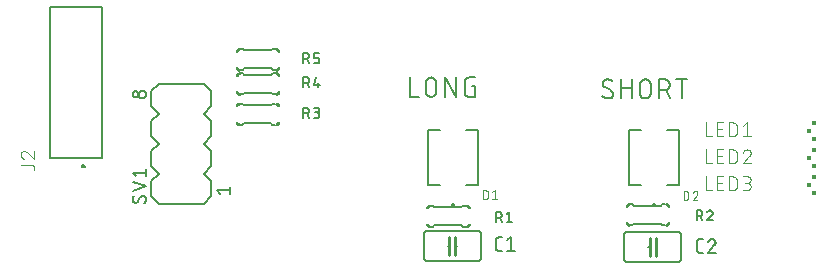
<source format=gbr>
G04 EAGLE Gerber RS-274X export*
G75*
%MOMM*%
%FSLAX34Y34*%
%LPD*%
%INSilkscreen Top*%
%IPPOS*%
%AMOC8*
5,1,8,0,0,1.08239X$1,22.5*%
G01*
%ADD10C,0.152400*%
%ADD11C,0.127000*%
%ADD12C,0.200000*%
%ADD13C,0.076200*%
%ADD14C,0.254000*%
%ADD15C,0.015238*%
%ADD16R,0.425000X0.325000*%
%ADD17R,0.350000X0.350000*%
%ADD18C,0.101600*%


D10*
X507831Y258572D02*
X507949Y258574D01*
X508067Y258580D01*
X508185Y258589D01*
X508302Y258603D01*
X508419Y258620D01*
X508536Y258641D01*
X508651Y258666D01*
X508766Y258695D01*
X508880Y258728D01*
X508992Y258764D01*
X509103Y258804D01*
X509213Y258847D01*
X509322Y258894D01*
X509429Y258944D01*
X509534Y258999D01*
X509637Y259056D01*
X509738Y259117D01*
X509838Y259181D01*
X509935Y259248D01*
X510030Y259318D01*
X510122Y259392D01*
X510213Y259468D01*
X510300Y259548D01*
X510385Y259630D01*
X510467Y259715D01*
X510547Y259802D01*
X510623Y259893D01*
X510697Y259985D01*
X510767Y260080D01*
X510834Y260177D01*
X510898Y260277D01*
X510959Y260378D01*
X511016Y260481D01*
X511071Y260586D01*
X511121Y260693D01*
X511168Y260802D01*
X511211Y260912D01*
X511251Y261023D01*
X511287Y261135D01*
X511320Y261249D01*
X511349Y261364D01*
X511374Y261479D01*
X511395Y261596D01*
X511412Y261713D01*
X511426Y261830D01*
X511435Y261948D01*
X511441Y262066D01*
X511443Y262184D01*
X507831Y258572D02*
X507648Y258574D01*
X507466Y258581D01*
X507284Y258592D01*
X507102Y258607D01*
X506920Y258627D01*
X506739Y258650D01*
X506559Y258679D01*
X506379Y258711D01*
X506200Y258748D01*
X506023Y258789D01*
X505846Y258835D01*
X505670Y258884D01*
X505496Y258938D01*
X505322Y258996D01*
X505151Y259058D01*
X504981Y259124D01*
X504812Y259195D01*
X504645Y259269D01*
X504480Y259347D01*
X504317Y259429D01*
X504156Y259515D01*
X503997Y259605D01*
X503840Y259699D01*
X503686Y259796D01*
X503534Y259897D01*
X503384Y260002D01*
X503237Y260110D01*
X503093Y260221D01*
X502951Y260336D01*
X502812Y260455D01*
X502676Y260577D01*
X502543Y260702D01*
X502413Y260830D01*
X502864Y271216D02*
X502866Y271334D01*
X502872Y271452D01*
X502881Y271570D01*
X502895Y271687D01*
X502912Y271804D01*
X502933Y271921D01*
X502958Y272036D01*
X502987Y272151D01*
X503020Y272265D01*
X503056Y272377D01*
X503096Y272488D01*
X503139Y272598D01*
X503186Y272707D01*
X503236Y272814D01*
X503291Y272919D01*
X503348Y273022D01*
X503409Y273123D01*
X503473Y273223D01*
X503540Y273320D01*
X503610Y273415D01*
X503684Y273507D01*
X503760Y273598D01*
X503840Y273685D01*
X503922Y273770D01*
X504007Y273852D01*
X504094Y273932D01*
X504185Y274008D01*
X504277Y274082D01*
X504372Y274152D01*
X504469Y274219D01*
X504569Y274283D01*
X504670Y274344D01*
X504773Y274402D01*
X504878Y274456D01*
X504985Y274506D01*
X505094Y274553D01*
X505204Y274597D01*
X505315Y274636D01*
X505428Y274672D01*
X505541Y274705D01*
X505656Y274734D01*
X505771Y274759D01*
X505888Y274780D01*
X506005Y274797D01*
X506122Y274811D01*
X506240Y274820D01*
X506358Y274826D01*
X506476Y274828D01*
X506637Y274826D01*
X506799Y274820D01*
X506960Y274811D01*
X507121Y274797D01*
X507281Y274780D01*
X507441Y274759D01*
X507601Y274734D01*
X507760Y274705D01*
X507918Y274673D01*
X508075Y274637D01*
X508231Y274597D01*
X508387Y274553D01*
X508541Y274505D01*
X508694Y274454D01*
X508846Y274400D01*
X508997Y274341D01*
X509146Y274280D01*
X509293Y274214D01*
X509439Y274145D01*
X509584Y274073D01*
X509726Y273997D01*
X509867Y273918D01*
X510006Y273836D01*
X510142Y273750D01*
X510277Y273661D01*
X510410Y273569D01*
X510540Y273473D01*
X504669Y268055D02*
X504568Y268117D01*
X504468Y268182D01*
X504371Y268251D01*
X504276Y268323D01*
X504183Y268397D01*
X504093Y268475D01*
X504005Y268556D01*
X503920Y268639D01*
X503838Y268725D01*
X503759Y268814D01*
X503682Y268905D01*
X503609Y268999D01*
X503538Y269095D01*
X503471Y269193D01*
X503407Y269293D01*
X503346Y269396D01*
X503289Y269500D01*
X503235Y269606D01*
X503185Y269714D01*
X503138Y269823D01*
X503094Y269934D01*
X503054Y270046D01*
X503018Y270160D01*
X502986Y270274D01*
X502957Y270390D01*
X502932Y270506D01*
X502911Y270623D01*
X502894Y270741D01*
X502880Y270859D01*
X502871Y270978D01*
X502865Y271097D01*
X502863Y271216D01*
X509637Y265345D02*
X509738Y265283D01*
X509838Y265218D01*
X509935Y265149D01*
X510030Y265077D01*
X510123Y265003D01*
X510213Y264925D01*
X510301Y264844D01*
X510386Y264761D01*
X510468Y264675D01*
X510547Y264586D01*
X510624Y264495D01*
X510697Y264401D01*
X510768Y264305D01*
X510835Y264207D01*
X510899Y264107D01*
X510960Y264004D01*
X511017Y263900D01*
X511071Y263794D01*
X511121Y263686D01*
X511168Y263577D01*
X511212Y263466D01*
X511252Y263354D01*
X511288Y263240D01*
X511320Y263126D01*
X511349Y263010D01*
X511374Y262894D01*
X511395Y262777D01*
X511412Y262659D01*
X511426Y262541D01*
X511435Y262422D01*
X511441Y262303D01*
X511443Y262184D01*
X509637Y265345D02*
X504670Y268055D01*
X518043Y274828D02*
X518043Y258572D01*
X518043Y267603D02*
X527074Y267603D01*
X527074Y274828D02*
X527074Y258572D01*
X534196Y263088D02*
X534196Y270312D01*
X534195Y270312D02*
X534197Y270445D01*
X534203Y270577D01*
X534213Y270709D01*
X534226Y270841D01*
X534244Y270973D01*
X534265Y271103D01*
X534290Y271234D01*
X534319Y271363D01*
X534352Y271491D01*
X534388Y271619D01*
X534428Y271745D01*
X534472Y271870D01*
X534520Y271994D01*
X534571Y272116D01*
X534626Y272237D01*
X534684Y272356D01*
X534746Y272474D01*
X534811Y272589D01*
X534880Y272703D01*
X534951Y272814D01*
X535027Y272923D01*
X535105Y273030D01*
X535186Y273135D01*
X535271Y273237D01*
X535358Y273337D01*
X535448Y273434D01*
X535541Y273529D01*
X535637Y273620D01*
X535735Y273709D01*
X535836Y273795D01*
X535940Y273878D01*
X536046Y273958D01*
X536154Y274034D01*
X536264Y274108D01*
X536377Y274178D01*
X536491Y274245D01*
X536608Y274308D01*
X536726Y274368D01*
X536846Y274425D01*
X536968Y274478D01*
X537091Y274527D01*
X537215Y274573D01*
X537341Y274615D01*
X537468Y274653D01*
X537596Y274688D01*
X537725Y274719D01*
X537854Y274746D01*
X537985Y274769D01*
X538116Y274789D01*
X538248Y274804D01*
X538380Y274816D01*
X538512Y274824D01*
X538645Y274828D01*
X538777Y274828D01*
X538910Y274824D01*
X539042Y274816D01*
X539174Y274804D01*
X539306Y274789D01*
X539437Y274769D01*
X539568Y274746D01*
X539697Y274719D01*
X539826Y274688D01*
X539954Y274653D01*
X540081Y274615D01*
X540207Y274573D01*
X540331Y274527D01*
X540454Y274478D01*
X540576Y274425D01*
X540696Y274368D01*
X540814Y274308D01*
X540931Y274245D01*
X541045Y274178D01*
X541158Y274108D01*
X541268Y274034D01*
X541376Y273958D01*
X541482Y273878D01*
X541586Y273795D01*
X541687Y273709D01*
X541785Y273620D01*
X541881Y273529D01*
X541974Y273434D01*
X542064Y273337D01*
X542151Y273237D01*
X542236Y273135D01*
X542317Y273030D01*
X542395Y272923D01*
X542471Y272814D01*
X542542Y272703D01*
X542611Y272589D01*
X542676Y272474D01*
X542738Y272356D01*
X542796Y272237D01*
X542851Y272116D01*
X542902Y271994D01*
X542950Y271870D01*
X542994Y271745D01*
X543034Y271619D01*
X543070Y271491D01*
X543103Y271363D01*
X543132Y271234D01*
X543157Y271103D01*
X543178Y270973D01*
X543196Y270841D01*
X543209Y270709D01*
X543219Y270577D01*
X543225Y270445D01*
X543227Y270312D01*
X543227Y263088D01*
X543225Y262955D01*
X543219Y262823D01*
X543209Y262691D01*
X543196Y262559D01*
X543178Y262427D01*
X543157Y262297D01*
X543132Y262166D01*
X543103Y262037D01*
X543070Y261909D01*
X543034Y261781D01*
X542994Y261655D01*
X542950Y261530D01*
X542902Y261406D01*
X542851Y261284D01*
X542796Y261163D01*
X542738Y261044D01*
X542676Y260926D01*
X542611Y260811D01*
X542542Y260697D01*
X542471Y260586D01*
X542395Y260477D01*
X542317Y260370D01*
X542236Y260265D01*
X542151Y260163D01*
X542064Y260063D01*
X541974Y259966D01*
X541881Y259871D01*
X541785Y259780D01*
X541687Y259691D01*
X541586Y259605D01*
X541482Y259522D01*
X541376Y259442D01*
X541268Y259366D01*
X541158Y259292D01*
X541045Y259222D01*
X540931Y259155D01*
X540814Y259092D01*
X540696Y259032D01*
X540576Y258975D01*
X540454Y258922D01*
X540331Y258873D01*
X540207Y258827D01*
X540081Y258785D01*
X539954Y258747D01*
X539826Y258712D01*
X539697Y258681D01*
X539568Y258654D01*
X539437Y258631D01*
X539306Y258611D01*
X539174Y258596D01*
X539042Y258584D01*
X538910Y258576D01*
X538777Y258572D01*
X538645Y258572D01*
X538512Y258576D01*
X538380Y258584D01*
X538248Y258596D01*
X538116Y258611D01*
X537985Y258631D01*
X537854Y258654D01*
X537725Y258681D01*
X537596Y258712D01*
X537468Y258747D01*
X537341Y258785D01*
X537215Y258827D01*
X537091Y258873D01*
X536968Y258922D01*
X536846Y258975D01*
X536726Y259032D01*
X536608Y259092D01*
X536491Y259155D01*
X536377Y259222D01*
X536264Y259292D01*
X536154Y259366D01*
X536046Y259442D01*
X535940Y259522D01*
X535836Y259605D01*
X535735Y259691D01*
X535637Y259780D01*
X535541Y259871D01*
X535448Y259966D01*
X535358Y260063D01*
X535271Y260163D01*
X535186Y260265D01*
X535105Y260370D01*
X535027Y260477D01*
X534951Y260586D01*
X534880Y260697D01*
X534811Y260811D01*
X534746Y260926D01*
X534684Y261044D01*
X534626Y261163D01*
X534571Y261284D01*
X534520Y261406D01*
X534472Y261530D01*
X534428Y261655D01*
X534388Y261781D01*
X534352Y261909D01*
X534319Y262037D01*
X534290Y262166D01*
X534265Y262297D01*
X534244Y262427D01*
X534226Y262559D01*
X534213Y262691D01*
X534203Y262823D01*
X534197Y262955D01*
X534195Y263088D01*
X550439Y258572D02*
X550439Y274828D01*
X554955Y274828D01*
X555088Y274826D01*
X555220Y274820D01*
X555352Y274810D01*
X555484Y274797D01*
X555616Y274779D01*
X555746Y274758D01*
X555877Y274733D01*
X556006Y274704D01*
X556134Y274671D01*
X556262Y274635D01*
X556388Y274595D01*
X556513Y274551D01*
X556637Y274503D01*
X556759Y274452D01*
X556880Y274397D01*
X556999Y274339D01*
X557117Y274277D01*
X557232Y274212D01*
X557346Y274143D01*
X557457Y274072D01*
X557566Y273996D01*
X557673Y273918D01*
X557778Y273837D01*
X557880Y273752D01*
X557980Y273665D01*
X558077Y273575D01*
X558172Y273482D01*
X558263Y273386D01*
X558352Y273288D01*
X558438Y273187D01*
X558521Y273083D01*
X558601Y272977D01*
X558677Y272869D01*
X558751Y272759D01*
X558821Y272646D01*
X558888Y272532D01*
X558951Y272415D01*
X559011Y272297D01*
X559068Y272177D01*
X559121Y272055D01*
X559170Y271932D01*
X559216Y271808D01*
X559258Y271682D01*
X559296Y271555D01*
X559331Y271427D01*
X559362Y271298D01*
X559389Y271169D01*
X559412Y271038D01*
X559432Y270907D01*
X559447Y270775D01*
X559459Y270643D01*
X559467Y270511D01*
X559471Y270378D01*
X559471Y270246D01*
X559467Y270113D01*
X559459Y269981D01*
X559447Y269849D01*
X559432Y269717D01*
X559412Y269586D01*
X559389Y269455D01*
X559362Y269326D01*
X559331Y269197D01*
X559296Y269069D01*
X559258Y268942D01*
X559216Y268816D01*
X559170Y268692D01*
X559121Y268569D01*
X559068Y268447D01*
X559011Y268327D01*
X558951Y268209D01*
X558888Y268092D01*
X558821Y267978D01*
X558751Y267865D01*
X558677Y267755D01*
X558601Y267647D01*
X558521Y267541D01*
X558438Y267437D01*
X558352Y267336D01*
X558263Y267238D01*
X558172Y267142D01*
X558077Y267049D01*
X557980Y266959D01*
X557880Y266872D01*
X557778Y266787D01*
X557673Y266706D01*
X557566Y266628D01*
X557457Y266552D01*
X557346Y266481D01*
X557232Y266412D01*
X557117Y266347D01*
X556999Y266285D01*
X556880Y266227D01*
X556759Y266172D01*
X556637Y266121D01*
X556513Y266073D01*
X556388Y266029D01*
X556262Y265989D01*
X556134Y265953D01*
X556006Y265920D01*
X555877Y265891D01*
X555746Y265866D01*
X555616Y265845D01*
X555484Y265827D01*
X555352Y265814D01*
X555220Y265804D01*
X555088Y265798D01*
X554955Y265796D01*
X554955Y265797D02*
X550439Y265797D01*
X555858Y265797D02*
X559470Y258572D01*
X569453Y258572D02*
X569453Y274828D01*
X573968Y274828D02*
X564937Y274828D01*
X339852Y276352D02*
X339852Y260096D01*
X347077Y260096D01*
X352848Y264612D02*
X352848Y271836D01*
X352850Y271969D01*
X352856Y272101D01*
X352866Y272233D01*
X352879Y272365D01*
X352897Y272497D01*
X352918Y272627D01*
X352943Y272758D01*
X352972Y272887D01*
X353005Y273015D01*
X353041Y273143D01*
X353081Y273269D01*
X353125Y273394D01*
X353173Y273518D01*
X353224Y273640D01*
X353279Y273761D01*
X353337Y273880D01*
X353399Y273998D01*
X353464Y274113D01*
X353533Y274227D01*
X353604Y274338D01*
X353680Y274447D01*
X353758Y274554D01*
X353839Y274659D01*
X353924Y274761D01*
X354011Y274861D01*
X354101Y274958D01*
X354194Y275053D01*
X354290Y275144D01*
X354388Y275233D01*
X354489Y275319D01*
X354593Y275402D01*
X354699Y275482D01*
X354807Y275558D01*
X354917Y275632D01*
X355030Y275702D01*
X355144Y275769D01*
X355261Y275832D01*
X355379Y275892D01*
X355499Y275949D01*
X355621Y276002D01*
X355744Y276051D01*
X355868Y276097D01*
X355994Y276139D01*
X356121Y276177D01*
X356249Y276212D01*
X356378Y276243D01*
X356507Y276270D01*
X356638Y276293D01*
X356769Y276313D01*
X356901Y276328D01*
X357033Y276340D01*
X357165Y276348D01*
X357298Y276352D01*
X357430Y276352D01*
X357563Y276348D01*
X357695Y276340D01*
X357827Y276328D01*
X357959Y276313D01*
X358090Y276293D01*
X358221Y276270D01*
X358350Y276243D01*
X358479Y276212D01*
X358607Y276177D01*
X358734Y276139D01*
X358860Y276097D01*
X358984Y276051D01*
X359107Y276002D01*
X359229Y275949D01*
X359349Y275892D01*
X359467Y275832D01*
X359584Y275769D01*
X359698Y275702D01*
X359811Y275632D01*
X359921Y275558D01*
X360029Y275482D01*
X360135Y275402D01*
X360239Y275319D01*
X360340Y275233D01*
X360438Y275144D01*
X360534Y275053D01*
X360627Y274958D01*
X360717Y274861D01*
X360804Y274761D01*
X360889Y274659D01*
X360970Y274554D01*
X361048Y274447D01*
X361124Y274338D01*
X361195Y274227D01*
X361264Y274113D01*
X361329Y273998D01*
X361391Y273880D01*
X361449Y273761D01*
X361504Y273640D01*
X361555Y273518D01*
X361603Y273394D01*
X361647Y273269D01*
X361687Y273143D01*
X361723Y273015D01*
X361756Y272887D01*
X361785Y272758D01*
X361810Y272627D01*
X361831Y272497D01*
X361849Y272365D01*
X361862Y272233D01*
X361872Y272101D01*
X361878Y271969D01*
X361880Y271836D01*
X361879Y271836D02*
X361879Y264612D01*
X361880Y264612D02*
X361878Y264479D01*
X361872Y264347D01*
X361862Y264215D01*
X361849Y264083D01*
X361831Y263951D01*
X361810Y263821D01*
X361785Y263690D01*
X361756Y263561D01*
X361723Y263433D01*
X361687Y263305D01*
X361647Y263179D01*
X361603Y263054D01*
X361555Y262930D01*
X361504Y262808D01*
X361449Y262687D01*
X361391Y262568D01*
X361329Y262450D01*
X361264Y262335D01*
X361195Y262221D01*
X361124Y262110D01*
X361048Y262001D01*
X360970Y261894D01*
X360889Y261789D01*
X360804Y261687D01*
X360717Y261587D01*
X360627Y261490D01*
X360534Y261395D01*
X360438Y261304D01*
X360340Y261215D01*
X360239Y261129D01*
X360135Y261046D01*
X360029Y260966D01*
X359921Y260890D01*
X359811Y260816D01*
X359698Y260746D01*
X359584Y260679D01*
X359467Y260616D01*
X359349Y260556D01*
X359229Y260499D01*
X359107Y260446D01*
X358984Y260397D01*
X358860Y260351D01*
X358734Y260309D01*
X358607Y260271D01*
X358479Y260236D01*
X358350Y260205D01*
X358221Y260178D01*
X358090Y260155D01*
X357959Y260135D01*
X357827Y260120D01*
X357695Y260108D01*
X357563Y260100D01*
X357430Y260096D01*
X357298Y260096D01*
X357165Y260100D01*
X357033Y260108D01*
X356901Y260120D01*
X356769Y260135D01*
X356638Y260155D01*
X356507Y260178D01*
X356378Y260205D01*
X356249Y260236D01*
X356121Y260271D01*
X355994Y260309D01*
X355868Y260351D01*
X355744Y260397D01*
X355621Y260446D01*
X355499Y260499D01*
X355379Y260556D01*
X355261Y260616D01*
X355144Y260679D01*
X355030Y260746D01*
X354917Y260816D01*
X354807Y260890D01*
X354699Y260966D01*
X354593Y261046D01*
X354489Y261129D01*
X354388Y261215D01*
X354290Y261304D01*
X354194Y261395D01*
X354101Y261490D01*
X354011Y261587D01*
X353924Y261687D01*
X353839Y261789D01*
X353758Y261894D01*
X353680Y262001D01*
X353604Y262110D01*
X353533Y262221D01*
X353464Y262335D01*
X353399Y262450D01*
X353337Y262568D01*
X353279Y262687D01*
X353224Y262808D01*
X353173Y262930D01*
X353125Y263054D01*
X353081Y263179D01*
X353041Y263305D01*
X353005Y263433D01*
X352972Y263561D01*
X352943Y263690D01*
X352918Y263821D01*
X352897Y263951D01*
X352879Y264083D01*
X352866Y264215D01*
X352856Y264347D01*
X352850Y264479D01*
X352848Y264612D01*
X369001Y260096D02*
X369001Y276352D01*
X378032Y260096D01*
X378032Y276352D01*
X391996Y269127D02*
X394705Y269127D01*
X394705Y260096D01*
X389286Y260096D01*
X389168Y260098D01*
X389050Y260104D01*
X388932Y260113D01*
X388815Y260127D01*
X388698Y260144D01*
X388581Y260165D01*
X388466Y260190D01*
X388351Y260219D01*
X388237Y260252D01*
X388125Y260288D01*
X388014Y260328D01*
X387904Y260371D01*
X387795Y260418D01*
X387688Y260468D01*
X387583Y260523D01*
X387480Y260580D01*
X387379Y260641D01*
X387279Y260705D01*
X387182Y260772D01*
X387087Y260842D01*
X386995Y260916D01*
X386904Y260992D01*
X386817Y261072D01*
X386732Y261154D01*
X386650Y261239D01*
X386570Y261326D01*
X386494Y261417D01*
X386420Y261509D01*
X386350Y261604D01*
X386283Y261701D01*
X386219Y261801D01*
X386158Y261902D01*
X386101Y262005D01*
X386046Y262110D01*
X385996Y262217D01*
X385949Y262326D01*
X385906Y262436D01*
X385866Y262547D01*
X385830Y262659D01*
X385797Y262773D01*
X385768Y262888D01*
X385743Y263003D01*
X385722Y263120D01*
X385705Y263237D01*
X385691Y263354D01*
X385682Y263472D01*
X385676Y263590D01*
X385674Y263708D01*
X385674Y272740D01*
X385676Y272858D01*
X385682Y272976D01*
X385691Y273094D01*
X385705Y273211D01*
X385722Y273328D01*
X385743Y273445D01*
X385768Y273560D01*
X385797Y273675D01*
X385830Y273789D01*
X385866Y273901D01*
X385906Y274012D01*
X385949Y274122D01*
X385996Y274231D01*
X386046Y274338D01*
X386100Y274443D01*
X386158Y274546D01*
X386219Y274647D01*
X386283Y274747D01*
X386350Y274844D01*
X386420Y274939D01*
X386494Y275031D01*
X386570Y275122D01*
X386650Y275209D01*
X386732Y275294D01*
X386817Y275376D01*
X386904Y275456D01*
X386995Y275532D01*
X387087Y275606D01*
X387182Y275676D01*
X387279Y275743D01*
X387379Y275807D01*
X387480Y275868D01*
X387583Y275925D01*
X387688Y275979D01*
X387795Y276030D01*
X387904Y276077D01*
X388014Y276120D01*
X388125Y276160D01*
X388237Y276196D01*
X388351Y276229D01*
X388466Y276258D01*
X388581Y276283D01*
X388698Y276304D01*
X388815Y276321D01*
X388932Y276335D01*
X389050Y276344D01*
X389168Y276350D01*
X389286Y276352D01*
X394705Y276352D01*
D11*
X354420Y231530D02*
X354420Y185030D01*
X365220Y185030D01*
X397420Y185030D02*
X397420Y231530D01*
X365220Y231530D02*
X354420Y231530D01*
X386620Y185030D02*
X397420Y185030D01*
X397420Y231530D02*
X386620Y231530D01*
D12*
X374920Y168280D02*
X374922Y168343D01*
X374928Y168405D01*
X374938Y168467D01*
X374951Y168529D01*
X374969Y168589D01*
X374990Y168648D01*
X375015Y168706D01*
X375044Y168762D01*
X375076Y168816D01*
X375111Y168868D01*
X375149Y168917D01*
X375191Y168965D01*
X375235Y169009D01*
X375283Y169051D01*
X375332Y169089D01*
X375384Y169124D01*
X375438Y169156D01*
X375494Y169185D01*
X375552Y169210D01*
X375611Y169231D01*
X375671Y169249D01*
X375733Y169262D01*
X375795Y169272D01*
X375857Y169278D01*
X375920Y169280D01*
X375983Y169278D01*
X376045Y169272D01*
X376107Y169262D01*
X376169Y169249D01*
X376229Y169231D01*
X376288Y169210D01*
X376346Y169185D01*
X376402Y169156D01*
X376456Y169124D01*
X376508Y169089D01*
X376557Y169051D01*
X376605Y169009D01*
X376649Y168965D01*
X376691Y168917D01*
X376729Y168868D01*
X376764Y168816D01*
X376796Y168762D01*
X376825Y168706D01*
X376850Y168648D01*
X376871Y168589D01*
X376889Y168529D01*
X376902Y168467D01*
X376912Y168405D01*
X376918Y168343D01*
X376920Y168280D01*
X376918Y168217D01*
X376912Y168155D01*
X376902Y168093D01*
X376889Y168031D01*
X376871Y167971D01*
X376850Y167912D01*
X376825Y167854D01*
X376796Y167798D01*
X376764Y167744D01*
X376729Y167692D01*
X376691Y167643D01*
X376649Y167595D01*
X376605Y167551D01*
X376557Y167509D01*
X376508Y167471D01*
X376456Y167436D01*
X376402Y167404D01*
X376346Y167375D01*
X376288Y167350D01*
X376229Y167329D01*
X376169Y167311D01*
X376107Y167298D01*
X376045Y167288D01*
X375983Y167282D01*
X375920Y167280D01*
X375857Y167282D01*
X375795Y167288D01*
X375733Y167298D01*
X375671Y167311D01*
X375611Y167329D01*
X375552Y167350D01*
X375494Y167375D01*
X375438Y167404D01*
X375384Y167436D01*
X375332Y167471D01*
X375283Y167509D01*
X375235Y167551D01*
X375191Y167595D01*
X375149Y167643D01*
X375111Y167692D01*
X375076Y167744D01*
X375044Y167798D01*
X375015Y167854D01*
X374990Y167912D01*
X374969Y167971D01*
X374951Y168031D01*
X374938Y168093D01*
X374928Y168155D01*
X374922Y168217D01*
X374920Y168280D01*
D13*
X401447Y173355D02*
X401447Y180721D01*
X403493Y180721D01*
X403582Y180719D01*
X403671Y180713D01*
X403760Y180703D01*
X403848Y180690D01*
X403936Y180673D01*
X404023Y180651D01*
X404108Y180626D01*
X404193Y180598D01*
X404276Y180565D01*
X404358Y180529D01*
X404438Y180490D01*
X404516Y180447D01*
X404592Y180401D01*
X404667Y180351D01*
X404739Y180298D01*
X404808Y180242D01*
X404875Y180183D01*
X404940Y180122D01*
X405001Y180057D01*
X405060Y179990D01*
X405116Y179921D01*
X405169Y179849D01*
X405219Y179774D01*
X405265Y179698D01*
X405308Y179620D01*
X405347Y179540D01*
X405383Y179458D01*
X405416Y179375D01*
X405444Y179290D01*
X405469Y179205D01*
X405491Y179118D01*
X405508Y179030D01*
X405521Y178942D01*
X405531Y178853D01*
X405537Y178764D01*
X405539Y178675D01*
X405539Y175401D01*
X405537Y175312D01*
X405531Y175223D01*
X405521Y175134D01*
X405508Y175046D01*
X405491Y174958D01*
X405469Y174871D01*
X405444Y174786D01*
X405416Y174701D01*
X405383Y174618D01*
X405347Y174536D01*
X405308Y174456D01*
X405265Y174378D01*
X405219Y174302D01*
X405169Y174227D01*
X405116Y174155D01*
X405060Y174086D01*
X405001Y174019D01*
X404940Y173954D01*
X404875Y173893D01*
X404808Y173834D01*
X404739Y173778D01*
X404667Y173725D01*
X404592Y173675D01*
X404516Y173629D01*
X404438Y173586D01*
X404358Y173547D01*
X404276Y173511D01*
X404193Y173478D01*
X404108Y173450D01*
X404023Y173425D01*
X403936Y173403D01*
X403848Y173386D01*
X403760Y173373D01*
X403671Y173363D01*
X403582Y173357D01*
X403493Y173355D01*
X401447Y173355D01*
X409006Y179084D02*
X411052Y180721D01*
X411052Y173355D01*
X409006Y173355D02*
X413098Y173355D01*
D11*
X524600Y185030D02*
X524600Y231530D01*
X524600Y185030D02*
X535400Y185030D01*
X567600Y185030D02*
X567600Y231530D01*
X535400Y231530D02*
X524600Y231530D01*
X556800Y185030D02*
X567600Y185030D01*
X567600Y231530D02*
X556800Y231530D01*
D12*
X545100Y168280D02*
X545102Y168343D01*
X545108Y168405D01*
X545118Y168467D01*
X545131Y168529D01*
X545149Y168589D01*
X545170Y168648D01*
X545195Y168706D01*
X545224Y168762D01*
X545256Y168816D01*
X545291Y168868D01*
X545329Y168917D01*
X545371Y168965D01*
X545415Y169009D01*
X545463Y169051D01*
X545512Y169089D01*
X545564Y169124D01*
X545618Y169156D01*
X545674Y169185D01*
X545732Y169210D01*
X545791Y169231D01*
X545851Y169249D01*
X545913Y169262D01*
X545975Y169272D01*
X546037Y169278D01*
X546100Y169280D01*
X546163Y169278D01*
X546225Y169272D01*
X546287Y169262D01*
X546349Y169249D01*
X546409Y169231D01*
X546468Y169210D01*
X546526Y169185D01*
X546582Y169156D01*
X546636Y169124D01*
X546688Y169089D01*
X546737Y169051D01*
X546785Y169009D01*
X546829Y168965D01*
X546871Y168917D01*
X546909Y168868D01*
X546944Y168816D01*
X546976Y168762D01*
X547005Y168706D01*
X547030Y168648D01*
X547051Y168589D01*
X547069Y168529D01*
X547082Y168467D01*
X547092Y168405D01*
X547098Y168343D01*
X547100Y168280D01*
X547098Y168217D01*
X547092Y168155D01*
X547082Y168093D01*
X547069Y168031D01*
X547051Y167971D01*
X547030Y167912D01*
X547005Y167854D01*
X546976Y167798D01*
X546944Y167744D01*
X546909Y167692D01*
X546871Y167643D01*
X546829Y167595D01*
X546785Y167551D01*
X546737Y167509D01*
X546688Y167471D01*
X546636Y167436D01*
X546582Y167404D01*
X546526Y167375D01*
X546468Y167350D01*
X546409Y167329D01*
X546349Y167311D01*
X546287Y167298D01*
X546225Y167288D01*
X546163Y167282D01*
X546100Y167280D01*
X546037Y167282D01*
X545975Y167288D01*
X545913Y167298D01*
X545851Y167311D01*
X545791Y167329D01*
X545732Y167350D01*
X545674Y167375D01*
X545618Y167404D01*
X545564Y167436D01*
X545512Y167471D01*
X545463Y167509D01*
X545415Y167551D01*
X545371Y167595D01*
X545329Y167643D01*
X545291Y167692D01*
X545256Y167744D01*
X545224Y167798D01*
X545195Y167854D01*
X545170Y167912D01*
X545149Y167971D01*
X545131Y168031D01*
X545118Y168093D01*
X545108Y168155D01*
X545102Y168217D01*
X545100Y168280D01*
D13*
X571119Y172847D02*
X571119Y180213D01*
X573165Y180213D01*
X573254Y180211D01*
X573343Y180205D01*
X573432Y180195D01*
X573520Y180182D01*
X573608Y180165D01*
X573695Y180143D01*
X573780Y180118D01*
X573865Y180090D01*
X573948Y180057D01*
X574030Y180021D01*
X574110Y179982D01*
X574188Y179939D01*
X574264Y179893D01*
X574339Y179843D01*
X574411Y179790D01*
X574480Y179734D01*
X574547Y179675D01*
X574612Y179614D01*
X574673Y179549D01*
X574732Y179482D01*
X574788Y179413D01*
X574841Y179341D01*
X574891Y179266D01*
X574937Y179190D01*
X574980Y179112D01*
X575019Y179032D01*
X575055Y178950D01*
X575088Y178867D01*
X575116Y178782D01*
X575141Y178697D01*
X575163Y178610D01*
X575180Y178522D01*
X575193Y178434D01*
X575203Y178345D01*
X575209Y178256D01*
X575211Y178167D01*
X575211Y174893D01*
X575209Y174804D01*
X575203Y174715D01*
X575193Y174626D01*
X575180Y174538D01*
X575163Y174450D01*
X575141Y174363D01*
X575116Y174278D01*
X575088Y174193D01*
X575055Y174110D01*
X575019Y174028D01*
X574980Y173948D01*
X574937Y173870D01*
X574891Y173794D01*
X574841Y173719D01*
X574788Y173647D01*
X574732Y173578D01*
X574673Y173511D01*
X574612Y173446D01*
X574547Y173385D01*
X574480Y173326D01*
X574411Y173270D01*
X574339Y173217D01*
X574264Y173167D01*
X574188Y173121D01*
X574110Y173078D01*
X574030Y173039D01*
X573948Y173003D01*
X573865Y172970D01*
X573780Y172942D01*
X573695Y172917D01*
X573608Y172895D01*
X573520Y172878D01*
X573432Y172865D01*
X573343Y172855D01*
X573254Y172849D01*
X573165Y172847D01*
X571119Y172847D01*
X580929Y180214D02*
X581014Y180212D01*
X581099Y180206D01*
X581183Y180196D01*
X581267Y180183D01*
X581351Y180165D01*
X581433Y180144D01*
X581514Y180119D01*
X581594Y180090D01*
X581673Y180057D01*
X581750Y180021D01*
X581825Y179981D01*
X581899Y179938D01*
X581970Y179892D01*
X582039Y179842D01*
X582106Y179789D01*
X582170Y179733D01*
X582231Y179674D01*
X582290Y179613D01*
X582346Y179549D01*
X582399Y179482D01*
X582449Y179413D01*
X582495Y179342D01*
X582538Y179268D01*
X582578Y179193D01*
X582614Y179116D01*
X582647Y179037D01*
X582676Y178957D01*
X582701Y178876D01*
X582722Y178794D01*
X582740Y178710D01*
X582753Y178626D01*
X582763Y178542D01*
X582769Y178457D01*
X582771Y178372D01*
X580929Y180213D02*
X580833Y180211D01*
X580737Y180205D01*
X580642Y180195D01*
X580547Y180182D01*
X580452Y180164D01*
X580359Y180143D01*
X580266Y180118D01*
X580175Y180089D01*
X580084Y180057D01*
X579995Y180021D01*
X579908Y179981D01*
X579822Y179938D01*
X579738Y179892D01*
X579656Y179842D01*
X579576Y179788D01*
X579499Y179732D01*
X579424Y179672D01*
X579351Y179610D01*
X579281Y179544D01*
X579213Y179476D01*
X579148Y179405D01*
X579087Y179332D01*
X579028Y179256D01*
X578972Y179177D01*
X578920Y179097D01*
X578871Y179014D01*
X578825Y178930D01*
X578783Y178844D01*
X578745Y178756D01*
X578710Y178667D01*
X578678Y178576D01*
X582156Y176940D02*
X582216Y176999D01*
X582273Y177061D01*
X582328Y177125D01*
X582379Y177192D01*
X582428Y177261D01*
X582474Y177331D01*
X582517Y177404D01*
X582557Y177478D01*
X582593Y177554D01*
X582626Y177632D01*
X582656Y177711D01*
X582683Y177791D01*
X582706Y177872D01*
X582725Y177954D01*
X582741Y178036D01*
X582754Y178120D01*
X582763Y178204D01*
X582768Y178288D01*
X582770Y178372D01*
X582156Y176939D02*
X578678Y172847D01*
X582770Y172847D01*
D10*
X397002Y146558D02*
X353822Y146558D01*
X353822Y121158D02*
X397002Y121158D01*
X399542Y123698D02*
X399542Y144018D01*
X351282Y144018D02*
X351282Y123698D01*
X397002Y146558D02*
X397102Y146556D01*
X397201Y146550D01*
X397301Y146540D01*
X397399Y146527D01*
X397498Y146509D01*
X397595Y146488D01*
X397691Y146463D01*
X397787Y146434D01*
X397881Y146401D01*
X397974Y146365D01*
X398065Y146325D01*
X398155Y146281D01*
X398243Y146234D01*
X398329Y146184D01*
X398413Y146130D01*
X398495Y146073D01*
X398574Y146013D01*
X398652Y145949D01*
X398726Y145883D01*
X398798Y145814D01*
X398867Y145742D01*
X398933Y145668D01*
X398997Y145590D01*
X399057Y145511D01*
X399114Y145429D01*
X399168Y145345D01*
X399218Y145259D01*
X399265Y145171D01*
X399309Y145081D01*
X399349Y144990D01*
X399385Y144897D01*
X399418Y144803D01*
X399447Y144707D01*
X399472Y144611D01*
X399493Y144514D01*
X399511Y144415D01*
X399524Y144317D01*
X399534Y144217D01*
X399540Y144118D01*
X399542Y144018D01*
X353822Y146558D02*
X353722Y146556D01*
X353623Y146550D01*
X353523Y146540D01*
X353425Y146527D01*
X353326Y146509D01*
X353229Y146488D01*
X353133Y146463D01*
X353037Y146434D01*
X352943Y146401D01*
X352850Y146365D01*
X352759Y146325D01*
X352669Y146281D01*
X352581Y146234D01*
X352495Y146184D01*
X352411Y146130D01*
X352329Y146073D01*
X352250Y146013D01*
X352172Y145949D01*
X352098Y145883D01*
X352026Y145814D01*
X351957Y145742D01*
X351891Y145668D01*
X351827Y145590D01*
X351767Y145511D01*
X351710Y145429D01*
X351656Y145345D01*
X351606Y145259D01*
X351559Y145171D01*
X351515Y145081D01*
X351475Y144990D01*
X351439Y144897D01*
X351406Y144803D01*
X351377Y144707D01*
X351352Y144611D01*
X351331Y144514D01*
X351313Y144415D01*
X351300Y144317D01*
X351290Y144217D01*
X351284Y144118D01*
X351282Y144018D01*
X397002Y121158D02*
X397102Y121160D01*
X397201Y121166D01*
X397301Y121176D01*
X397399Y121189D01*
X397498Y121207D01*
X397595Y121228D01*
X397691Y121253D01*
X397787Y121282D01*
X397881Y121315D01*
X397974Y121351D01*
X398065Y121391D01*
X398155Y121435D01*
X398243Y121482D01*
X398329Y121532D01*
X398413Y121586D01*
X398495Y121643D01*
X398574Y121703D01*
X398652Y121767D01*
X398726Y121833D01*
X398798Y121902D01*
X398867Y121974D01*
X398933Y122048D01*
X398997Y122126D01*
X399057Y122205D01*
X399114Y122287D01*
X399168Y122371D01*
X399218Y122457D01*
X399265Y122545D01*
X399309Y122635D01*
X399349Y122726D01*
X399385Y122819D01*
X399418Y122913D01*
X399447Y123009D01*
X399472Y123105D01*
X399493Y123202D01*
X399511Y123301D01*
X399524Y123399D01*
X399534Y123499D01*
X399540Y123598D01*
X399542Y123698D01*
X353822Y121158D02*
X353722Y121160D01*
X353623Y121166D01*
X353523Y121176D01*
X353425Y121189D01*
X353326Y121207D01*
X353229Y121228D01*
X353133Y121253D01*
X353037Y121282D01*
X352943Y121315D01*
X352850Y121351D01*
X352759Y121391D01*
X352669Y121435D01*
X352581Y121482D01*
X352495Y121532D01*
X352411Y121586D01*
X352329Y121643D01*
X352250Y121703D01*
X352172Y121767D01*
X352098Y121833D01*
X352026Y121902D01*
X351957Y121974D01*
X351891Y122048D01*
X351827Y122126D01*
X351767Y122205D01*
X351710Y122287D01*
X351656Y122371D01*
X351606Y122457D01*
X351559Y122545D01*
X351515Y122635D01*
X351475Y122726D01*
X351439Y122819D01*
X351406Y122913D01*
X351377Y123009D01*
X351352Y123105D01*
X351331Y123202D01*
X351313Y123301D01*
X351300Y123399D01*
X351290Y123499D01*
X351284Y123598D01*
X351282Y123698D01*
X377952Y133858D02*
X379222Y133858D01*
D14*
X377952Y133858D02*
X377952Y141478D01*
X377952Y133858D02*
X377952Y126238D01*
X372872Y133858D02*
X372872Y141478D01*
X372872Y133858D02*
X372872Y126238D01*
D10*
X372872Y133858D02*
X371602Y133858D01*
D11*
X414655Y129667D02*
X417195Y129667D01*
X414655Y129667D02*
X414555Y129669D01*
X414456Y129675D01*
X414356Y129685D01*
X414258Y129698D01*
X414159Y129716D01*
X414062Y129737D01*
X413966Y129762D01*
X413870Y129791D01*
X413776Y129824D01*
X413683Y129860D01*
X413592Y129900D01*
X413502Y129944D01*
X413414Y129991D01*
X413328Y130041D01*
X413244Y130095D01*
X413162Y130152D01*
X413083Y130212D01*
X413005Y130276D01*
X412931Y130342D01*
X412859Y130411D01*
X412790Y130483D01*
X412724Y130557D01*
X412660Y130635D01*
X412600Y130714D01*
X412543Y130796D01*
X412489Y130880D01*
X412439Y130966D01*
X412392Y131054D01*
X412348Y131144D01*
X412308Y131235D01*
X412272Y131328D01*
X412239Y131422D01*
X412210Y131518D01*
X412185Y131614D01*
X412164Y131711D01*
X412146Y131810D01*
X412133Y131908D01*
X412123Y132008D01*
X412117Y132107D01*
X412115Y132207D01*
X412115Y138557D01*
X412117Y138657D01*
X412123Y138756D01*
X412133Y138856D01*
X412146Y138954D01*
X412164Y139053D01*
X412185Y139150D01*
X412210Y139246D01*
X412239Y139342D01*
X412272Y139436D01*
X412308Y139529D01*
X412348Y139620D01*
X412392Y139710D01*
X412439Y139798D01*
X412489Y139884D01*
X412543Y139968D01*
X412600Y140050D01*
X412660Y140129D01*
X412724Y140207D01*
X412790Y140281D01*
X412859Y140353D01*
X412931Y140422D01*
X413005Y140488D01*
X413083Y140552D01*
X413162Y140612D01*
X413244Y140669D01*
X413328Y140723D01*
X413414Y140773D01*
X413502Y140820D01*
X413592Y140864D01*
X413683Y140904D01*
X413776Y140940D01*
X413870Y140973D01*
X413966Y141002D01*
X414062Y141027D01*
X414159Y141048D01*
X414258Y141066D01*
X414356Y141079D01*
X414456Y141089D01*
X414555Y141095D01*
X414655Y141097D01*
X417195Y141097D01*
X421677Y138557D02*
X424852Y141097D01*
X424852Y129667D01*
X421677Y129667D02*
X428027Y129667D01*
D10*
X523240Y145796D02*
X566420Y145796D01*
X566420Y120396D02*
X523240Y120396D01*
X568960Y122936D02*
X568960Y143256D01*
X520700Y143256D02*
X520700Y122936D01*
X566420Y145796D02*
X566520Y145794D01*
X566619Y145788D01*
X566719Y145778D01*
X566817Y145765D01*
X566916Y145747D01*
X567013Y145726D01*
X567109Y145701D01*
X567205Y145672D01*
X567299Y145639D01*
X567392Y145603D01*
X567483Y145563D01*
X567573Y145519D01*
X567661Y145472D01*
X567747Y145422D01*
X567831Y145368D01*
X567913Y145311D01*
X567992Y145251D01*
X568070Y145187D01*
X568144Y145121D01*
X568216Y145052D01*
X568285Y144980D01*
X568351Y144906D01*
X568415Y144828D01*
X568475Y144749D01*
X568532Y144667D01*
X568586Y144583D01*
X568636Y144497D01*
X568683Y144409D01*
X568727Y144319D01*
X568767Y144228D01*
X568803Y144135D01*
X568836Y144041D01*
X568865Y143945D01*
X568890Y143849D01*
X568911Y143752D01*
X568929Y143653D01*
X568942Y143555D01*
X568952Y143455D01*
X568958Y143356D01*
X568960Y143256D01*
X523240Y145796D02*
X523140Y145794D01*
X523041Y145788D01*
X522941Y145778D01*
X522843Y145765D01*
X522744Y145747D01*
X522647Y145726D01*
X522551Y145701D01*
X522455Y145672D01*
X522361Y145639D01*
X522268Y145603D01*
X522177Y145563D01*
X522087Y145519D01*
X521999Y145472D01*
X521913Y145422D01*
X521829Y145368D01*
X521747Y145311D01*
X521668Y145251D01*
X521590Y145187D01*
X521516Y145121D01*
X521444Y145052D01*
X521375Y144980D01*
X521309Y144906D01*
X521245Y144828D01*
X521185Y144749D01*
X521128Y144667D01*
X521074Y144583D01*
X521024Y144497D01*
X520977Y144409D01*
X520933Y144319D01*
X520893Y144228D01*
X520857Y144135D01*
X520824Y144041D01*
X520795Y143945D01*
X520770Y143849D01*
X520749Y143752D01*
X520731Y143653D01*
X520718Y143555D01*
X520708Y143455D01*
X520702Y143356D01*
X520700Y143256D01*
X566420Y120396D02*
X566520Y120398D01*
X566619Y120404D01*
X566719Y120414D01*
X566817Y120427D01*
X566916Y120445D01*
X567013Y120466D01*
X567109Y120491D01*
X567205Y120520D01*
X567299Y120553D01*
X567392Y120589D01*
X567483Y120629D01*
X567573Y120673D01*
X567661Y120720D01*
X567747Y120770D01*
X567831Y120824D01*
X567913Y120881D01*
X567992Y120941D01*
X568070Y121005D01*
X568144Y121071D01*
X568216Y121140D01*
X568285Y121212D01*
X568351Y121286D01*
X568415Y121364D01*
X568475Y121443D01*
X568532Y121525D01*
X568586Y121609D01*
X568636Y121695D01*
X568683Y121783D01*
X568727Y121873D01*
X568767Y121964D01*
X568803Y122057D01*
X568836Y122151D01*
X568865Y122247D01*
X568890Y122343D01*
X568911Y122440D01*
X568929Y122539D01*
X568942Y122637D01*
X568952Y122737D01*
X568958Y122836D01*
X568960Y122936D01*
X523240Y120396D02*
X523140Y120398D01*
X523041Y120404D01*
X522941Y120414D01*
X522843Y120427D01*
X522744Y120445D01*
X522647Y120466D01*
X522551Y120491D01*
X522455Y120520D01*
X522361Y120553D01*
X522268Y120589D01*
X522177Y120629D01*
X522087Y120673D01*
X521999Y120720D01*
X521913Y120770D01*
X521829Y120824D01*
X521747Y120881D01*
X521668Y120941D01*
X521590Y121005D01*
X521516Y121071D01*
X521444Y121140D01*
X521375Y121212D01*
X521309Y121286D01*
X521245Y121364D01*
X521185Y121443D01*
X521128Y121525D01*
X521074Y121609D01*
X521024Y121695D01*
X520977Y121783D01*
X520933Y121873D01*
X520893Y121964D01*
X520857Y122057D01*
X520824Y122151D01*
X520795Y122247D01*
X520770Y122343D01*
X520749Y122440D01*
X520731Y122539D01*
X520718Y122637D01*
X520708Y122737D01*
X520702Y122836D01*
X520700Y122936D01*
X547370Y133096D02*
X548640Y133096D01*
D14*
X547370Y133096D02*
X547370Y140716D01*
X547370Y133096D02*
X547370Y125476D01*
X542290Y133096D02*
X542290Y140716D01*
X542290Y133096D02*
X542290Y125476D01*
D10*
X542290Y133096D02*
X541020Y133096D01*
D11*
X584835Y128143D02*
X587375Y128143D01*
X584835Y128143D02*
X584735Y128145D01*
X584636Y128151D01*
X584536Y128161D01*
X584438Y128174D01*
X584339Y128192D01*
X584242Y128213D01*
X584146Y128238D01*
X584050Y128267D01*
X583956Y128300D01*
X583863Y128336D01*
X583772Y128376D01*
X583682Y128420D01*
X583594Y128467D01*
X583508Y128517D01*
X583424Y128571D01*
X583342Y128628D01*
X583263Y128688D01*
X583185Y128752D01*
X583111Y128818D01*
X583039Y128887D01*
X582970Y128959D01*
X582904Y129033D01*
X582840Y129111D01*
X582780Y129190D01*
X582723Y129272D01*
X582669Y129356D01*
X582619Y129442D01*
X582572Y129530D01*
X582528Y129620D01*
X582488Y129711D01*
X582452Y129804D01*
X582419Y129898D01*
X582390Y129994D01*
X582365Y130090D01*
X582344Y130187D01*
X582326Y130286D01*
X582313Y130384D01*
X582303Y130484D01*
X582297Y130583D01*
X582295Y130683D01*
X582295Y137033D01*
X582297Y137133D01*
X582303Y137232D01*
X582313Y137332D01*
X582326Y137430D01*
X582344Y137529D01*
X582365Y137626D01*
X582390Y137722D01*
X582419Y137818D01*
X582452Y137912D01*
X582488Y138005D01*
X582528Y138096D01*
X582572Y138186D01*
X582619Y138274D01*
X582669Y138360D01*
X582723Y138444D01*
X582780Y138526D01*
X582840Y138605D01*
X582904Y138683D01*
X582970Y138757D01*
X583039Y138829D01*
X583111Y138898D01*
X583185Y138964D01*
X583263Y139028D01*
X583342Y139088D01*
X583424Y139145D01*
X583508Y139199D01*
X583594Y139249D01*
X583682Y139296D01*
X583772Y139340D01*
X583863Y139380D01*
X583956Y139416D01*
X584050Y139449D01*
X584146Y139478D01*
X584242Y139503D01*
X584339Y139524D01*
X584438Y139542D01*
X584536Y139555D01*
X584636Y139565D01*
X584735Y139571D01*
X584835Y139573D01*
X587375Y139573D01*
X595350Y139574D02*
X595454Y139572D01*
X595559Y139566D01*
X595663Y139557D01*
X595766Y139544D01*
X595869Y139526D01*
X595971Y139506D01*
X596073Y139481D01*
X596173Y139453D01*
X596273Y139421D01*
X596371Y139385D01*
X596468Y139346D01*
X596563Y139304D01*
X596657Y139258D01*
X596749Y139208D01*
X596839Y139156D01*
X596927Y139100D01*
X597013Y139040D01*
X597097Y138978D01*
X597178Y138913D01*
X597257Y138845D01*
X597334Y138773D01*
X597407Y138700D01*
X597479Y138623D01*
X597547Y138544D01*
X597612Y138463D01*
X597674Y138379D01*
X597734Y138293D01*
X597790Y138205D01*
X597842Y138115D01*
X597892Y138023D01*
X597938Y137929D01*
X597980Y137834D01*
X598019Y137737D01*
X598055Y137639D01*
X598087Y137539D01*
X598115Y137439D01*
X598140Y137337D01*
X598160Y137235D01*
X598178Y137132D01*
X598191Y137029D01*
X598200Y136925D01*
X598206Y136820D01*
X598208Y136716D01*
X595350Y139573D02*
X595232Y139571D01*
X595113Y139565D01*
X594995Y139556D01*
X594878Y139543D01*
X594761Y139525D01*
X594644Y139505D01*
X594528Y139480D01*
X594413Y139452D01*
X594300Y139419D01*
X594187Y139384D01*
X594075Y139344D01*
X593965Y139302D01*
X593856Y139255D01*
X593748Y139205D01*
X593643Y139152D01*
X593539Y139095D01*
X593437Y139035D01*
X593337Y138972D01*
X593239Y138905D01*
X593143Y138836D01*
X593050Y138763D01*
X592959Y138687D01*
X592870Y138609D01*
X592784Y138527D01*
X592701Y138443D01*
X592620Y138357D01*
X592543Y138267D01*
X592468Y138176D01*
X592396Y138082D01*
X592327Y137985D01*
X592262Y137887D01*
X592199Y137786D01*
X592140Y137683D01*
X592084Y137579D01*
X592032Y137473D01*
X591983Y137365D01*
X591938Y137256D01*
X591896Y137145D01*
X591858Y137033D01*
X597255Y134494D02*
X597331Y134569D01*
X597406Y134648D01*
X597477Y134729D01*
X597546Y134813D01*
X597611Y134899D01*
X597673Y134987D01*
X597733Y135077D01*
X597789Y135169D01*
X597842Y135264D01*
X597891Y135360D01*
X597937Y135458D01*
X597980Y135557D01*
X598019Y135658D01*
X598054Y135760D01*
X598086Y135863D01*
X598114Y135967D01*
X598139Y136072D01*
X598160Y136179D01*
X598177Y136285D01*
X598190Y136392D01*
X598199Y136500D01*
X598205Y136608D01*
X598207Y136716D01*
X597255Y134493D02*
X591857Y128143D01*
X598207Y128143D01*
D15*
X386917Y149429D02*
X386917Y150802D01*
X386918Y150802D02*
X387001Y150807D01*
X387085Y150816D01*
X387167Y150829D01*
X387249Y150845D01*
X387330Y150865D01*
X387411Y150889D01*
X387490Y150917D01*
X387567Y150948D01*
X387643Y150982D01*
X387718Y151020D01*
X387791Y151061D01*
X387862Y151106D01*
X387931Y151153D01*
X387997Y151204D01*
X388061Y151257D01*
X388123Y151314D01*
X388182Y151373D01*
X388239Y151435D01*
X388292Y151499D01*
X388343Y151565D01*
X388390Y151634D01*
X388435Y151705D01*
X388476Y151778D01*
X388514Y151853D01*
X388548Y151929D01*
X388579Y152006D01*
X388607Y152085D01*
X388631Y152166D01*
X388651Y152247D01*
X388667Y152329D01*
X388680Y152411D01*
X388689Y152495D01*
X388694Y152578D01*
X390067Y152579D01*
X390067Y152578D01*
X390063Y152466D01*
X390054Y152355D01*
X390042Y152244D01*
X390026Y152133D01*
X390006Y152024D01*
X389982Y151914D01*
X389955Y151806D01*
X389923Y151699D01*
X389888Y151593D01*
X389850Y151488D01*
X389808Y151384D01*
X389762Y151283D01*
X389713Y151182D01*
X389660Y151084D01*
X389604Y150987D01*
X389545Y150892D01*
X389482Y150800D01*
X389416Y150710D01*
X389347Y150622D01*
X389276Y150536D01*
X389201Y150453D01*
X389123Y150373D01*
X389043Y150295D01*
X388960Y150220D01*
X388874Y150149D01*
X388786Y150080D01*
X388696Y150014D01*
X388604Y149951D01*
X388509Y149892D01*
X388412Y149836D01*
X388314Y149783D01*
X388213Y149734D01*
X388112Y149688D01*
X388008Y149646D01*
X387903Y149608D01*
X387797Y149573D01*
X387690Y149541D01*
X387582Y149514D01*
X387472Y149490D01*
X387363Y149470D01*
X387252Y149454D01*
X387141Y149442D01*
X387030Y149433D01*
X386918Y149429D01*
X386918Y149572D01*
X387027Y149577D01*
X387136Y149585D01*
X387244Y149597D01*
X387352Y149613D01*
X387459Y149633D01*
X387566Y149657D01*
X387671Y149685D01*
X387776Y149716D01*
X387879Y149751D01*
X387981Y149789D01*
X388082Y149831D01*
X388181Y149877D01*
X388278Y149926D01*
X388374Y149979D01*
X388468Y150034D01*
X388559Y150094D01*
X388649Y150156D01*
X388736Y150221D01*
X388821Y150290D01*
X388903Y150361D01*
X388983Y150436D01*
X389060Y150513D01*
X389135Y150593D01*
X389206Y150675D01*
X389275Y150760D01*
X389340Y150847D01*
X389402Y150937D01*
X389462Y151028D01*
X389517Y151122D01*
X389570Y151218D01*
X389619Y151315D01*
X389665Y151414D01*
X389707Y151515D01*
X389745Y151617D01*
X389780Y151720D01*
X389811Y151825D01*
X389839Y151930D01*
X389863Y152037D01*
X389883Y152144D01*
X389899Y152252D01*
X389911Y152360D01*
X389919Y152469D01*
X389924Y152578D01*
X389781Y152578D01*
X389776Y152472D01*
X389768Y152366D01*
X389756Y152260D01*
X389739Y152155D01*
X389719Y152051D01*
X389696Y151947D01*
X389668Y151844D01*
X389637Y151743D01*
X389602Y151642D01*
X389564Y151543D01*
X389522Y151445D01*
X389477Y151349D01*
X389428Y151255D01*
X389375Y151162D01*
X389320Y151071D01*
X389261Y150983D01*
X389199Y150897D01*
X389134Y150812D01*
X389066Y150731D01*
X388995Y150652D01*
X388921Y150575D01*
X388844Y150501D01*
X388765Y150430D01*
X388684Y150362D01*
X388599Y150297D01*
X388513Y150235D01*
X388425Y150176D01*
X388334Y150121D01*
X388241Y150068D01*
X388147Y150019D01*
X388051Y149974D01*
X387953Y149932D01*
X387854Y149894D01*
X387753Y149859D01*
X387652Y149828D01*
X387549Y149800D01*
X387445Y149777D01*
X387341Y149757D01*
X387236Y149740D01*
X387130Y149728D01*
X387024Y149720D01*
X386918Y149715D01*
X386918Y149858D01*
X387021Y149863D01*
X387124Y149871D01*
X387227Y149884D01*
X387329Y149900D01*
X387431Y149920D01*
X387532Y149943D01*
X387631Y149971D01*
X387730Y150002D01*
X387827Y150036D01*
X387924Y150075D01*
X388018Y150116D01*
X388111Y150162D01*
X388203Y150210D01*
X388292Y150262D01*
X388379Y150317D01*
X388465Y150376D01*
X388548Y150437D01*
X388629Y150502D01*
X388707Y150570D01*
X388783Y150640D01*
X388856Y150713D01*
X388926Y150789D01*
X388994Y150867D01*
X389059Y150948D01*
X389120Y151031D01*
X389179Y151117D01*
X389234Y151204D01*
X389286Y151293D01*
X389334Y151385D01*
X389380Y151478D01*
X389421Y151572D01*
X389460Y151669D01*
X389494Y151766D01*
X389525Y151865D01*
X389553Y151964D01*
X389576Y152065D01*
X389596Y152167D01*
X389612Y152269D01*
X389625Y152372D01*
X389633Y152475D01*
X389638Y152578D01*
X389495Y152578D01*
X389490Y152478D01*
X389482Y152378D01*
X389469Y152278D01*
X389453Y152179D01*
X389433Y152080D01*
X389410Y151983D01*
X389383Y151886D01*
X389352Y151791D01*
X389317Y151696D01*
X389279Y151603D01*
X389238Y151512D01*
X389193Y151422D01*
X389144Y151334D01*
X389093Y151248D01*
X389038Y151164D01*
X388980Y151082D01*
X388919Y151002D01*
X388855Y150925D01*
X388788Y150850D01*
X388719Y150777D01*
X388646Y150708D01*
X388571Y150641D01*
X388494Y150577D01*
X388414Y150516D01*
X388332Y150458D01*
X388248Y150403D01*
X388162Y150352D01*
X388074Y150303D01*
X387984Y150258D01*
X387893Y150217D01*
X387800Y150179D01*
X387705Y150144D01*
X387610Y150113D01*
X387513Y150086D01*
X387416Y150063D01*
X387317Y150043D01*
X387218Y150027D01*
X387118Y150014D01*
X387018Y150006D01*
X386918Y150001D01*
X386918Y150144D01*
X387018Y150149D01*
X387117Y150158D01*
X387216Y150171D01*
X387314Y150188D01*
X387412Y150209D01*
X387509Y150233D01*
X387604Y150262D01*
X387699Y150294D01*
X387792Y150330D01*
X387884Y150369D01*
X387973Y150412D01*
X388062Y150459D01*
X388148Y150509D01*
X388232Y150563D01*
X388314Y150620D01*
X388394Y150680D01*
X388471Y150743D01*
X388546Y150809D01*
X388618Y150878D01*
X388687Y150950D01*
X388753Y151025D01*
X388816Y151102D01*
X388876Y151182D01*
X388933Y151264D01*
X388987Y151348D01*
X389037Y151434D01*
X389084Y151523D01*
X389127Y151612D01*
X389166Y151704D01*
X389202Y151797D01*
X389234Y151892D01*
X389263Y151987D01*
X389287Y152084D01*
X389308Y152182D01*
X389325Y152280D01*
X389338Y152379D01*
X389347Y152478D01*
X389352Y152578D01*
X389209Y152578D01*
X389204Y152482D01*
X389195Y152386D01*
X389182Y152290D01*
X389165Y152195D01*
X389145Y152101D01*
X389120Y152008D01*
X389092Y151916D01*
X389060Y151825D01*
X389024Y151735D01*
X388985Y151647D01*
X388942Y151560D01*
X388896Y151476D01*
X388846Y151393D01*
X388793Y151313D01*
X388737Y151234D01*
X388678Y151158D01*
X388616Y151085D01*
X388550Y151014D01*
X388482Y150946D01*
X388411Y150880D01*
X388338Y150818D01*
X388262Y150759D01*
X388183Y150703D01*
X388103Y150650D01*
X388020Y150600D01*
X387936Y150554D01*
X387849Y150511D01*
X387761Y150472D01*
X387671Y150436D01*
X387580Y150404D01*
X387488Y150376D01*
X387395Y150351D01*
X387301Y150331D01*
X387206Y150314D01*
X387110Y150301D01*
X387014Y150292D01*
X386918Y150287D01*
X386918Y150430D01*
X387011Y150435D01*
X387103Y150444D01*
X387195Y150457D01*
X387286Y150474D01*
X387377Y150494D01*
X387467Y150518D01*
X387555Y150546D01*
X387643Y150578D01*
X387728Y150613D01*
X387813Y150652D01*
X387896Y150694D01*
X387976Y150740D01*
X388055Y150789D01*
X388132Y150841D01*
X388207Y150897D01*
X388279Y150955D01*
X388348Y151016D01*
X388415Y151081D01*
X388480Y151148D01*
X388541Y151217D01*
X388599Y151289D01*
X388655Y151364D01*
X388707Y151441D01*
X388756Y151520D01*
X388802Y151600D01*
X388844Y151683D01*
X388883Y151768D01*
X388918Y151853D01*
X388950Y151941D01*
X388978Y152029D01*
X389002Y152119D01*
X389022Y152210D01*
X389039Y152301D01*
X389052Y152393D01*
X389061Y152485D01*
X389066Y152578D01*
X388923Y152578D01*
X388917Y152489D01*
X388909Y152400D01*
X388896Y152312D01*
X388879Y152225D01*
X388859Y152138D01*
X388835Y152052D01*
X388808Y151967D01*
X388776Y151884D01*
X388742Y151802D01*
X388703Y151721D01*
X388662Y151643D01*
X388617Y151566D01*
X388569Y151491D01*
X388517Y151418D01*
X388463Y151347D01*
X388406Y151279D01*
X388345Y151214D01*
X388282Y151151D01*
X388217Y151090D01*
X388149Y151033D01*
X388078Y150979D01*
X388005Y150927D01*
X387930Y150879D01*
X387853Y150834D01*
X387775Y150793D01*
X387694Y150754D01*
X387612Y150720D01*
X387529Y150688D01*
X387444Y150661D01*
X387358Y150637D01*
X387271Y150617D01*
X387184Y150600D01*
X387096Y150587D01*
X387007Y150579D01*
X386918Y150573D01*
X386918Y150716D01*
X387003Y150722D01*
X387088Y150731D01*
X387172Y150743D01*
X387255Y150760D01*
X387338Y150780D01*
X387420Y150803D01*
X387500Y150830D01*
X387580Y150861D01*
X387658Y150895D01*
X387734Y150932D01*
X387809Y150973D01*
X387882Y151017D01*
X387953Y151065D01*
X388021Y151115D01*
X388088Y151168D01*
X388152Y151224D01*
X388213Y151283D01*
X388272Y151344D01*
X388328Y151408D01*
X388381Y151475D01*
X388431Y151543D01*
X388479Y151614D01*
X388523Y151687D01*
X388564Y151762D01*
X388601Y151838D01*
X388635Y151916D01*
X388666Y151996D01*
X388693Y152076D01*
X388716Y152158D01*
X388736Y152241D01*
X388753Y152324D01*
X388765Y152408D01*
X388774Y152493D01*
X388780Y152578D01*
X390067Y165429D02*
X388694Y165429D01*
X388694Y165430D02*
X388689Y165513D01*
X388680Y165597D01*
X388667Y165679D01*
X388651Y165761D01*
X388631Y165842D01*
X388607Y165923D01*
X388579Y166002D01*
X388548Y166079D01*
X388514Y166155D01*
X388476Y166230D01*
X388435Y166303D01*
X388390Y166374D01*
X388343Y166443D01*
X388292Y166509D01*
X388239Y166573D01*
X388182Y166635D01*
X388123Y166694D01*
X388061Y166751D01*
X387997Y166804D01*
X387931Y166855D01*
X387862Y166902D01*
X387791Y166947D01*
X387718Y166988D01*
X387643Y167026D01*
X387567Y167060D01*
X387490Y167091D01*
X387411Y167119D01*
X387330Y167143D01*
X387249Y167163D01*
X387167Y167179D01*
X387085Y167192D01*
X387001Y167201D01*
X386918Y167206D01*
X386917Y168579D01*
X386918Y168579D01*
X387030Y168575D01*
X387141Y168566D01*
X387252Y168554D01*
X387363Y168538D01*
X387472Y168518D01*
X387582Y168494D01*
X387690Y168467D01*
X387797Y168435D01*
X387903Y168400D01*
X388008Y168362D01*
X388112Y168320D01*
X388213Y168274D01*
X388314Y168225D01*
X388412Y168172D01*
X388509Y168116D01*
X388604Y168057D01*
X388696Y167994D01*
X388786Y167928D01*
X388874Y167859D01*
X388960Y167788D01*
X389043Y167713D01*
X389123Y167635D01*
X389201Y167555D01*
X389276Y167472D01*
X389347Y167386D01*
X389416Y167298D01*
X389482Y167208D01*
X389545Y167116D01*
X389604Y167021D01*
X389660Y166924D01*
X389713Y166826D01*
X389762Y166725D01*
X389808Y166624D01*
X389850Y166520D01*
X389888Y166415D01*
X389923Y166309D01*
X389955Y166202D01*
X389982Y166094D01*
X390006Y165984D01*
X390026Y165875D01*
X390042Y165764D01*
X390054Y165653D01*
X390063Y165542D01*
X390067Y165430D01*
X389924Y165430D01*
X389919Y165539D01*
X389911Y165648D01*
X389899Y165756D01*
X389883Y165864D01*
X389863Y165971D01*
X389839Y166078D01*
X389811Y166183D01*
X389780Y166288D01*
X389745Y166391D01*
X389707Y166493D01*
X389665Y166594D01*
X389619Y166693D01*
X389570Y166790D01*
X389517Y166886D01*
X389462Y166980D01*
X389402Y167071D01*
X389340Y167161D01*
X389275Y167248D01*
X389206Y167333D01*
X389135Y167415D01*
X389060Y167495D01*
X388983Y167572D01*
X388903Y167647D01*
X388821Y167718D01*
X388736Y167787D01*
X388649Y167852D01*
X388559Y167914D01*
X388468Y167974D01*
X388374Y168029D01*
X388278Y168082D01*
X388181Y168131D01*
X388082Y168177D01*
X387981Y168219D01*
X387879Y168257D01*
X387776Y168292D01*
X387671Y168323D01*
X387566Y168351D01*
X387459Y168375D01*
X387352Y168395D01*
X387244Y168411D01*
X387136Y168423D01*
X387027Y168431D01*
X386918Y168436D01*
X386918Y168293D01*
X387024Y168288D01*
X387130Y168280D01*
X387236Y168268D01*
X387341Y168251D01*
X387445Y168231D01*
X387549Y168208D01*
X387652Y168180D01*
X387753Y168149D01*
X387854Y168114D01*
X387953Y168076D01*
X388051Y168034D01*
X388147Y167989D01*
X388241Y167940D01*
X388334Y167887D01*
X388425Y167832D01*
X388513Y167773D01*
X388599Y167711D01*
X388684Y167646D01*
X388765Y167578D01*
X388844Y167507D01*
X388921Y167433D01*
X388995Y167356D01*
X389066Y167277D01*
X389134Y167196D01*
X389199Y167111D01*
X389261Y167025D01*
X389320Y166937D01*
X389375Y166846D01*
X389428Y166753D01*
X389477Y166659D01*
X389522Y166563D01*
X389564Y166465D01*
X389602Y166366D01*
X389637Y166265D01*
X389668Y166164D01*
X389696Y166061D01*
X389719Y165957D01*
X389739Y165853D01*
X389756Y165748D01*
X389768Y165642D01*
X389776Y165536D01*
X389781Y165430D01*
X389638Y165430D01*
X389633Y165533D01*
X389625Y165636D01*
X389612Y165739D01*
X389596Y165841D01*
X389576Y165943D01*
X389553Y166044D01*
X389525Y166143D01*
X389494Y166242D01*
X389460Y166339D01*
X389421Y166436D01*
X389380Y166530D01*
X389334Y166623D01*
X389286Y166715D01*
X389234Y166804D01*
X389179Y166891D01*
X389120Y166977D01*
X389059Y167060D01*
X388994Y167141D01*
X388926Y167219D01*
X388856Y167295D01*
X388783Y167368D01*
X388707Y167438D01*
X388629Y167506D01*
X388548Y167571D01*
X388465Y167632D01*
X388379Y167691D01*
X388292Y167746D01*
X388203Y167798D01*
X388111Y167846D01*
X388018Y167892D01*
X387924Y167933D01*
X387827Y167972D01*
X387730Y168006D01*
X387631Y168037D01*
X387532Y168065D01*
X387431Y168088D01*
X387329Y168108D01*
X387227Y168124D01*
X387124Y168137D01*
X387021Y168145D01*
X386918Y168150D01*
X386918Y168007D01*
X387018Y168002D01*
X387118Y167994D01*
X387218Y167981D01*
X387317Y167965D01*
X387416Y167945D01*
X387513Y167922D01*
X387610Y167895D01*
X387705Y167864D01*
X387800Y167829D01*
X387893Y167791D01*
X387984Y167750D01*
X388074Y167705D01*
X388162Y167656D01*
X388248Y167605D01*
X388332Y167550D01*
X388414Y167492D01*
X388494Y167431D01*
X388571Y167367D01*
X388646Y167300D01*
X388719Y167231D01*
X388788Y167158D01*
X388855Y167083D01*
X388919Y167006D01*
X388980Y166926D01*
X389038Y166844D01*
X389093Y166760D01*
X389144Y166674D01*
X389193Y166586D01*
X389238Y166496D01*
X389279Y166405D01*
X389317Y166312D01*
X389352Y166217D01*
X389383Y166122D01*
X389410Y166025D01*
X389433Y165928D01*
X389453Y165829D01*
X389469Y165730D01*
X389482Y165630D01*
X389490Y165530D01*
X389495Y165430D01*
X389352Y165430D01*
X389347Y165530D01*
X389338Y165629D01*
X389325Y165728D01*
X389308Y165826D01*
X389287Y165924D01*
X389263Y166021D01*
X389234Y166116D01*
X389202Y166211D01*
X389166Y166304D01*
X389127Y166396D01*
X389084Y166485D01*
X389037Y166574D01*
X388987Y166660D01*
X388933Y166744D01*
X388876Y166826D01*
X388816Y166906D01*
X388753Y166983D01*
X388687Y167058D01*
X388618Y167130D01*
X388546Y167199D01*
X388471Y167265D01*
X388394Y167328D01*
X388314Y167388D01*
X388232Y167445D01*
X388148Y167499D01*
X388062Y167549D01*
X387973Y167596D01*
X387884Y167639D01*
X387792Y167678D01*
X387699Y167714D01*
X387604Y167746D01*
X387509Y167775D01*
X387412Y167799D01*
X387314Y167820D01*
X387216Y167837D01*
X387117Y167850D01*
X387018Y167859D01*
X386918Y167864D01*
X386918Y167721D01*
X387014Y167716D01*
X387110Y167707D01*
X387206Y167694D01*
X387301Y167677D01*
X387395Y167657D01*
X387488Y167632D01*
X387580Y167604D01*
X387671Y167572D01*
X387761Y167536D01*
X387849Y167497D01*
X387936Y167454D01*
X388020Y167408D01*
X388103Y167358D01*
X388183Y167305D01*
X388262Y167249D01*
X388338Y167190D01*
X388411Y167128D01*
X388482Y167062D01*
X388550Y166994D01*
X388616Y166923D01*
X388678Y166850D01*
X388737Y166774D01*
X388793Y166695D01*
X388846Y166615D01*
X388896Y166532D01*
X388942Y166448D01*
X388985Y166361D01*
X389024Y166273D01*
X389060Y166183D01*
X389092Y166092D01*
X389120Y166000D01*
X389145Y165907D01*
X389165Y165813D01*
X389182Y165718D01*
X389195Y165622D01*
X389204Y165526D01*
X389209Y165430D01*
X389066Y165430D01*
X389061Y165523D01*
X389052Y165615D01*
X389039Y165707D01*
X389022Y165798D01*
X389002Y165889D01*
X388978Y165979D01*
X388950Y166067D01*
X388918Y166155D01*
X388883Y166240D01*
X388844Y166325D01*
X388802Y166408D01*
X388756Y166488D01*
X388707Y166567D01*
X388655Y166644D01*
X388599Y166719D01*
X388541Y166791D01*
X388480Y166860D01*
X388415Y166927D01*
X388348Y166992D01*
X388279Y167053D01*
X388207Y167111D01*
X388132Y167167D01*
X388055Y167219D01*
X387976Y167268D01*
X387896Y167314D01*
X387813Y167356D01*
X387728Y167395D01*
X387643Y167430D01*
X387555Y167462D01*
X387467Y167490D01*
X387377Y167514D01*
X387286Y167534D01*
X387195Y167551D01*
X387103Y167564D01*
X387011Y167573D01*
X386918Y167578D01*
X386918Y167435D01*
X387007Y167429D01*
X387096Y167421D01*
X387184Y167408D01*
X387271Y167391D01*
X387358Y167371D01*
X387444Y167347D01*
X387529Y167320D01*
X387612Y167288D01*
X387694Y167254D01*
X387775Y167215D01*
X387853Y167174D01*
X387930Y167129D01*
X388005Y167081D01*
X388078Y167029D01*
X388149Y166975D01*
X388217Y166918D01*
X388282Y166857D01*
X388345Y166794D01*
X388406Y166729D01*
X388463Y166661D01*
X388517Y166590D01*
X388569Y166517D01*
X388617Y166442D01*
X388662Y166365D01*
X388703Y166287D01*
X388742Y166206D01*
X388776Y166124D01*
X388808Y166041D01*
X388835Y165956D01*
X388859Y165870D01*
X388879Y165783D01*
X388896Y165696D01*
X388909Y165608D01*
X388917Y165519D01*
X388923Y165430D01*
X388780Y165430D01*
X388774Y165515D01*
X388765Y165600D01*
X388753Y165684D01*
X388736Y165767D01*
X388716Y165850D01*
X388693Y165932D01*
X388666Y166012D01*
X388635Y166092D01*
X388601Y166170D01*
X388564Y166246D01*
X388523Y166321D01*
X388479Y166394D01*
X388431Y166465D01*
X388381Y166533D01*
X388328Y166600D01*
X388272Y166664D01*
X388213Y166725D01*
X388152Y166784D01*
X388088Y166840D01*
X388021Y166893D01*
X387953Y166943D01*
X387882Y166991D01*
X387809Y167035D01*
X387734Y167076D01*
X387658Y167113D01*
X387580Y167147D01*
X387500Y167178D01*
X387420Y167205D01*
X387338Y167228D01*
X387255Y167248D01*
X387172Y167265D01*
X387088Y167277D01*
X387003Y167286D01*
X386918Y167292D01*
X356287Y168579D02*
X356287Y167206D01*
X356286Y167206D02*
X356203Y167201D01*
X356119Y167192D01*
X356037Y167179D01*
X355955Y167163D01*
X355874Y167143D01*
X355793Y167119D01*
X355714Y167091D01*
X355637Y167060D01*
X355561Y167026D01*
X355486Y166988D01*
X355413Y166947D01*
X355342Y166902D01*
X355273Y166855D01*
X355207Y166804D01*
X355143Y166751D01*
X355081Y166694D01*
X355022Y166635D01*
X354965Y166573D01*
X354912Y166509D01*
X354861Y166443D01*
X354814Y166374D01*
X354769Y166303D01*
X354728Y166230D01*
X354690Y166155D01*
X354656Y166079D01*
X354625Y166002D01*
X354597Y165923D01*
X354573Y165842D01*
X354553Y165761D01*
X354537Y165679D01*
X354524Y165597D01*
X354515Y165513D01*
X354510Y165430D01*
X353137Y165429D01*
X353137Y165430D01*
X353141Y165542D01*
X353150Y165653D01*
X353162Y165764D01*
X353178Y165875D01*
X353198Y165984D01*
X353222Y166094D01*
X353249Y166202D01*
X353281Y166309D01*
X353316Y166415D01*
X353354Y166520D01*
X353396Y166624D01*
X353442Y166725D01*
X353491Y166826D01*
X353544Y166924D01*
X353600Y167021D01*
X353659Y167116D01*
X353722Y167208D01*
X353788Y167298D01*
X353857Y167386D01*
X353928Y167472D01*
X354003Y167555D01*
X354081Y167635D01*
X354161Y167713D01*
X354244Y167788D01*
X354330Y167859D01*
X354418Y167928D01*
X354508Y167994D01*
X354600Y168057D01*
X354695Y168116D01*
X354792Y168172D01*
X354890Y168225D01*
X354991Y168274D01*
X355092Y168320D01*
X355196Y168362D01*
X355301Y168400D01*
X355407Y168435D01*
X355514Y168467D01*
X355622Y168494D01*
X355732Y168518D01*
X355841Y168538D01*
X355952Y168554D01*
X356063Y168566D01*
X356174Y168575D01*
X356286Y168579D01*
X356286Y168436D01*
X356177Y168431D01*
X356068Y168423D01*
X355960Y168411D01*
X355852Y168395D01*
X355745Y168375D01*
X355638Y168351D01*
X355533Y168323D01*
X355428Y168292D01*
X355325Y168257D01*
X355223Y168219D01*
X355122Y168177D01*
X355023Y168131D01*
X354926Y168082D01*
X354830Y168029D01*
X354736Y167974D01*
X354645Y167914D01*
X354555Y167852D01*
X354468Y167787D01*
X354383Y167718D01*
X354301Y167647D01*
X354221Y167572D01*
X354144Y167495D01*
X354069Y167415D01*
X353998Y167333D01*
X353929Y167248D01*
X353864Y167161D01*
X353802Y167071D01*
X353742Y166980D01*
X353687Y166886D01*
X353634Y166790D01*
X353585Y166693D01*
X353539Y166594D01*
X353497Y166493D01*
X353459Y166391D01*
X353424Y166288D01*
X353393Y166183D01*
X353365Y166078D01*
X353341Y165971D01*
X353321Y165864D01*
X353305Y165756D01*
X353293Y165648D01*
X353285Y165539D01*
X353280Y165430D01*
X353423Y165430D01*
X353428Y165536D01*
X353436Y165642D01*
X353448Y165748D01*
X353465Y165853D01*
X353485Y165957D01*
X353508Y166061D01*
X353536Y166164D01*
X353567Y166265D01*
X353602Y166366D01*
X353640Y166465D01*
X353682Y166563D01*
X353727Y166659D01*
X353776Y166753D01*
X353829Y166846D01*
X353884Y166937D01*
X353943Y167025D01*
X354005Y167111D01*
X354070Y167196D01*
X354138Y167277D01*
X354209Y167356D01*
X354283Y167433D01*
X354360Y167507D01*
X354439Y167578D01*
X354520Y167646D01*
X354605Y167711D01*
X354691Y167773D01*
X354779Y167832D01*
X354870Y167887D01*
X354963Y167940D01*
X355057Y167989D01*
X355153Y168034D01*
X355251Y168076D01*
X355350Y168114D01*
X355451Y168149D01*
X355552Y168180D01*
X355655Y168208D01*
X355759Y168231D01*
X355863Y168251D01*
X355968Y168268D01*
X356074Y168280D01*
X356180Y168288D01*
X356286Y168293D01*
X356286Y168150D01*
X356183Y168145D01*
X356080Y168137D01*
X355977Y168124D01*
X355875Y168108D01*
X355773Y168088D01*
X355672Y168065D01*
X355573Y168037D01*
X355474Y168006D01*
X355377Y167972D01*
X355280Y167933D01*
X355186Y167892D01*
X355093Y167846D01*
X355001Y167798D01*
X354912Y167746D01*
X354825Y167691D01*
X354739Y167632D01*
X354656Y167571D01*
X354575Y167506D01*
X354497Y167438D01*
X354421Y167368D01*
X354348Y167295D01*
X354278Y167219D01*
X354210Y167141D01*
X354145Y167060D01*
X354084Y166977D01*
X354025Y166891D01*
X353970Y166804D01*
X353918Y166715D01*
X353870Y166623D01*
X353824Y166530D01*
X353783Y166436D01*
X353744Y166339D01*
X353710Y166242D01*
X353679Y166143D01*
X353651Y166044D01*
X353628Y165943D01*
X353608Y165841D01*
X353592Y165739D01*
X353579Y165636D01*
X353571Y165533D01*
X353566Y165430D01*
X353709Y165430D01*
X353714Y165530D01*
X353722Y165630D01*
X353735Y165730D01*
X353751Y165829D01*
X353771Y165928D01*
X353794Y166025D01*
X353821Y166122D01*
X353852Y166217D01*
X353887Y166312D01*
X353925Y166405D01*
X353966Y166496D01*
X354011Y166586D01*
X354060Y166674D01*
X354111Y166760D01*
X354166Y166844D01*
X354224Y166926D01*
X354285Y167006D01*
X354349Y167083D01*
X354416Y167158D01*
X354485Y167231D01*
X354558Y167300D01*
X354633Y167367D01*
X354710Y167431D01*
X354790Y167492D01*
X354872Y167550D01*
X354956Y167605D01*
X355042Y167656D01*
X355130Y167705D01*
X355220Y167750D01*
X355311Y167791D01*
X355404Y167829D01*
X355499Y167864D01*
X355594Y167895D01*
X355691Y167922D01*
X355788Y167945D01*
X355887Y167965D01*
X355986Y167981D01*
X356086Y167994D01*
X356186Y168002D01*
X356286Y168007D01*
X356286Y167864D01*
X356186Y167859D01*
X356087Y167850D01*
X355988Y167837D01*
X355890Y167820D01*
X355792Y167799D01*
X355695Y167775D01*
X355600Y167746D01*
X355505Y167714D01*
X355412Y167678D01*
X355320Y167639D01*
X355231Y167596D01*
X355142Y167549D01*
X355056Y167499D01*
X354972Y167445D01*
X354890Y167388D01*
X354810Y167328D01*
X354733Y167265D01*
X354658Y167199D01*
X354586Y167130D01*
X354517Y167058D01*
X354451Y166983D01*
X354388Y166906D01*
X354328Y166826D01*
X354271Y166744D01*
X354217Y166660D01*
X354167Y166574D01*
X354120Y166485D01*
X354077Y166396D01*
X354038Y166304D01*
X354002Y166211D01*
X353970Y166116D01*
X353941Y166021D01*
X353917Y165924D01*
X353896Y165826D01*
X353879Y165728D01*
X353866Y165629D01*
X353857Y165530D01*
X353852Y165430D01*
X353995Y165430D01*
X354000Y165526D01*
X354009Y165622D01*
X354022Y165718D01*
X354039Y165813D01*
X354059Y165907D01*
X354084Y166000D01*
X354112Y166092D01*
X354144Y166183D01*
X354180Y166273D01*
X354219Y166361D01*
X354262Y166448D01*
X354308Y166532D01*
X354358Y166615D01*
X354411Y166695D01*
X354467Y166774D01*
X354526Y166850D01*
X354588Y166923D01*
X354654Y166994D01*
X354722Y167062D01*
X354793Y167128D01*
X354866Y167190D01*
X354942Y167249D01*
X355021Y167305D01*
X355101Y167358D01*
X355184Y167408D01*
X355268Y167454D01*
X355355Y167497D01*
X355443Y167536D01*
X355533Y167572D01*
X355624Y167604D01*
X355716Y167632D01*
X355809Y167657D01*
X355903Y167677D01*
X355998Y167694D01*
X356094Y167707D01*
X356190Y167716D01*
X356286Y167721D01*
X356286Y167578D01*
X356193Y167573D01*
X356101Y167564D01*
X356009Y167551D01*
X355918Y167534D01*
X355827Y167514D01*
X355737Y167490D01*
X355649Y167462D01*
X355561Y167430D01*
X355476Y167395D01*
X355391Y167356D01*
X355308Y167314D01*
X355228Y167268D01*
X355149Y167219D01*
X355072Y167167D01*
X354997Y167111D01*
X354925Y167053D01*
X354856Y166992D01*
X354789Y166927D01*
X354724Y166860D01*
X354663Y166791D01*
X354605Y166719D01*
X354549Y166644D01*
X354497Y166567D01*
X354448Y166488D01*
X354402Y166408D01*
X354360Y166325D01*
X354321Y166240D01*
X354286Y166155D01*
X354254Y166067D01*
X354226Y165979D01*
X354202Y165889D01*
X354182Y165798D01*
X354165Y165707D01*
X354152Y165615D01*
X354143Y165523D01*
X354138Y165430D01*
X354281Y165430D01*
X354287Y165519D01*
X354295Y165608D01*
X354308Y165696D01*
X354325Y165783D01*
X354345Y165870D01*
X354369Y165956D01*
X354396Y166041D01*
X354428Y166124D01*
X354462Y166206D01*
X354501Y166287D01*
X354542Y166365D01*
X354587Y166442D01*
X354635Y166517D01*
X354687Y166590D01*
X354741Y166661D01*
X354798Y166729D01*
X354859Y166794D01*
X354922Y166857D01*
X354987Y166918D01*
X355055Y166975D01*
X355126Y167029D01*
X355199Y167081D01*
X355274Y167129D01*
X355351Y167174D01*
X355429Y167215D01*
X355510Y167254D01*
X355592Y167288D01*
X355675Y167320D01*
X355760Y167347D01*
X355846Y167371D01*
X355933Y167391D01*
X356020Y167408D01*
X356108Y167421D01*
X356197Y167429D01*
X356286Y167435D01*
X356286Y167292D01*
X356201Y167286D01*
X356116Y167277D01*
X356032Y167265D01*
X355949Y167248D01*
X355866Y167228D01*
X355784Y167205D01*
X355704Y167178D01*
X355624Y167147D01*
X355546Y167113D01*
X355470Y167076D01*
X355395Y167035D01*
X355322Y166991D01*
X355251Y166943D01*
X355183Y166893D01*
X355116Y166840D01*
X355052Y166784D01*
X354991Y166725D01*
X354932Y166664D01*
X354876Y166600D01*
X354823Y166533D01*
X354773Y166465D01*
X354725Y166394D01*
X354681Y166321D01*
X354640Y166246D01*
X354603Y166170D01*
X354569Y166092D01*
X354538Y166012D01*
X354511Y165932D01*
X354488Y165850D01*
X354468Y165767D01*
X354451Y165684D01*
X354439Y165600D01*
X354430Y165515D01*
X354424Y165430D01*
X353137Y152579D02*
X354510Y152579D01*
X354510Y152578D02*
X354515Y152495D01*
X354524Y152411D01*
X354537Y152329D01*
X354553Y152247D01*
X354573Y152166D01*
X354597Y152085D01*
X354625Y152006D01*
X354656Y151929D01*
X354690Y151853D01*
X354728Y151778D01*
X354769Y151705D01*
X354814Y151634D01*
X354861Y151565D01*
X354912Y151499D01*
X354965Y151435D01*
X355022Y151373D01*
X355081Y151314D01*
X355143Y151257D01*
X355207Y151204D01*
X355273Y151153D01*
X355342Y151106D01*
X355413Y151061D01*
X355486Y151020D01*
X355561Y150982D01*
X355637Y150948D01*
X355714Y150917D01*
X355793Y150889D01*
X355874Y150865D01*
X355955Y150845D01*
X356037Y150829D01*
X356119Y150816D01*
X356203Y150807D01*
X356286Y150802D01*
X356287Y149429D01*
X356286Y149429D01*
X356174Y149433D01*
X356063Y149442D01*
X355952Y149454D01*
X355841Y149470D01*
X355732Y149490D01*
X355622Y149514D01*
X355514Y149541D01*
X355407Y149573D01*
X355301Y149608D01*
X355196Y149646D01*
X355092Y149688D01*
X354991Y149734D01*
X354890Y149783D01*
X354792Y149836D01*
X354695Y149892D01*
X354600Y149951D01*
X354508Y150014D01*
X354418Y150080D01*
X354330Y150149D01*
X354244Y150220D01*
X354161Y150295D01*
X354081Y150373D01*
X354003Y150453D01*
X353928Y150536D01*
X353857Y150622D01*
X353788Y150710D01*
X353722Y150800D01*
X353659Y150892D01*
X353600Y150987D01*
X353544Y151084D01*
X353491Y151182D01*
X353442Y151283D01*
X353396Y151384D01*
X353354Y151488D01*
X353316Y151593D01*
X353281Y151699D01*
X353249Y151806D01*
X353222Y151914D01*
X353198Y152024D01*
X353178Y152133D01*
X353162Y152244D01*
X353150Y152355D01*
X353141Y152466D01*
X353137Y152578D01*
X353280Y152578D01*
X353285Y152469D01*
X353293Y152360D01*
X353305Y152252D01*
X353321Y152144D01*
X353341Y152037D01*
X353365Y151930D01*
X353393Y151825D01*
X353424Y151720D01*
X353459Y151617D01*
X353497Y151515D01*
X353539Y151414D01*
X353585Y151315D01*
X353634Y151218D01*
X353687Y151122D01*
X353742Y151028D01*
X353802Y150937D01*
X353864Y150847D01*
X353929Y150760D01*
X353998Y150675D01*
X354069Y150593D01*
X354144Y150513D01*
X354221Y150436D01*
X354301Y150361D01*
X354383Y150290D01*
X354468Y150221D01*
X354555Y150156D01*
X354645Y150094D01*
X354736Y150034D01*
X354830Y149979D01*
X354926Y149926D01*
X355023Y149877D01*
X355122Y149831D01*
X355223Y149789D01*
X355325Y149751D01*
X355428Y149716D01*
X355533Y149685D01*
X355638Y149657D01*
X355745Y149633D01*
X355852Y149613D01*
X355960Y149597D01*
X356068Y149585D01*
X356177Y149577D01*
X356286Y149572D01*
X356286Y149715D01*
X356180Y149720D01*
X356074Y149728D01*
X355968Y149740D01*
X355863Y149757D01*
X355759Y149777D01*
X355655Y149800D01*
X355552Y149828D01*
X355451Y149859D01*
X355350Y149894D01*
X355251Y149932D01*
X355153Y149974D01*
X355057Y150019D01*
X354963Y150068D01*
X354870Y150121D01*
X354779Y150176D01*
X354691Y150235D01*
X354605Y150297D01*
X354520Y150362D01*
X354439Y150430D01*
X354360Y150501D01*
X354283Y150575D01*
X354209Y150652D01*
X354138Y150731D01*
X354070Y150812D01*
X354005Y150897D01*
X353943Y150983D01*
X353884Y151071D01*
X353829Y151162D01*
X353776Y151255D01*
X353727Y151349D01*
X353682Y151445D01*
X353640Y151543D01*
X353602Y151642D01*
X353567Y151743D01*
X353536Y151844D01*
X353508Y151947D01*
X353485Y152051D01*
X353465Y152155D01*
X353448Y152260D01*
X353436Y152366D01*
X353428Y152472D01*
X353423Y152578D01*
X353566Y152578D01*
X353571Y152475D01*
X353579Y152372D01*
X353592Y152269D01*
X353608Y152167D01*
X353628Y152065D01*
X353651Y151964D01*
X353679Y151865D01*
X353710Y151766D01*
X353744Y151669D01*
X353783Y151572D01*
X353824Y151478D01*
X353870Y151385D01*
X353918Y151293D01*
X353970Y151204D01*
X354025Y151117D01*
X354084Y151031D01*
X354145Y150948D01*
X354210Y150867D01*
X354278Y150789D01*
X354348Y150713D01*
X354421Y150640D01*
X354497Y150570D01*
X354575Y150502D01*
X354656Y150437D01*
X354739Y150376D01*
X354825Y150317D01*
X354912Y150262D01*
X355001Y150210D01*
X355093Y150162D01*
X355186Y150116D01*
X355280Y150075D01*
X355377Y150036D01*
X355474Y150002D01*
X355573Y149971D01*
X355672Y149943D01*
X355773Y149920D01*
X355875Y149900D01*
X355977Y149884D01*
X356080Y149871D01*
X356183Y149863D01*
X356286Y149858D01*
X356286Y150001D01*
X356186Y150006D01*
X356086Y150014D01*
X355986Y150027D01*
X355887Y150043D01*
X355788Y150063D01*
X355691Y150086D01*
X355594Y150113D01*
X355499Y150144D01*
X355404Y150179D01*
X355311Y150217D01*
X355220Y150258D01*
X355130Y150303D01*
X355042Y150352D01*
X354956Y150403D01*
X354872Y150458D01*
X354790Y150516D01*
X354710Y150577D01*
X354633Y150641D01*
X354558Y150708D01*
X354485Y150777D01*
X354416Y150850D01*
X354349Y150925D01*
X354285Y151002D01*
X354224Y151082D01*
X354166Y151164D01*
X354111Y151248D01*
X354060Y151334D01*
X354011Y151422D01*
X353966Y151512D01*
X353925Y151603D01*
X353887Y151696D01*
X353852Y151791D01*
X353821Y151886D01*
X353794Y151983D01*
X353771Y152080D01*
X353751Y152179D01*
X353735Y152278D01*
X353722Y152378D01*
X353714Y152478D01*
X353709Y152578D01*
X353852Y152578D01*
X353857Y152478D01*
X353866Y152379D01*
X353879Y152280D01*
X353896Y152182D01*
X353917Y152084D01*
X353941Y151987D01*
X353970Y151892D01*
X354002Y151797D01*
X354038Y151704D01*
X354077Y151612D01*
X354120Y151523D01*
X354167Y151434D01*
X354217Y151348D01*
X354271Y151264D01*
X354328Y151182D01*
X354388Y151102D01*
X354451Y151025D01*
X354517Y150950D01*
X354586Y150878D01*
X354658Y150809D01*
X354733Y150743D01*
X354810Y150680D01*
X354890Y150620D01*
X354972Y150563D01*
X355056Y150509D01*
X355142Y150459D01*
X355231Y150412D01*
X355320Y150369D01*
X355412Y150330D01*
X355505Y150294D01*
X355600Y150262D01*
X355695Y150233D01*
X355792Y150209D01*
X355890Y150188D01*
X355988Y150171D01*
X356087Y150158D01*
X356186Y150149D01*
X356286Y150144D01*
X356286Y150287D01*
X356190Y150292D01*
X356094Y150301D01*
X355998Y150314D01*
X355903Y150331D01*
X355809Y150351D01*
X355716Y150376D01*
X355624Y150404D01*
X355533Y150436D01*
X355443Y150472D01*
X355355Y150511D01*
X355268Y150554D01*
X355184Y150600D01*
X355101Y150650D01*
X355021Y150703D01*
X354942Y150759D01*
X354866Y150818D01*
X354793Y150880D01*
X354722Y150946D01*
X354654Y151014D01*
X354588Y151085D01*
X354526Y151158D01*
X354467Y151234D01*
X354411Y151313D01*
X354358Y151393D01*
X354308Y151476D01*
X354262Y151560D01*
X354219Y151647D01*
X354180Y151735D01*
X354144Y151825D01*
X354112Y151916D01*
X354084Y152008D01*
X354059Y152101D01*
X354039Y152195D01*
X354022Y152290D01*
X354009Y152386D01*
X354000Y152482D01*
X353995Y152578D01*
X354138Y152578D01*
X354143Y152485D01*
X354152Y152393D01*
X354165Y152301D01*
X354182Y152210D01*
X354202Y152119D01*
X354226Y152029D01*
X354254Y151941D01*
X354286Y151853D01*
X354321Y151768D01*
X354360Y151683D01*
X354402Y151600D01*
X354448Y151520D01*
X354497Y151441D01*
X354549Y151364D01*
X354605Y151289D01*
X354663Y151217D01*
X354724Y151148D01*
X354789Y151081D01*
X354856Y151016D01*
X354925Y150955D01*
X354997Y150897D01*
X355072Y150841D01*
X355149Y150789D01*
X355228Y150740D01*
X355308Y150694D01*
X355391Y150652D01*
X355476Y150613D01*
X355561Y150578D01*
X355649Y150546D01*
X355737Y150518D01*
X355827Y150494D01*
X355918Y150474D01*
X356009Y150457D01*
X356101Y150444D01*
X356193Y150435D01*
X356286Y150430D01*
X356286Y150573D01*
X356197Y150579D01*
X356108Y150587D01*
X356020Y150600D01*
X355933Y150617D01*
X355846Y150637D01*
X355760Y150661D01*
X355675Y150688D01*
X355592Y150720D01*
X355510Y150754D01*
X355429Y150793D01*
X355351Y150834D01*
X355274Y150879D01*
X355199Y150927D01*
X355126Y150979D01*
X355055Y151033D01*
X354987Y151090D01*
X354922Y151151D01*
X354859Y151214D01*
X354798Y151279D01*
X354741Y151347D01*
X354687Y151418D01*
X354635Y151491D01*
X354587Y151566D01*
X354542Y151643D01*
X354501Y151721D01*
X354462Y151802D01*
X354428Y151884D01*
X354396Y151967D01*
X354369Y152052D01*
X354345Y152138D01*
X354325Y152225D01*
X354308Y152312D01*
X354295Y152400D01*
X354287Y152489D01*
X354281Y152578D01*
X354424Y152578D01*
X354430Y152493D01*
X354439Y152408D01*
X354451Y152324D01*
X354468Y152241D01*
X354488Y152158D01*
X354511Y152076D01*
X354538Y151996D01*
X354569Y151916D01*
X354603Y151838D01*
X354640Y151762D01*
X354681Y151687D01*
X354725Y151614D01*
X354773Y151543D01*
X354823Y151475D01*
X354876Y151408D01*
X354932Y151344D01*
X354991Y151283D01*
X355052Y151224D01*
X355116Y151168D01*
X355183Y151115D01*
X355251Y151065D01*
X355322Y151017D01*
X355395Y150973D01*
X355470Y150932D01*
X355546Y150895D01*
X355624Y150861D01*
X355704Y150830D01*
X355784Y150803D01*
X355866Y150780D01*
X355949Y150760D01*
X356032Y150743D01*
X356116Y150731D01*
X356201Y150722D01*
X356286Y150716D01*
D10*
X384302Y150114D02*
X386842Y150114D01*
X384302Y150114D02*
X383032Y151384D01*
X384302Y167894D02*
X386842Y167894D01*
X384302Y167894D02*
X383032Y166624D01*
X360172Y151384D02*
X358902Y150114D01*
X360172Y151384D02*
X383032Y151384D01*
X360172Y166624D02*
X358902Y167894D01*
X360172Y166624D02*
X383032Y166624D01*
X358902Y150114D02*
X356362Y150114D01*
X356362Y167894D02*
X358902Y167894D01*
D11*
X412369Y162433D02*
X412369Y153797D01*
X412369Y162433D02*
X414768Y162433D01*
X414865Y162431D01*
X414961Y162425D01*
X415057Y162416D01*
X415153Y162402D01*
X415248Y162385D01*
X415342Y162363D01*
X415435Y162338D01*
X415528Y162310D01*
X415619Y162277D01*
X415708Y162241D01*
X415796Y162201D01*
X415883Y162158D01*
X415968Y162112D01*
X416050Y162062D01*
X416131Y162008D01*
X416209Y161952D01*
X416285Y161892D01*
X416359Y161830D01*
X416430Y161764D01*
X416498Y161696D01*
X416564Y161625D01*
X416626Y161551D01*
X416686Y161475D01*
X416742Y161397D01*
X416796Y161316D01*
X416846Y161233D01*
X416892Y161149D01*
X416935Y161062D01*
X416975Y160974D01*
X417011Y160885D01*
X417044Y160794D01*
X417072Y160701D01*
X417097Y160608D01*
X417119Y160514D01*
X417136Y160419D01*
X417150Y160323D01*
X417159Y160227D01*
X417165Y160131D01*
X417167Y160034D01*
X417165Y159937D01*
X417159Y159841D01*
X417150Y159745D01*
X417136Y159649D01*
X417119Y159554D01*
X417097Y159460D01*
X417072Y159367D01*
X417044Y159274D01*
X417011Y159183D01*
X416975Y159094D01*
X416935Y159006D01*
X416892Y158919D01*
X416846Y158835D01*
X416796Y158752D01*
X416742Y158671D01*
X416686Y158593D01*
X416626Y158517D01*
X416564Y158443D01*
X416498Y158372D01*
X416430Y158304D01*
X416359Y158238D01*
X416285Y158176D01*
X416209Y158116D01*
X416131Y158060D01*
X416050Y158006D01*
X415968Y157956D01*
X415883Y157910D01*
X415796Y157867D01*
X415708Y157827D01*
X415619Y157791D01*
X415528Y157758D01*
X415435Y157730D01*
X415342Y157705D01*
X415248Y157683D01*
X415153Y157666D01*
X415057Y157652D01*
X414961Y157643D01*
X414865Y157637D01*
X414768Y157635D01*
X412369Y157635D01*
X415248Y157635D02*
X417167Y153797D01*
X421210Y160514D02*
X423609Y162433D01*
X423609Y153797D01*
X426007Y153797D02*
X421210Y153797D01*
D15*
X555827Y150699D02*
X555827Y152072D01*
X555828Y152072D02*
X555911Y152077D01*
X555995Y152086D01*
X556077Y152099D01*
X556159Y152115D01*
X556240Y152135D01*
X556321Y152159D01*
X556400Y152187D01*
X556477Y152218D01*
X556553Y152252D01*
X556628Y152290D01*
X556701Y152331D01*
X556772Y152376D01*
X556841Y152423D01*
X556907Y152474D01*
X556971Y152527D01*
X557033Y152584D01*
X557092Y152643D01*
X557149Y152705D01*
X557202Y152769D01*
X557253Y152835D01*
X557300Y152904D01*
X557345Y152975D01*
X557386Y153048D01*
X557424Y153123D01*
X557458Y153199D01*
X557489Y153276D01*
X557517Y153355D01*
X557541Y153436D01*
X557561Y153517D01*
X557577Y153599D01*
X557590Y153681D01*
X557599Y153765D01*
X557604Y153848D01*
X558977Y153849D01*
X558977Y153848D01*
X558973Y153736D01*
X558964Y153625D01*
X558952Y153514D01*
X558936Y153403D01*
X558916Y153294D01*
X558892Y153184D01*
X558865Y153076D01*
X558833Y152969D01*
X558798Y152863D01*
X558760Y152758D01*
X558718Y152654D01*
X558672Y152553D01*
X558623Y152452D01*
X558570Y152354D01*
X558514Y152257D01*
X558455Y152162D01*
X558392Y152070D01*
X558326Y151980D01*
X558257Y151892D01*
X558186Y151806D01*
X558111Y151723D01*
X558033Y151643D01*
X557953Y151565D01*
X557870Y151490D01*
X557784Y151419D01*
X557696Y151350D01*
X557606Y151284D01*
X557514Y151221D01*
X557419Y151162D01*
X557322Y151106D01*
X557224Y151053D01*
X557123Y151004D01*
X557022Y150958D01*
X556918Y150916D01*
X556813Y150878D01*
X556707Y150843D01*
X556600Y150811D01*
X556492Y150784D01*
X556382Y150760D01*
X556273Y150740D01*
X556162Y150724D01*
X556051Y150712D01*
X555940Y150703D01*
X555828Y150699D01*
X555828Y150842D01*
X555937Y150847D01*
X556046Y150855D01*
X556154Y150867D01*
X556262Y150883D01*
X556369Y150903D01*
X556476Y150927D01*
X556581Y150955D01*
X556686Y150986D01*
X556789Y151021D01*
X556891Y151059D01*
X556992Y151101D01*
X557091Y151147D01*
X557188Y151196D01*
X557284Y151249D01*
X557378Y151304D01*
X557469Y151364D01*
X557559Y151426D01*
X557646Y151491D01*
X557731Y151560D01*
X557813Y151631D01*
X557893Y151706D01*
X557970Y151783D01*
X558045Y151863D01*
X558116Y151945D01*
X558185Y152030D01*
X558250Y152117D01*
X558312Y152207D01*
X558372Y152298D01*
X558427Y152392D01*
X558480Y152488D01*
X558529Y152585D01*
X558575Y152684D01*
X558617Y152785D01*
X558655Y152887D01*
X558690Y152990D01*
X558721Y153095D01*
X558749Y153200D01*
X558773Y153307D01*
X558793Y153414D01*
X558809Y153522D01*
X558821Y153630D01*
X558829Y153739D01*
X558834Y153848D01*
X558691Y153848D01*
X558686Y153742D01*
X558678Y153636D01*
X558666Y153530D01*
X558649Y153425D01*
X558629Y153321D01*
X558606Y153217D01*
X558578Y153114D01*
X558547Y153013D01*
X558512Y152912D01*
X558474Y152813D01*
X558432Y152715D01*
X558387Y152619D01*
X558338Y152525D01*
X558285Y152432D01*
X558230Y152341D01*
X558171Y152253D01*
X558109Y152167D01*
X558044Y152082D01*
X557976Y152001D01*
X557905Y151922D01*
X557831Y151845D01*
X557754Y151771D01*
X557675Y151700D01*
X557594Y151632D01*
X557509Y151567D01*
X557423Y151505D01*
X557335Y151446D01*
X557244Y151391D01*
X557151Y151338D01*
X557057Y151289D01*
X556961Y151244D01*
X556863Y151202D01*
X556764Y151164D01*
X556663Y151129D01*
X556562Y151098D01*
X556459Y151070D01*
X556355Y151047D01*
X556251Y151027D01*
X556146Y151010D01*
X556040Y150998D01*
X555934Y150990D01*
X555828Y150985D01*
X555828Y151128D01*
X555931Y151133D01*
X556034Y151141D01*
X556137Y151154D01*
X556239Y151170D01*
X556341Y151190D01*
X556442Y151213D01*
X556541Y151241D01*
X556640Y151272D01*
X556737Y151306D01*
X556834Y151345D01*
X556928Y151386D01*
X557021Y151432D01*
X557113Y151480D01*
X557202Y151532D01*
X557289Y151587D01*
X557375Y151646D01*
X557458Y151707D01*
X557539Y151772D01*
X557617Y151840D01*
X557693Y151910D01*
X557766Y151983D01*
X557836Y152059D01*
X557904Y152137D01*
X557969Y152218D01*
X558030Y152301D01*
X558089Y152387D01*
X558144Y152474D01*
X558196Y152563D01*
X558244Y152655D01*
X558290Y152748D01*
X558331Y152842D01*
X558370Y152939D01*
X558404Y153036D01*
X558435Y153135D01*
X558463Y153234D01*
X558486Y153335D01*
X558506Y153437D01*
X558522Y153539D01*
X558535Y153642D01*
X558543Y153745D01*
X558548Y153848D01*
X558405Y153848D01*
X558400Y153748D01*
X558392Y153648D01*
X558379Y153548D01*
X558363Y153449D01*
X558343Y153350D01*
X558320Y153253D01*
X558293Y153156D01*
X558262Y153061D01*
X558227Y152966D01*
X558189Y152873D01*
X558148Y152782D01*
X558103Y152692D01*
X558054Y152604D01*
X558003Y152518D01*
X557948Y152434D01*
X557890Y152352D01*
X557829Y152272D01*
X557765Y152195D01*
X557698Y152120D01*
X557629Y152047D01*
X557556Y151978D01*
X557481Y151911D01*
X557404Y151847D01*
X557324Y151786D01*
X557242Y151728D01*
X557158Y151673D01*
X557072Y151622D01*
X556984Y151573D01*
X556894Y151528D01*
X556803Y151487D01*
X556710Y151449D01*
X556615Y151414D01*
X556520Y151383D01*
X556423Y151356D01*
X556326Y151333D01*
X556227Y151313D01*
X556128Y151297D01*
X556028Y151284D01*
X555928Y151276D01*
X555828Y151271D01*
X555828Y151414D01*
X555928Y151419D01*
X556027Y151428D01*
X556126Y151441D01*
X556224Y151458D01*
X556322Y151479D01*
X556419Y151503D01*
X556514Y151532D01*
X556609Y151564D01*
X556702Y151600D01*
X556794Y151639D01*
X556883Y151682D01*
X556972Y151729D01*
X557058Y151779D01*
X557142Y151833D01*
X557224Y151890D01*
X557304Y151950D01*
X557381Y152013D01*
X557456Y152079D01*
X557528Y152148D01*
X557597Y152220D01*
X557663Y152295D01*
X557726Y152372D01*
X557786Y152452D01*
X557843Y152534D01*
X557897Y152618D01*
X557947Y152704D01*
X557994Y152793D01*
X558037Y152882D01*
X558076Y152974D01*
X558112Y153067D01*
X558144Y153162D01*
X558173Y153257D01*
X558197Y153354D01*
X558218Y153452D01*
X558235Y153550D01*
X558248Y153649D01*
X558257Y153748D01*
X558262Y153848D01*
X558119Y153848D01*
X558114Y153752D01*
X558105Y153656D01*
X558092Y153560D01*
X558075Y153465D01*
X558055Y153371D01*
X558030Y153278D01*
X558002Y153186D01*
X557970Y153095D01*
X557934Y153005D01*
X557895Y152917D01*
X557852Y152830D01*
X557806Y152746D01*
X557756Y152663D01*
X557703Y152583D01*
X557647Y152504D01*
X557588Y152428D01*
X557526Y152355D01*
X557460Y152284D01*
X557392Y152216D01*
X557321Y152150D01*
X557248Y152088D01*
X557172Y152029D01*
X557093Y151973D01*
X557013Y151920D01*
X556930Y151870D01*
X556846Y151824D01*
X556759Y151781D01*
X556671Y151742D01*
X556581Y151706D01*
X556490Y151674D01*
X556398Y151646D01*
X556305Y151621D01*
X556211Y151601D01*
X556116Y151584D01*
X556020Y151571D01*
X555924Y151562D01*
X555828Y151557D01*
X555828Y151700D01*
X555921Y151705D01*
X556013Y151714D01*
X556105Y151727D01*
X556196Y151744D01*
X556287Y151764D01*
X556377Y151788D01*
X556465Y151816D01*
X556553Y151848D01*
X556638Y151883D01*
X556723Y151922D01*
X556806Y151964D01*
X556886Y152010D01*
X556965Y152059D01*
X557042Y152111D01*
X557117Y152167D01*
X557189Y152225D01*
X557258Y152286D01*
X557325Y152351D01*
X557390Y152418D01*
X557451Y152487D01*
X557509Y152559D01*
X557565Y152634D01*
X557617Y152711D01*
X557666Y152790D01*
X557712Y152870D01*
X557754Y152953D01*
X557793Y153038D01*
X557828Y153123D01*
X557860Y153211D01*
X557888Y153299D01*
X557912Y153389D01*
X557932Y153480D01*
X557949Y153571D01*
X557962Y153663D01*
X557971Y153755D01*
X557976Y153848D01*
X557833Y153848D01*
X557827Y153759D01*
X557819Y153670D01*
X557806Y153582D01*
X557789Y153495D01*
X557769Y153408D01*
X557745Y153322D01*
X557718Y153237D01*
X557686Y153154D01*
X557652Y153072D01*
X557613Y152991D01*
X557572Y152913D01*
X557527Y152836D01*
X557479Y152761D01*
X557427Y152688D01*
X557373Y152617D01*
X557316Y152549D01*
X557255Y152484D01*
X557192Y152421D01*
X557127Y152360D01*
X557059Y152303D01*
X556988Y152249D01*
X556915Y152197D01*
X556840Y152149D01*
X556763Y152104D01*
X556685Y152063D01*
X556604Y152024D01*
X556522Y151990D01*
X556439Y151958D01*
X556354Y151931D01*
X556268Y151907D01*
X556181Y151887D01*
X556094Y151870D01*
X556006Y151857D01*
X555917Y151849D01*
X555828Y151843D01*
X555828Y151986D01*
X555913Y151992D01*
X555998Y152001D01*
X556082Y152013D01*
X556165Y152030D01*
X556248Y152050D01*
X556330Y152073D01*
X556410Y152100D01*
X556490Y152131D01*
X556568Y152165D01*
X556644Y152202D01*
X556719Y152243D01*
X556792Y152287D01*
X556863Y152335D01*
X556931Y152385D01*
X556998Y152438D01*
X557062Y152494D01*
X557123Y152553D01*
X557182Y152614D01*
X557238Y152678D01*
X557291Y152745D01*
X557341Y152813D01*
X557389Y152884D01*
X557433Y152957D01*
X557474Y153032D01*
X557511Y153108D01*
X557545Y153186D01*
X557576Y153266D01*
X557603Y153346D01*
X557626Y153428D01*
X557646Y153511D01*
X557663Y153594D01*
X557675Y153678D01*
X557684Y153763D01*
X557690Y153848D01*
X558977Y166699D02*
X557604Y166699D01*
X557604Y166700D02*
X557599Y166783D01*
X557590Y166867D01*
X557577Y166949D01*
X557561Y167031D01*
X557541Y167112D01*
X557517Y167193D01*
X557489Y167272D01*
X557458Y167349D01*
X557424Y167425D01*
X557386Y167500D01*
X557345Y167573D01*
X557300Y167644D01*
X557253Y167713D01*
X557202Y167779D01*
X557149Y167843D01*
X557092Y167905D01*
X557033Y167964D01*
X556971Y168021D01*
X556907Y168074D01*
X556841Y168125D01*
X556772Y168172D01*
X556701Y168217D01*
X556628Y168258D01*
X556553Y168296D01*
X556477Y168330D01*
X556400Y168361D01*
X556321Y168389D01*
X556240Y168413D01*
X556159Y168433D01*
X556077Y168449D01*
X555995Y168462D01*
X555911Y168471D01*
X555828Y168476D01*
X555827Y169849D01*
X555828Y169849D01*
X555940Y169845D01*
X556051Y169836D01*
X556162Y169824D01*
X556273Y169808D01*
X556382Y169788D01*
X556492Y169764D01*
X556600Y169737D01*
X556707Y169705D01*
X556813Y169670D01*
X556918Y169632D01*
X557022Y169590D01*
X557123Y169544D01*
X557224Y169495D01*
X557322Y169442D01*
X557419Y169386D01*
X557514Y169327D01*
X557606Y169264D01*
X557696Y169198D01*
X557784Y169129D01*
X557870Y169058D01*
X557953Y168983D01*
X558033Y168905D01*
X558111Y168825D01*
X558186Y168742D01*
X558257Y168656D01*
X558326Y168568D01*
X558392Y168478D01*
X558455Y168386D01*
X558514Y168291D01*
X558570Y168194D01*
X558623Y168096D01*
X558672Y167995D01*
X558718Y167894D01*
X558760Y167790D01*
X558798Y167685D01*
X558833Y167579D01*
X558865Y167472D01*
X558892Y167364D01*
X558916Y167254D01*
X558936Y167145D01*
X558952Y167034D01*
X558964Y166923D01*
X558973Y166812D01*
X558977Y166700D01*
X558834Y166700D01*
X558829Y166809D01*
X558821Y166918D01*
X558809Y167026D01*
X558793Y167134D01*
X558773Y167241D01*
X558749Y167348D01*
X558721Y167453D01*
X558690Y167558D01*
X558655Y167661D01*
X558617Y167763D01*
X558575Y167864D01*
X558529Y167963D01*
X558480Y168060D01*
X558427Y168156D01*
X558372Y168250D01*
X558312Y168341D01*
X558250Y168431D01*
X558185Y168518D01*
X558116Y168603D01*
X558045Y168685D01*
X557970Y168765D01*
X557893Y168842D01*
X557813Y168917D01*
X557731Y168988D01*
X557646Y169057D01*
X557559Y169122D01*
X557469Y169184D01*
X557378Y169244D01*
X557284Y169299D01*
X557188Y169352D01*
X557091Y169401D01*
X556992Y169447D01*
X556891Y169489D01*
X556789Y169527D01*
X556686Y169562D01*
X556581Y169593D01*
X556476Y169621D01*
X556369Y169645D01*
X556262Y169665D01*
X556154Y169681D01*
X556046Y169693D01*
X555937Y169701D01*
X555828Y169706D01*
X555828Y169563D01*
X555934Y169558D01*
X556040Y169550D01*
X556146Y169538D01*
X556251Y169521D01*
X556355Y169501D01*
X556459Y169478D01*
X556562Y169450D01*
X556663Y169419D01*
X556764Y169384D01*
X556863Y169346D01*
X556961Y169304D01*
X557057Y169259D01*
X557151Y169210D01*
X557244Y169157D01*
X557335Y169102D01*
X557423Y169043D01*
X557509Y168981D01*
X557594Y168916D01*
X557675Y168848D01*
X557754Y168777D01*
X557831Y168703D01*
X557905Y168626D01*
X557976Y168547D01*
X558044Y168466D01*
X558109Y168381D01*
X558171Y168295D01*
X558230Y168207D01*
X558285Y168116D01*
X558338Y168023D01*
X558387Y167929D01*
X558432Y167833D01*
X558474Y167735D01*
X558512Y167636D01*
X558547Y167535D01*
X558578Y167434D01*
X558606Y167331D01*
X558629Y167227D01*
X558649Y167123D01*
X558666Y167018D01*
X558678Y166912D01*
X558686Y166806D01*
X558691Y166700D01*
X558548Y166700D01*
X558543Y166803D01*
X558535Y166906D01*
X558522Y167009D01*
X558506Y167111D01*
X558486Y167213D01*
X558463Y167314D01*
X558435Y167413D01*
X558404Y167512D01*
X558370Y167609D01*
X558331Y167706D01*
X558290Y167800D01*
X558244Y167893D01*
X558196Y167985D01*
X558144Y168074D01*
X558089Y168161D01*
X558030Y168247D01*
X557969Y168330D01*
X557904Y168411D01*
X557836Y168489D01*
X557766Y168565D01*
X557693Y168638D01*
X557617Y168708D01*
X557539Y168776D01*
X557458Y168841D01*
X557375Y168902D01*
X557289Y168961D01*
X557202Y169016D01*
X557113Y169068D01*
X557021Y169116D01*
X556928Y169162D01*
X556834Y169203D01*
X556737Y169242D01*
X556640Y169276D01*
X556541Y169307D01*
X556442Y169335D01*
X556341Y169358D01*
X556239Y169378D01*
X556137Y169394D01*
X556034Y169407D01*
X555931Y169415D01*
X555828Y169420D01*
X555828Y169277D01*
X555928Y169272D01*
X556028Y169264D01*
X556128Y169251D01*
X556227Y169235D01*
X556326Y169215D01*
X556423Y169192D01*
X556520Y169165D01*
X556615Y169134D01*
X556710Y169099D01*
X556803Y169061D01*
X556894Y169020D01*
X556984Y168975D01*
X557072Y168926D01*
X557158Y168875D01*
X557242Y168820D01*
X557324Y168762D01*
X557404Y168701D01*
X557481Y168637D01*
X557556Y168570D01*
X557629Y168501D01*
X557698Y168428D01*
X557765Y168353D01*
X557829Y168276D01*
X557890Y168196D01*
X557948Y168114D01*
X558003Y168030D01*
X558054Y167944D01*
X558103Y167856D01*
X558148Y167766D01*
X558189Y167675D01*
X558227Y167582D01*
X558262Y167487D01*
X558293Y167392D01*
X558320Y167295D01*
X558343Y167198D01*
X558363Y167099D01*
X558379Y167000D01*
X558392Y166900D01*
X558400Y166800D01*
X558405Y166700D01*
X558262Y166700D01*
X558257Y166800D01*
X558248Y166899D01*
X558235Y166998D01*
X558218Y167096D01*
X558197Y167194D01*
X558173Y167291D01*
X558144Y167386D01*
X558112Y167481D01*
X558076Y167574D01*
X558037Y167666D01*
X557994Y167755D01*
X557947Y167844D01*
X557897Y167930D01*
X557843Y168014D01*
X557786Y168096D01*
X557726Y168176D01*
X557663Y168253D01*
X557597Y168328D01*
X557528Y168400D01*
X557456Y168469D01*
X557381Y168535D01*
X557304Y168598D01*
X557224Y168658D01*
X557142Y168715D01*
X557058Y168769D01*
X556972Y168819D01*
X556883Y168866D01*
X556794Y168909D01*
X556702Y168948D01*
X556609Y168984D01*
X556514Y169016D01*
X556419Y169045D01*
X556322Y169069D01*
X556224Y169090D01*
X556126Y169107D01*
X556027Y169120D01*
X555928Y169129D01*
X555828Y169134D01*
X555828Y168991D01*
X555924Y168986D01*
X556020Y168977D01*
X556116Y168964D01*
X556211Y168947D01*
X556305Y168927D01*
X556398Y168902D01*
X556490Y168874D01*
X556581Y168842D01*
X556671Y168806D01*
X556759Y168767D01*
X556846Y168724D01*
X556930Y168678D01*
X557013Y168628D01*
X557093Y168575D01*
X557172Y168519D01*
X557248Y168460D01*
X557321Y168398D01*
X557392Y168332D01*
X557460Y168264D01*
X557526Y168193D01*
X557588Y168120D01*
X557647Y168044D01*
X557703Y167965D01*
X557756Y167885D01*
X557806Y167802D01*
X557852Y167718D01*
X557895Y167631D01*
X557934Y167543D01*
X557970Y167453D01*
X558002Y167362D01*
X558030Y167270D01*
X558055Y167177D01*
X558075Y167083D01*
X558092Y166988D01*
X558105Y166892D01*
X558114Y166796D01*
X558119Y166700D01*
X557976Y166700D01*
X557971Y166793D01*
X557962Y166885D01*
X557949Y166977D01*
X557932Y167068D01*
X557912Y167159D01*
X557888Y167249D01*
X557860Y167337D01*
X557828Y167425D01*
X557793Y167510D01*
X557754Y167595D01*
X557712Y167678D01*
X557666Y167758D01*
X557617Y167837D01*
X557565Y167914D01*
X557509Y167989D01*
X557451Y168061D01*
X557390Y168130D01*
X557325Y168197D01*
X557258Y168262D01*
X557189Y168323D01*
X557117Y168381D01*
X557042Y168437D01*
X556965Y168489D01*
X556886Y168538D01*
X556806Y168584D01*
X556723Y168626D01*
X556638Y168665D01*
X556553Y168700D01*
X556465Y168732D01*
X556377Y168760D01*
X556287Y168784D01*
X556196Y168804D01*
X556105Y168821D01*
X556013Y168834D01*
X555921Y168843D01*
X555828Y168848D01*
X555828Y168705D01*
X555917Y168699D01*
X556006Y168691D01*
X556094Y168678D01*
X556181Y168661D01*
X556268Y168641D01*
X556354Y168617D01*
X556439Y168590D01*
X556522Y168558D01*
X556604Y168524D01*
X556685Y168485D01*
X556763Y168444D01*
X556840Y168399D01*
X556915Y168351D01*
X556988Y168299D01*
X557059Y168245D01*
X557127Y168188D01*
X557192Y168127D01*
X557255Y168064D01*
X557316Y167999D01*
X557373Y167931D01*
X557427Y167860D01*
X557479Y167787D01*
X557527Y167712D01*
X557572Y167635D01*
X557613Y167557D01*
X557652Y167476D01*
X557686Y167394D01*
X557718Y167311D01*
X557745Y167226D01*
X557769Y167140D01*
X557789Y167053D01*
X557806Y166966D01*
X557819Y166878D01*
X557827Y166789D01*
X557833Y166700D01*
X557690Y166700D01*
X557684Y166785D01*
X557675Y166870D01*
X557663Y166954D01*
X557646Y167037D01*
X557626Y167120D01*
X557603Y167202D01*
X557576Y167282D01*
X557545Y167362D01*
X557511Y167440D01*
X557474Y167516D01*
X557433Y167591D01*
X557389Y167664D01*
X557341Y167735D01*
X557291Y167803D01*
X557238Y167870D01*
X557182Y167934D01*
X557123Y167995D01*
X557062Y168054D01*
X556998Y168110D01*
X556931Y168163D01*
X556863Y168213D01*
X556792Y168261D01*
X556719Y168305D01*
X556644Y168346D01*
X556568Y168383D01*
X556490Y168417D01*
X556410Y168448D01*
X556330Y168475D01*
X556248Y168498D01*
X556165Y168518D01*
X556082Y168535D01*
X555998Y168547D01*
X555913Y168556D01*
X555828Y168562D01*
X525197Y169849D02*
X525197Y168476D01*
X525196Y168476D02*
X525113Y168471D01*
X525029Y168462D01*
X524947Y168449D01*
X524865Y168433D01*
X524784Y168413D01*
X524703Y168389D01*
X524624Y168361D01*
X524547Y168330D01*
X524471Y168296D01*
X524396Y168258D01*
X524323Y168217D01*
X524252Y168172D01*
X524183Y168125D01*
X524117Y168074D01*
X524053Y168021D01*
X523991Y167964D01*
X523932Y167905D01*
X523875Y167843D01*
X523822Y167779D01*
X523771Y167713D01*
X523724Y167644D01*
X523679Y167573D01*
X523638Y167500D01*
X523600Y167425D01*
X523566Y167349D01*
X523535Y167272D01*
X523507Y167193D01*
X523483Y167112D01*
X523463Y167031D01*
X523447Y166949D01*
X523434Y166867D01*
X523425Y166783D01*
X523420Y166700D01*
X522047Y166699D01*
X522047Y166700D01*
X522051Y166812D01*
X522060Y166923D01*
X522072Y167034D01*
X522088Y167145D01*
X522108Y167254D01*
X522132Y167364D01*
X522159Y167472D01*
X522191Y167579D01*
X522226Y167685D01*
X522264Y167790D01*
X522306Y167894D01*
X522352Y167995D01*
X522401Y168096D01*
X522454Y168194D01*
X522510Y168291D01*
X522569Y168386D01*
X522632Y168478D01*
X522698Y168568D01*
X522767Y168656D01*
X522838Y168742D01*
X522913Y168825D01*
X522991Y168905D01*
X523071Y168983D01*
X523154Y169058D01*
X523240Y169129D01*
X523328Y169198D01*
X523418Y169264D01*
X523510Y169327D01*
X523605Y169386D01*
X523702Y169442D01*
X523800Y169495D01*
X523901Y169544D01*
X524002Y169590D01*
X524106Y169632D01*
X524211Y169670D01*
X524317Y169705D01*
X524424Y169737D01*
X524532Y169764D01*
X524642Y169788D01*
X524751Y169808D01*
X524862Y169824D01*
X524973Y169836D01*
X525084Y169845D01*
X525196Y169849D01*
X525196Y169706D01*
X525087Y169701D01*
X524978Y169693D01*
X524870Y169681D01*
X524762Y169665D01*
X524655Y169645D01*
X524548Y169621D01*
X524443Y169593D01*
X524338Y169562D01*
X524235Y169527D01*
X524133Y169489D01*
X524032Y169447D01*
X523933Y169401D01*
X523836Y169352D01*
X523740Y169299D01*
X523646Y169244D01*
X523555Y169184D01*
X523465Y169122D01*
X523378Y169057D01*
X523293Y168988D01*
X523211Y168917D01*
X523131Y168842D01*
X523054Y168765D01*
X522979Y168685D01*
X522908Y168603D01*
X522839Y168518D01*
X522774Y168431D01*
X522712Y168341D01*
X522652Y168250D01*
X522597Y168156D01*
X522544Y168060D01*
X522495Y167963D01*
X522449Y167864D01*
X522407Y167763D01*
X522369Y167661D01*
X522334Y167558D01*
X522303Y167453D01*
X522275Y167348D01*
X522251Y167241D01*
X522231Y167134D01*
X522215Y167026D01*
X522203Y166918D01*
X522195Y166809D01*
X522190Y166700D01*
X522333Y166700D01*
X522338Y166806D01*
X522346Y166912D01*
X522358Y167018D01*
X522375Y167123D01*
X522395Y167227D01*
X522418Y167331D01*
X522446Y167434D01*
X522477Y167535D01*
X522512Y167636D01*
X522550Y167735D01*
X522592Y167833D01*
X522637Y167929D01*
X522686Y168023D01*
X522739Y168116D01*
X522794Y168207D01*
X522853Y168295D01*
X522915Y168381D01*
X522980Y168466D01*
X523048Y168547D01*
X523119Y168626D01*
X523193Y168703D01*
X523270Y168777D01*
X523349Y168848D01*
X523430Y168916D01*
X523515Y168981D01*
X523601Y169043D01*
X523689Y169102D01*
X523780Y169157D01*
X523873Y169210D01*
X523967Y169259D01*
X524063Y169304D01*
X524161Y169346D01*
X524260Y169384D01*
X524361Y169419D01*
X524462Y169450D01*
X524565Y169478D01*
X524669Y169501D01*
X524773Y169521D01*
X524878Y169538D01*
X524984Y169550D01*
X525090Y169558D01*
X525196Y169563D01*
X525196Y169420D01*
X525093Y169415D01*
X524990Y169407D01*
X524887Y169394D01*
X524785Y169378D01*
X524683Y169358D01*
X524582Y169335D01*
X524483Y169307D01*
X524384Y169276D01*
X524287Y169242D01*
X524190Y169203D01*
X524096Y169162D01*
X524003Y169116D01*
X523911Y169068D01*
X523822Y169016D01*
X523735Y168961D01*
X523649Y168902D01*
X523566Y168841D01*
X523485Y168776D01*
X523407Y168708D01*
X523331Y168638D01*
X523258Y168565D01*
X523188Y168489D01*
X523120Y168411D01*
X523055Y168330D01*
X522994Y168247D01*
X522935Y168161D01*
X522880Y168074D01*
X522828Y167985D01*
X522780Y167893D01*
X522734Y167800D01*
X522693Y167706D01*
X522654Y167609D01*
X522620Y167512D01*
X522589Y167413D01*
X522561Y167314D01*
X522538Y167213D01*
X522518Y167111D01*
X522502Y167009D01*
X522489Y166906D01*
X522481Y166803D01*
X522476Y166700D01*
X522619Y166700D01*
X522624Y166800D01*
X522632Y166900D01*
X522645Y167000D01*
X522661Y167099D01*
X522681Y167198D01*
X522704Y167295D01*
X522731Y167392D01*
X522762Y167487D01*
X522797Y167582D01*
X522835Y167675D01*
X522876Y167766D01*
X522921Y167856D01*
X522970Y167944D01*
X523021Y168030D01*
X523076Y168114D01*
X523134Y168196D01*
X523195Y168276D01*
X523259Y168353D01*
X523326Y168428D01*
X523395Y168501D01*
X523468Y168570D01*
X523543Y168637D01*
X523620Y168701D01*
X523700Y168762D01*
X523782Y168820D01*
X523866Y168875D01*
X523952Y168926D01*
X524040Y168975D01*
X524130Y169020D01*
X524221Y169061D01*
X524314Y169099D01*
X524409Y169134D01*
X524504Y169165D01*
X524601Y169192D01*
X524698Y169215D01*
X524797Y169235D01*
X524896Y169251D01*
X524996Y169264D01*
X525096Y169272D01*
X525196Y169277D01*
X525196Y169134D01*
X525096Y169129D01*
X524997Y169120D01*
X524898Y169107D01*
X524800Y169090D01*
X524702Y169069D01*
X524605Y169045D01*
X524510Y169016D01*
X524415Y168984D01*
X524322Y168948D01*
X524230Y168909D01*
X524141Y168866D01*
X524052Y168819D01*
X523966Y168769D01*
X523882Y168715D01*
X523800Y168658D01*
X523720Y168598D01*
X523643Y168535D01*
X523568Y168469D01*
X523496Y168400D01*
X523427Y168328D01*
X523361Y168253D01*
X523298Y168176D01*
X523238Y168096D01*
X523181Y168014D01*
X523127Y167930D01*
X523077Y167844D01*
X523030Y167755D01*
X522987Y167666D01*
X522948Y167574D01*
X522912Y167481D01*
X522880Y167386D01*
X522851Y167291D01*
X522827Y167194D01*
X522806Y167096D01*
X522789Y166998D01*
X522776Y166899D01*
X522767Y166800D01*
X522762Y166700D01*
X522905Y166700D01*
X522910Y166796D01*
X522919Y166892D01*
X522932Y166988D01*
X522949Y167083D01*
X522969Y167177D01*
X522994Y167270D01*
X523022Y167362D01*
X523054Y167453D01*
X523090Y167543D01*
X523129Y167631D01*
X523172Y167718D01*
X523218Y167802D01*
X523268Y167885D01*
X523321Y167965D01*
X523377Y168044D01*
X523436Y168120D01*
X523498Y168193D01*
X523564Y168264D01*
X523632Y168332D01*
X523703Y168398D01*
X523776Y168460D01*
X523852Y168519D01*
X523931Y168575D01*
X524011Y168628D01*
X524094Y168678D01*
X524178Y168724D01*
X524265Y168767D01*
X524353Y168806D01*
X524443Y168842D01*
X524534Y168874D01*
X524626Y168902D01*
X524719Y168927D01*
X524813Y168947D01*
X524908Y168964D01*
X525004Y168977D01*
X525100Y168986D01*
X525196Y168991D01*
X525196Y168848D01*
X525103Y168843D01*
X525011Y168834D01*
X524919Y168821D01*
X524828Y168804D01*
X524737Y168784D01*
X524647Y168760D01*
X524559Y168732D01*
X524471Y168700D01*
X524386Y168665D01*
X524301Y168626D01*
X524218Y168584D01*
X524138Y168538D01*
X524059Y168489D01*
X523982Y168437D01*
X523907Y168381D01*
X523835Y168323D01*
X523766Y168262D01*
X523699Y168197D01*
X523634Y168130D01*
X523573Y168061D01*
X523515Y167989D01*
X523459Y167914D01*
X523407Y167837D01*
X523358Y167758D01*
X523312Y167678D01*
X523270Y167595D01*
X523231Y167510D01*
X523196Y167425D01*
X523164Y167337D01*
X523136Y167249D01*
X523112Y167159D01*
X523092Y167068D01*
X523075Y166977D01*
X523062Y166885D01*
X523053Y166793D01*
X523048Y166700D01*
X523191Y166700D01*
X523197Y166789D01*
X523205Y166878D01*
X523218Y166966D01*
X523235Y167053D01*
X523255Y167140D01*
X523279Y167226D01*
X523306Y167311D01*
X523338Y167394D01*
X523372Y167476D01*
X523411Y167557D01*
X523452Y167635D01*
X523497Y167712D01*
X523545Y167787D01*
X523597Y167860D01*
X523651Y167931D01*
X523708Y167999D01*
X523769Y168064D01*
X523832Y168127D01*
X523897Y168188D01*
X523965Y168245D01*
X524036Y168299D01*
X524109Y168351D01*
X524184Y168399D01*
X524261Y168444D01*
X524339Y168485D01*
X524420Y168524D01*
X524502Y168558D01*
X524585Y168590D01*
X524670Y168617D01*
X524756Y168641D01*
X524843Y168661D01*
X524930Y168678D01*
X525018Y168691D01*
X525107Y168699D01*
X525196Y168705D01*
X525196Y168562D01*
X525111Y168556D01*
X525026Y168547D01*
X524942Y168535D01*
X524859Y168518D01*
X524776Y168498D01*
X524694Y168475D01*
X524614Y168448D01*
X524534Y168417D01*
X524456Y168383D01*
X524380Y168346D01*
X524305Y168305D01*
X524232Y168261D01*
X524161Y168213D01*
X524093Y168163D01*
X524026Y168110D01*
X523962Y168054D01*
X523901Y167995D01*
X523842Y167934D01*
X523786Y167870D01*
X523733Y167803D01*
X523683Y167735D01*
X523635Y167664D01*
X523591Y167591D01*
X523550Y167516D01*
X523513Y167440D01*
X523479Y167362D01*
X523448Y167282D01*
X523421Y167202D01*
X523398Y167120D01*
X523378Y167037D01*
X523361Y166954D01*
X523349Y166870D01*
X523340Y166785D01*
X523334Y166700D01*
X522047Y153849D02*
X523420Y153849D01*
X523420Y153848D02*
X523425Y153765D01*
X523434Y153681D01*
X523447Y153599D01*
X523463Y153517D01*
X523483Y153436D01*
X523507Y153355D01*
X523535Y153276D01*
X523566Y153199D01*
X523600Y153123D01*
X523638Y153048D01*
X523679Y152975D01*
X523724Y152904D01*
X523771Y152835D01*
X523822Y152769D01*
X523875Y152705D01*
X523932Y152643D01*
X523991Y152584D01*
X524053Y152527D01*
X524117Y152474D01*
X524183Y152423D01*
X524252Y152376D01*
X524323Y152331D01*
X524396Y152290D01*
X524471Y152252D01*
X524547Y152218D01*
X524624Y152187D01*
X524703Y152159D01*
X524784Y152135D01*
X524865Y152115D01*
X524947Y152099D01*
X525029Y152086D01*
X525113Y152077D01*
X525196Y152072D01*
X525197Y150699D01*
X525196Y150699D01*
X525084Y150703D01*
X524973Y150712D01*
X524862Y150724D01*
X524751Y150740D01*
X524642Y150760D01*
X524532Y150784D01*
X524424Y150811D01*
X524317Y150843D01*
X524211Y150878D01*
X524106Y150916D01*
X524002Y150958D01*
X523901Y151004D01*
X523800Y151053D01*
X523702Y151106D01*
X523605Y151162D01*
X523510Y151221D01*
X523418Y151284D01*
X523328Y151350D01*
X523240Y151419D01*
X523154Y151490D01*
X523071Y151565D01*
X522991Y151643D01*
X522913Y151723D01*
X522838Y151806D01*
X522767Y151892D01*
X522698Y151980D01*
X522632Y152070D01*
X522569Y152162D01*
X522510Y152257D01*
X522454Y152354D01*
X522401Y152452D01*
X522352Y152553D01*
X522306Y152654D01*
X522264Y152758D01*
X522226Y152863D01*
X522191Y152969D01*
X522159Y153076D01*
X522132Y153184D01*
X522108Y153294D01*
X522088Y153403D01*
X522072Y153514D01*
X522060Y153625D01*
X522051Y153736D01*
X522047Y153848D01*
X522190Y153848D01*
X522195Y153739D01*
X522203Y153630D01*
X522215Y153522D01*
X522231Y153414D01*
X522251Y153307D01*
X522275Y153200D01*
X522303Y153095D01*
X522334Y152990D01*
X522369Y152887D01*
X522407Y152785D01*
X522449Y152684D01*
X522495Y152585D01*
X522544Y152488D01*
X522597Y152392D01*
X522652Y152298D01*
X522712Y152207D01*
X522774Y152117D01*
X522839Y152030D01*
X522908Y151945D01*
X522979Y151863D01*
X523054Y151783D01*
X523131Y151706D01*
X523211Y151631D01*
X523293Y151560D01*
X523378Y151491D01*
X523465Y151426D01*
X523555Y151364D01*
X523646Y151304D01*
X523740Y151249D01*
X523836Y151196D01*
X523933Y151147D01*
X524032Y151101D01*
X524133Y151059D01*
X524235Y151021D01*
X524338Y150986D01*
X524443Y150955D01*
X524548Y150927D01*
X524655Y150903D01*
X524762Y150883D01*
X524870Y150867D01*
X524978Y150855D01*
X525087Y150847D01*
X525196Y150842D01*
X525196Y150985D01*
X525090Y150990D01*
X524984Y150998D01*
X524878Y151010D01*
X524773Y151027D01*
X524669Y151047D01*
X524565Y151070D01*
X524462Y151098D01*
X524361Y151129D01*
X524260Y151164D01*
X524161Y151202D01*
X524063Y151244D01*
X523967Y151289D01*
X523873Y151338D01*
X523780Y151391D01*
X523689Y151446D01*
X523601Y151505D01*
X523515Y151567D01*
X523430Y151632D01*
X523349Y151700D01*
X523270Y151771D01*
X523193Y151845D01*
X523119Y151922D01*
X523048Y152001D01*
X522980Y152082D01*
X522915Y152167D01*
X522853Y152253D01*
X522794Y152341D01*
X522739Y152432D01*
X522686Y152525D01*
X522637Y152619D01*
X522592Y152715D01*
X522550Y152813D01*
X522512Y152912D01*
X522477Y153013D01*
X522446Y153114D01*
X522418Y153217D01*
X522395Y153321D01*
X522375Y153425D01*
X522358Y153530D01*
X522346Y153636D01*
X522338Y153742D01*
X522333Y153848D01*
X522476Y153848D01*
X522481Y153745D01*
X522489Y153642D01*
X522502Y153539D01*
X522518Y153437D01*
X522538Y153335D01*
X522561Y153234D01*
X522589Y153135D01*
X522620Y153036D01*
X522654Y152939D01*
X522693Y152842D01*
X522734Y152748D01*
X522780Y152655D01*
X522828Y152563D01*
X522880Y152474D01*
X522935Y152387D01*
X522994Y152301D01*
X523055Y152218D01*
X523120Y152137D01*
X523188Y152059D01*
X523258Y151983D01*
X523331Y151910D01*
X523407Y151840D01*
X523485Y151772D01*
X523566Y151707D01*
X523649Y151646D01*
X523735Y151587D01*
X523822Y151532D01*
X523911Y151480D01*
X524003Y151432D01*
X524096Y151386D01*
X524190Y151345D01*
X524287Y151306D01*
X524384Y151272D01*
X524483Y151241D01*
X524582Y151213D01*
X524683Y151190D01*
X524785Y151170D01*
X524887Y151154D01*
X524990Y151141D01*
X525093Y151133D01*
X525196Y151128D01*
X525196Y151271D01*
X525096Y151276D01*
X524996Y151284D01*
X524896Y151297D01*
X524797Y151313D01*
X524698Y151333D01*
X524601Y151356D01*
X524504Y151383D01*
X524409Y151414D01*
X524314Y151449D01*
X524221Y151487D01*
X524130Y151528D01*
X524040Y151573D01*
X523952Y151622D01*
X523866Y151673D01*
X523782Y151728D01*
X523700Y151786D01*
X523620Y151847D01*
X523543Y151911D01*
X523468Y151978D01*
X523395Y152047D01*
X523326Y152120D01*
X523259Y152195D01*
X523195Y152272D01*
X523134Y152352D01*
X523076Y152434D01*
X523021Y152518D01*
X522970Y152604D01*
X522921Y152692D01*
X522876Y152782D01*
X522835Y152873D01*
X522797Y152966D01*
X522762Y153061D01*
X522731Y153156D01*
X522704Y153253D01*
X522681Y153350D01*
X522661Y153449D01*
X522645Y153548D01*
X522632Y153648D01*
X522624Y153748D01*
X522619Y153848D01*
X522762Y153848D01*
X522767Y153748D01*
X522776Y153649D01*
X522789Y153550D01*
X522806Y153452D01*
X522827Y153354D01*
X522851Y153257D01*
X522880Y153162D01*
X522912Y153067D01*
X522948Y152974D01*
X522987Y152882D01*
X523030Y152793D01*
X523077Y152704D01*
X523127Y152618D01*
X523181Y152534D01*
X523238Y152452D01*
X523298Y152372D01*
X523361Y152295D01*
X523427Y152220D01*
X523496Y152148D01*
X523568Y152079D01*
X523643Y152013D01*
X523720Y151950D01*
X523800Y151890D01*
X523882Y151833D01*
X523966Y151779D01*
X524052Y151729D01*
X524141Y151682D01*
X524230Y151639D01*
X524322Y151600D01*
X524415Y151564D01*
X524510Y151532D01*
X524605Y151503D01*
X524702Y151479D01*
X524800Y151458D01*
X524898Y151441D01*
X524997Y151428D01*
X525096Y151419D01*
X525196Y151414D01*
X525196Y151557D01*
X525100Y151562D01*
X525004Y151571D01*
X524908Y151584D01*
X524813Y151601D01*
X524719Y151621D01*
X524626Y151646D01*
X524534Y151674D01*
X524443Y151706D01*
X524353Y151742D01*
X524265Y151781D01*
X524178Y151824D01*
X524094Y151870D01*
X524011Y151920D01*
X523931Y151973D01*
X523852Y152029D01*
X523776Y152088D01*
X523703Y152150D01*
X523632Y152216D01*
X523564Y152284D01*
X523498Y152355D01*
X523436Y152428D01*
X523377Y152504D01*
X523321Y152583D01*
X523268Y152663D01*
X523218Y152746D01*
X523172Y152830D01*
X523129Y152917D01*
X523090Y153005D01*
X523054Y153095D01*
X523022Y153186D01*
X522994Y153278D01*
X522969Y153371D01*
X522949Y153465D01*
X522932Y153560D01*
X522919Y153656D01*
X522910Y153752D01*
X522905Y153848D01*
X523048Y153848D01*
X523053Y153755D01*
X523062Y153663D01*
X523075Y153571D01*
X523092Y153480D01*
X523112Y153389D01*
X523136Y153299D01*
X523164Y153211D01*
X523196Y153123D01*
X523231Y153038D01*
X523270Y152953D01*
X523312Y152870D01*
X523358Y152790D01*
X523407Y152711D01*
X523459Y152634D01*
X523515Y152559D01*
X523573Y152487D01*
X523634Y152418D01*
X523699Y152351D01*
X523766Y152286D01*
X523835Y152225D01*
X523907Y152167D01*
X523982Y152111D01*
X524059Y152059D01*
X524138Y152010D01*
X524218Y151964D01*
X524301Y151922D01*
X524386Y151883D01*
X524471Y151848D01*
X524559Y151816D01*
X524647Y151788D01*
X524737Y151764D01*
X524828Y151744D01*
X524919Y151727D01*
X525011Y151714D01*
X525103Y151705D01*
X525196Y151700D01*
X525196Y151843D01*
X525107Y151849D01*
X525018Y151857D01*
X524930Y151870D01*
X524843Y151887D01*
X524756Y151907D01*
X524670Y151931D01*
X524585Y151958D01*
X524502Y151990D01*
X524420Y152024D01*
X524339Y152063D01*
X524261Y152104D01*
X524184Y152149D01*
X524109Y152197D01*
X524036Y152249D01*
X523965Y152303D01*
X523897Y152360D01*
X523832Y152421D01*
X523769Y152484D01*
X523708Y152549D01*
X523651Y152617D01*
X523597Y152688D01*
X523545Y152761D01*
X523497Y152836D01*
X523452Y152913D01*
X523411Y152991D01*
X523372Y153072D01*
X523338Y153154D01*
X523306Y153237D01*
X523279Y153322D01*
X523255Y153408D01*
X523235Y153495D01*
X523218Y153582D01*
X523205Y153670D01*
X523197Y153759D01*
X523191Y153848D01*
X523334Y153848D01*
X523340Y153763D01*
X523349Y153678D01*
X523361Y153594D01*
X523378Y153511D01*
X523398Y153428D01*
X523421Y153346D01*
X523448Y153266D01*
X523479Y153186D01*
X523513Y153108D01*
X523550Y153032D01*
X523591Y152957D01*
X523635Y152884D01*
X523683Y152813D01*
X523733Y152745D01*
X523786Y152678D01*
X523842Y152614D01*
X523901Y152553D01*
X523962Y152494D01*
X524026Y152438D01*
X524093Y152385D01*
X524161Y152335D01*
X524232Y152287D01*
X524305Y152243D01*
X524380Y152202D01*
X524456Y152165D01*
X524534Y152131D01*
X524614Y152100D01*
X524694Y152073D01*
X524776Y152050D01*
X524859Y152030D01*
X524942Y152013D01*
X525026Y152001D01*
X525111Y151992D01*
X525196Y151986D01*
D10*
X553212Y151384D02*
X555752Y151384D01*
X553212Y151384D02*
X551942Y152654D01*
X553212Y169164D02*
X555752Y169164D01*
X553212Y169164D02*
X551942Y167894D01*
X529082Y152654D02*
X527812Y151384D01*
X529082Y152654D02*
X551942Y152654D01*
X529082Y167894D02*
X527812Y169164D01*
X529082Y167894D02*
X551942Y167894D01*
X527812Y151384D02*
X525272Y151384D01*
X525272Y169164D02*
X527812Y169164D01*
D11*
X582041Y163957D02*
X582041Y155321D01*
X582041Y163957D02*
X584440Y163957D01*
X584537Y163955D01*
X584633Y163949D01*
X584729Y163940D01*
X584825Y163926D01*
X584920Y163909D01*
X585014Y163887D01*
X585107Y163862D01*
X585200Y163834D01*
X585291Y163801D01*
X585380Y163765D01*
X585468Y163725D01*
X585555Y163682D01*
X585640Y163636D01*
X585722Y163586D01*
X585803Y163532D01*
X585881Y163476D01*
X585957Y163416D01*
X586031Y163354D01*
X586102Y163288D01*
X586170Y163220D01*
X586236Y163149D01*
X586298Y163075D01*
X586358Y162999D01*
X586414Y162921D01*
X586468Y162840D01*
X586518Y162757D01*
X586564Y162673D01*
X586607Y162586D01*
X586647Y162498D01*
X586683Y162409D01*
X586716Y162318D01*
X586744Y162225D01*
X586769Y162132D01*
X586791Y162038D01*
X586808Y161943D01*
X586822Y161847D01*
X586831Y161751D01*
X586837Y161655D01*
X586839Y161558D01*
X586837Y161461D01*
X586831Y161365D01*
X586822Y161269D01*
X586808Y161173D01*
X586791Y161078D01*
X586769Y160984D01*
X586744Y160891D01*
X586716Y160798D01*
X586683Y160707D01*
X586647Y160618D01*
X586607Y160530D01*
X586564Y160443D01*
X586518Y160359D01*
X586468Y160276D01*
X586414Y160195D01*
X586358Y160117D01*
X586298Y160041D01*
X586236Y159967D01*
X586170Y159896D01*
X586102Y159828D01*
X586031Y159762D01*
X585957Y159700D01*
X585881Y159640D01*
X585803Y159584D01*
X585722Y159530D01*
X585640Y159480D01*
X585555Y159434D01*
X585468Y159391D01*
X585380Y159351D01*
X585291Y159315D01*
X585200Y159282D01*
X585107Y159254D01*
X585014Y159229D01*
X584920Y159207D01*
X584825Y159190D01*
X584729Y159176D01*
X584633Y159167D01*
X584537Y159161D01*
X584440Y159159D01*
X582041Y159159D01*
X584920Y159159D02*
X586839Y155321D01*
X593520Y163957D02*
X593612Y163955D01*
X593703Y163949D01*
X593794Y163940D01*
X593885Y163926D01*
X593975Y163909D01*
X594064Y163887D01*
X594152Y163862D01*
X594239Y163834D01*
X594325Y163801D01*
X594409Y163765D01*
X594492Y163726D01*
X594573Y163683D01*
X594652Y163636D01*
X594729Y163587D01*
X594804Y163534D01*
X594876Y163478D01*
X594946Y163419D01*
X595014Y163357D01*
X595079Y163292D01*
X595141Y163224D01*
X595200Y163154D01*
X595256Y163082D01*
X595309Y163007D01*
X595358Y162930D01*
X595405Y162851D01*
X595448Y162770D01*
X595487Y162687D01*
X595523Y162603D01*
X595556Y162517D01*
X595584Y162430D01*
X595609Y162342D01*
X595631Y162253D01*
X595648Y162163D01*
X595662Y162072D01*
X595671Y161981D01*
X595677Y161890D01*
X595679Y161798D01*
X593520Y163957D02*
X593417Y163955D01*
X593315Y163949D01*
X593213Y163940D01*
X593111Y163927D01*
X593010Y163910D01*
X592909Y163889D01*
X592810Y163865D01*
X592711Y163836D01*
X592614Y163805D01*
X592517Y163769D01*
X592422Y163731D01*
X592329Y163688D01*
X592237Y163642D01*
X592147Y163593D01*
X592059Y163541D01*
X591972Y163485D01*
X591888Y163426D01*
X591807Y163365D01*
X591727Y163300D01*
X591650Y163232D01*
X591575Y163161D01*
X591504Y163088D01*
X591435Y163012D01*
X591368Y162934D01*
X591305Y162853D01*
X591245Y162770D01*
X591188Y162685D01*
X591134Y162598D01*
X591083Y162508D01*
X591036Y162417D01*
X590992Y162325D01*
X590951Y162230D01*
X590914Y162135D01*
X590881Y162038D01*
X594959Y160119D02*
X595026Y160185D01*
X595090Y160254D01*
X595151Y160325D01*
X595209Y160399D01*
X595264Y160475D01*
X595316Y160553D01*
X595365Y160633D01*
X595411Y160715D01*
X595453Y160799D01*
X595492Y160885D01*
X595527Y160972D01*
X595558Y161060D01*
X595586Y161150D01*
X595611Y161240D01*
X595632Y161332D01*
X595649Y161424D01*
X595662Y161517D01*
X595671Y161610D01*
X595677Y161704D01*
X595679Y161798D01*
X594960Y160119D02*
X590882Y155321D01*
X595679Y155321D01*
D16*
X681265Y238015D03*
X681265Y224265D03*
D17*
X677390Y231140D03*
D18*
X589788Y226568D02*
X589788Y238252D01*
X589788Y226568D02*
X594981Y226568D01*
X599694Y226568D02*
X604887Y226568D01*
X599694Y226568D02*
X599694Y238252D01*
X604887Y238252D01*
X603589Y233059D02*
X599694Y233059D01*
X609577Y238252D02*
X609577Y226568D01*
X609577Y238252D02*
X612823Y238252D01*
X612936Y238250D01*
X613049Y238244D01*
X613162Y238234D01*
X613275Y238220D01*
X613387Y238203D01*
X613498Y238181D01*
X613608Y238156D01*
X613718Y238126D01*
X613826Y238093D01*
X613933Y238056D01*
X614039Y238016D01*
X614143Y237971D01*
X614246Y237923D01*
X614347Y237872D01*
X614446Y237817D01*
X614543Y237759D01*
X614638Y237697D01*
X614731Y237632D01*
X614821Y237564D01*
X614909Y237493D01*
X614995Y237418D01*
X615078Y237341D01*
X615158Y237261D01*
X615235Y237178D01*
X615310Y237092D01*
X615381Y237004D01*
X615449Y236914D01*
X615514Y236821D01*
X615576Y236726D01*
X615634Y236629D01*
X615689Y236530D01*
X615740Y236429D01*
X615788Y236326D01*
X615833Y236222D01*
X615873Y236116D01*
X615910Y236009D01*
X615943Y235901D01*
X615973Y235791D01*
X615998Y235681D01*
X616020Y235570D01*
X616037Y235458D01*
X616051Y235345D01*
X616061Y235232D01*
X616067Y235119D01*
X616069Y235006D01*
X616069Y229814D01*
X616067Y229701D01*
X616061Y229588D01*
X616051Y229475D01*
X616037Y229362D01*
X616020Y229250D01*
X615998Y229139D01*
X615973Y229029D01*
X615943Y228919D01*
X615910Y228811D01*
X615873Y228704D01*
X615833Y228598D01*
X615788Y228494D01*
X615740Y228391D01*
X615689Y228290D01*
X615634Y228191D01*
X615576Y228094D01*
X615514Y227999D01*
X615449Y227906D01*
X615381Y227816D01*
X615310Y227728D01*
X615235Y227642D01*
X615158Y227559D01*
X615078Y227479D01*
X614995Y227402D01*
X614909Y227327D01*
X614821Y227256D01*
X614731Y227188D01*
X614638Y227123D01*
X614543Y227061D01*
X614446Y227003D01*
X614347Y226948D01*
X614246Y226897D01*
X614143Y226849D01*
X614039Y226804D01*
X613933Y226764D01*
X613826Y226727D01*
X613718Y226694D01*
X613608Y226664D01*
X613498Y226639D01*
X613387Y226617D01*
X613275Y226600D01*
X613162Y226586D01*
X613049Y226576D01*
X612936Y226570D01*
X612823Y226568D01*
X609577Y226568D01*
X621388Y235656D02*
X624634Y238252D01*
X624634Y226568D01*
X627879Y226568D02*
X621388Y226568D01*
D16*
X681265Y215155D03*
X681265Y201405D03*
D17*
X677390Y208280D03*
D18*
X589788Y203708D02*
X589788Y215392D01*
X589788Y203708D02*
X594981Y203708D01*
X599694Y203708D02*
X604887Y203708D01*
X599694Y203708D02*
X599694Y215392D01*
X604887Y215392D01*
X603589Y210199D02*
X599694Y210199D01*
X609577Y215392D02*
X609577Y203708D01*
X609577Y215392D02*
X612823Y215392D01*
X612936Y215390D01*
X613049Y215384D01*
X613162Y215374D01*
X613275Y215360D01*
X613387Y215343D01*
X613498Y215321D01*
X613608Y215296D01*
X613718Y215266D01*
X613826Y215233D01*
X613933Y215196D01*
X614039Y215156D01*
X614143Y215111D01*
X614246Y215063D01*
X614347Y215012D01*
X614446Y214957D01*
X614543Y214899D01*
X614638Y214837D01*
X614731Y214772D01*
X614821Y214704D01*
X614909Y214633D01*
X614995Y214558D01*
X615078Y214481D01*
X615158Y214401D01*
X615235Y214318D01*
X615310Y214232D01*
X615381Y214144D01*
X615449Y214054D01*
X615514Y213961D01*
X615576Y213866D01*
X615634Y213769D01*
X615689Y213670D01*
X615740Y213569D01*
X615788Y213466D01*
X615833Y213362D01*
X615873Y213256D01*
X615910Y213149D01*
X615943Y213041D01*
X615973Y212931D01*
X615998Y212821D01*
X616020Y212710D01*
X616037Y212598D01*
X616051Y212485D01*
X616061Y212372D01*
X616067Y212259D01*
X616069Y212146D01*
X616069Y206954D01*
X616067Y206841D01*
X616061Y206728D01*
X616051Y206615D01*
X616037Y206502D01*
X616020Y206390D01*
X615998Y206279D01*
X615973Y206169D01*
X615943Y206059D01*
X615910Y205951D01*
X615873Y205844D01*
X615833Y205738D01*
X615788Y205634D01*
X615740Y205531D01*
X615689Y205430D01*
X615634Y205331D01*
X615576Y205234D01*
X615514Y205139D01*
X615449Y205046D01*
X615381Y204956D01*
X615310Y204868D01*
X615235Y204782D01*
X615158Y204699D01*
X615078Y204619D01*
X614995Y204542D01*
X614909Y204467D01*
X614821Y204396D01*
X614731Y204328D01*
X614638Y204263D01*
X614543Y204201D01*
X614446Y204143D01*
X614347Y204088D01*
X614246Y204037D01*
X614143Y203989D01*
X614039Y203944D01*
X613933Y203904D01*
X613826Y203867D01*
X613718Y203834D01*
X613608Y203804D01*
X613498Y203779D01*
X613387Y203757D01*
X613275Y203740D01*
X613162Y203726D01*
X613049Y203716D01*
X612936Y203710D01*
X612823Y203708D01*
X609577Y203708D01*
X624958Y215392D02*
X625065Y215390D01*
X625171Y215384D01*
X625277Y215374D01*
X625383Y215361D01*
X625489Y215343D01*
X625593Y215322D01*
X625697Y215297D01*
X625800Y215268D01*
X625901Y215236D01*
X626001Y215199D01*
X626100Y215159D01*
X626198Y215116D01*
X626294Y215069D01*
X626388Y215018D01*
X626480Y214964D01*
X626570Y214907D01*
X626658Y214847D01*
X626743Y214783D01*
X626826Y214716D01*
X626907Y214646D01*
X626985Y214574D01*
X627061Y214498D01*
X627133Y214420D01*
X627203Y214339D01*
X627270Y214256D01*
X627334Y214171D01*
X627394Y214083D01*
X627451Y213993D01*
X627505Y213901D01*
X627556Y213807D01*
X627603Y213711D01*
X627646Y213613D01*
X627686Y213514D01*
X627723Y213414D01*
X627755Y213313D01*
X627784Y213210D01*
X627809Y213106D01*
X627830Y213002D01*
X627848Y212896D01*
X627861Y212790D01*
X627871Y212684D01*
X627877Y212578D01*
X627879Y212471D01*
X624958Y215392D02*
X624837Y215390D01*
X624716Y215384D01*
X624596Y215374D01*
X624475Y215361D01*
X624356Y215343D01*
X624236Y215322D01*
X624118Y215297D01*
X624001Y215268D01*
X623884Y215235D01*
X623769Y215199D01*
X623655Y215158D01*
X623542Y215115D01*
X623430Y215067D01*
X623321Y215016D01*
X623213Y214961D01*
X623106Y214903D01*
X623002Y214842D01*
X622900Y214777D01*
X622800Y214709D01*
X622702Y214638D01*
X622606Y214564D01*
X622513Y214487D01*
X622423Y214406D01*
X622335Y214323D01*
X622250Y214237D01*
X622167Y214148D01*
X622088Y214057D01*
X622011Y213963D01*
X621938Y213867D01*
X621868Y213769D01*
X621801Y213668D01*
X621737Y213565D01*
X621677Y213460D01*
X621620Y213353D01*
X621566Y213245D01*
X621516Y213135D01*
X621470Y213023D01*
X621427Y212910D01*
X621388Y212795D01*
X626906Y210199D02*
X626985Y210276D01*
X627061Y210357D01*
X627134Y210440D01*
X627204Y210525D01*
X627271Y210613D01*
X627335Y210703D01*
X627395Y210795D01*
X627452Y210890D01*
X627506Y210986D01*
X627557Y211084D01*
X627604Y211184D01*
X627648Y211286D01*
X627688Y211389D01*
X627724Y211493D01*
X627756Y211599D01*
X627785Y211705D01*
X627810Y211813D01*
X627832Y211921D01*
X627849Y212031D01*
X627863Y212140D01*
X627872Y212250D01*
X627878Y212361D01*
X627880Y212471D01*
X626906Y210199D02*
X621388Y203708D01*
X627879Y203708D01*
D16*
X681265Y192295D03*
X681265Y178545D03*
D17*
X677390Y185420D03*
D18*
X589788Y180848D02*
X589788Y192532D01*
X589788Y180848D02*
X594981Y180848D01*
X599694Y180848D02*
X604887Y180848D01*
X599694Y180848D02*
X599694Y192532D01*
X604887Y192532D01*
X603589Y187339D02*
X599694Y187339D01*
X609577Y192532D02*
X609577Y180848D01*
X609577Y192532D02*
X612823Y192532D01*
X612936Y192530D01*
X613049Y192524D01*
X613162Y192514D01*
X613275Y192500D01*
X613387Y192483D01*
X613498Y192461D01*
X613608Y192436D01*
X613718Y192406D01*
X613826Y192373D01*
X613933Y192336D01*
X614039Y192296D01*
X614143Y192251D01*
X614246Y192203D01*
X614347Y192152D01*
X614446Y192097D01*
X614543Y192039D01*
X614638Y191977D01*
X614731Y191912D01*
X614821Y191844D01*
X614909Y191773D01*
X614995Y191698D01*
X615078Y191621D01*
X615158Y191541D01*
X615235Y191458D01*
X615310Y191372D01*
X615381Y191284D01*
X615449Y191194D01*
X615514Y191101D01*
X615576Y191006D01*
X615634Y190909D01*
X615689Y190810D01*
X615740Y190709D01*
X615788Y190606D01*
X615833Y190502D01*
X615873Y190396D01*
X615910Y190289D01*
X615943Y190181D01*
X615973Y190071D01*
X615998Y189961D01*
X616020Y189850D01*
X616037Y189738D01*
X616051Y189625D01*
X616061Y189512D01*
X616067Y189399D01*
X616069Y189286D01*
X616069Y184094D01*
X616067Y183981D01*
X616061Y183868D01*
X616051Y183755D01*
X616037Y183642D01*
X616020Y183530D01*
X615998Y183419D01*
X615973Y183309D01*
X615943Y183199D01*
X615910Y183091D01*
X615873Y182984D01*
X615833Y182878D01*
X615788Y182774D01*
X615740Y182671D01*
X615689Y182570D01*
X615634Y182471D01*
X615576Y182374D01*
X615514Y182279D01*
X615449Y182186D01*
X615381Y182096D01*
X615310Y182008D01*
X615235Y181922D01*
X615158Y181839D01*
X615078Y181759D01*
X614995Y181682D01*
X614909Y181607D01*
X614821Y181536D01*
X614731Y181468D01*
X614638Y181403D01*
X614543Y181341D01*
X614446Y181283D01*
X614347Y181228D01*
X614246Y181177D01*
X614143Y181129D01*
X614039Y181084D01*
X613933Y181044D01*
X613826Y181007D01*
X613718Y180974D01*
X613608Y180944D01*
X613498Y180919D01*
X613387Y180897D01*
X613275Y180880D01*
X613162Y180866D01*
X613049Y180856D01*
X612936Y180850D01*
X612823Y180848D01*
X609577Y180848D01*
X621388Y180848D02*
X624634Y180848D01*
X624747Y180850D01*
X624860Y180856D01*
X624973Y180866D01*
X625086Y180880D01*
X625198Y180897D01*
X625309Y180919D01*
X625419Y180944D01*
X625529Y180974D01*
X625637Y181007D01*
X625744Y181044D01*
X625850Y181084D01*
X625954Y181129D01*
X626057Y181177D01*
X626158Y181228D01*
X626257Y181283D01*
X626354Y181341D01*
X626449Y181403D01*
X626542Y181468D01*
X626632Y181536D01*
X626720Y181607D01*
X626806Y181682D01*
X626889Y181759D01*
X626969Y181839D01*
X627046Y181922D01*
X627121Y182008D01*
X627192Y182096D01*
X627260Y182186D01*
X627325Y182279D01*
X627387Y182374D01*
X627445Y182471D01*
X627500Y182570D01*
X627551Y182671D01*
X627599Y182774D01*
X627644Y182878D01*
X627684Y182984D01*
X627721Y183091D01*
X627754Y183199D01*
X627784Y183309D01*
X627809Y183419D01*
X627831Y183530D01*
X627848Y183642D01*
X627862Y183755D01*
X627872Y183868D01*
X627878Y183981D01*
X627880Y184094D01*
X627878Y184207D01*
X627872Y184320D01*
X627862Y184433D01*
X627848Y184546D01*
X627831Y184658D01*
X627809Y184769D01*
X627784Y184879D01*
X627754Y184989D01*
X627721Y185097D01*
X627684Y185204D01*
X627644Y185310D01*
X627599Y185414D01*
X627551Y185517D01*
X627500Y185618D01*
X627445Y185717D01*
X627387Y185814D01*
X627325Y185909D01*
X627260Y186002D01*
X627192Y186092D01*
X627121Y186180D01*
X627046Y186266D01*
X626969Y186349D01*
X626889Y186429D01*
X626806Y186506D01*
X626720Y186581D01*
X626632Y186652D01*
X626542Y186720D01*
X626449Y186785D01*
X626354Y186847D01*
X626257Y186905D01*
X626158Y186960D01*
X626057Y187011D01*
X625954Y187059D01*
X625850Y187104D01*
X625744Y187144D01*
X625637Y187181D01*
X625529Y187214D01*
X625419Y187244D01*
X625309Y187269D01*
X625198Y187291D01*
X625086Y187308D01*
X624973Y187322D01*
X624860Y187332D01*
X624747Y187338D01*
X624634Y187340D01*
X625283Y192532D02*
X621388Y192532D01*
X625283Y192532D02*
X625384Y192530D01*
X625484Y192524D01*
X625584Y192514D01*
X625684Y192501D01*
X625783Y192483D01*
X625882Y192462D01*
X625979Y192437D01*
X626076Y192408D01*
X626171Y192375D01*
X626265Y192339D01*
X626357Y192299D01*
X626448Y192256D01*
X626537Y192209D01*
X626624Y192159D01*
X626710Y192105D01*
X626793Y192048D01*
X626873Y191988D01*
X626952Y191925D01*
X627028Y191858D01*
X627101Y191789D01*
X627171Y191717D01*
X627239Y191643D01*
X627304Y191566D01*
X627365Y191486D01*
X627424Y191404D01*
X627479Y191320D01*
X627531Y191234D01*
X627580Y191146D01*
X627625Y191056D01*
X627667Y190964D01*
X627705Y190871D01*
X627739Y190776D01*
X627770Y190681D01*
X627797Y190584D01*
X627820Y190486D01*
X627840Y190387D01*
X627855Y190287D01*
X627867Y190187D01*
X627875Y190087D01*
X627879Y189986D01*
X627879Y189886D01*
X627875Y189785D01*
X627867Y189685D01*
X627855Y189585D01*
X627840Y189485D01*
X627820Y189386D01*
X627797Y189288D01*
X627770Y189191D01*
X627739Y189096D01*
X627705Y189001D01*
X627667Y188908D01*
X627625Y188816D01*
X627580Y188726D01*
X627531Y188638D01*
X627479Y188552D01*
X627424Y188468D01*
X627365Y188386D01*
X627304Y188306D01*
X627239Y188229D01*
X627171Y188155D01*
X627101Y188083D01*
X627028Y188014D01*
X626952Y187947D01*
X626873Y187884D01*
X626793Y187824D01*
X626710Y187767D01*
X626624Y187713D01*
X626537Y187663D01*
X626448Y187616D01*
X626357Y187573D01*
X626265Y187533D01*
X626171Y187497D01*
X626076Y187464D01*
X625979Y187435D01*
X625882Y187410D01*
X625783Y187389D01*
X625684Y187371D01*
X625584Y187358D01*
X625484Y187348D01*
X625384Y187342D01*
X625283Y187340D01*
X625283Y187339D02*
X622687Y187339D01*
D15*
X225627Y235840D02*
X225627Y237213D01*
X225628Y237213D02*
X225711Y237218D01*
X225795Y237227D01*
X225877Y237240D01*
X225959Y237256D01*
X226040Y237276D01*
X226121Y237300D01*
X226200Y237328D01*
X226277Y237359D01*
X226353Y237393D01*
X226428Y237431D01*
X226501Y237472D01*
X226572Y237517D01*
X226641Y237564D01*
X226707Y237615D01*
X226771Y237668D01*
X226833Y237725D01*
X226892Y237784D01*
X226949Y237846D01*
X227002Y237910D01*
X227053Y237976D01*
X227100Y238045D01*
X227145Y238116D01*
X227186Y238189D01*
X227224Y238264D01*
X227258Y238340D01*
X227289Y238417D01*
X227317Y238496D01*
X227341Y238577D01*
X227361Y238658D01*
X227377Y238740D01*
X227390Y238822D01*
X227399Y238906D01*
X227404Y238989D01*
X228777Y238990D01*
X228777Y238989D01*
X228773Y238877D01*
X228764Y238766D01*
X228752Y238655D01*
X228736Y238544D01*
X228716Y238435D01*
X228692Y238325D01*
X228665Y238217D01*
X228633Y238110D01*
X228598Y238004D01*
X228560Y237899D01*
X228518Y237795D01*
X228472Y237694D01*
X228423Y237593D01*
X228370Y237495D01*
X228314Y237398D01*
X228255Y237303D01*
X228192Y237211D01*
X228126Y237121D01*
X228057Y237033D01*
X227986Y236947D01*
X227911Y236864D01*
X227833Y236784D01*
X227753Y236706D01*
X227670Y236631D01*
X227584Y236560D01*
X227496Y236491D01*
X227406Y236425D01*
X227314Y236362D01*
X227219Y236303D01*
X227122Y236247D01*
X227024Y236194D01*
X226923Y236145D01*
X226822Y236099D01*
X226718Y236057D01*
X226613Y236019D01*
X226507Y235984D01*
X226400Y235952D01*
X226292Y235925D01*
X226182Y235901D01*
X226073Y235881D01*
X225962Y235865D01*
X225851Y235853D01*
X225740Y235844D01*
X225628Y235840D01*
X225628Y235983D01*
X225737Y235988D01*
X225846Y235996D01*
X225954Y236008D01*
X226062Y236024D01*
X226169Y236044D01*
X226276Y236068D01*
X226381Y236096D01*
X226486Y236127D01*
X226589Y236162D01*
X226691Y236200D01*
X226792Y236242D01*
X226891Y236288D01*
X226988Y236337D01*
X227084Y236390D01*
X227178Y236445D01*
X227269Y236505D01*
X227359Y236567D01*
X227446Y236632D01*
X227531Y236701D01*
X227613Y236772D01*
X227693Y236847D01*
X227770Y236924D01*
X227845Y237004D01*
X227916Y237086D01*
X227985Y237171D01*
X228050Y237258D01*
X228112Y237348D01*
X228172Y237439D01*
X228227Y237533D01*
X228280Y237629D01*
X228329Y237726D01*
X228375Y237825D01*
X228417Y237926D01*
X228455Y238028D01*
X228490Y238131D01*
X228521Y238236D01*
X228549Y238341D01*
X228573Y238448D01*
X228593Y238555D01*
X228609Y238663D01*
X228621Y238771D01*
X228629Y238880D01*
X228634Y238989D01*
X228491Y238989D01*
X228486Y238883D01*
X228478Y238777D01*
X228466Y238671D01*
X228449Y238566D01*
X228429Y238462D01*
X228406Y238358D01*
X228378Y238255D01*
X228347Y238154D01*
X228312Y238053D01*
X228274Y237954D01*
X228232Y237856D01*
X228187Y237760D01*
X228138Y237666D01*
X228085Y237573D01*
X228030Y237482D01*
X227971Y237394D01*
X227909Y237308D01*
X227844Y237223D01*
X227776Y237142D01*
X227705Y237063D01*
X227631Y236986D01*
X227554Y236912D01*
X227475Y236841D01*
X227394Y236773D01*
X227309Y236708D01*
X227223Y236646D01*
X227135Y236587D01*
X227044Y236532D01*
X226951Y236479D01*
X226857Y236430D01*
X226761Y236385D01*
X226663Y236343D01*
X226564Y236305D01*
X226463Y236270D01*
X226362Y236239D01*
X226259Y236211D01*
X226155Y236188D01*
X226051Y236168D01*
X225946Y236151D01*
X225840Y236139D01*
X225734Y236131D01*
X225628Y236126D01*
X225628Y236269D01*
X225731Y236274D01*
X225834Y236282D01*
X225937Y236295D01*
X226039Y236311D01*
X226141Y236331D01*
X226242Y236354D01*
X226341Y236382D01*
X226440Y236413D01*
X226537Y236447D01*
X226634Y236486D01*
X226728Y236527D01*
X226821Y236573D01*
X226913Y236621D01*
X227002Y236673D01*
X227089Y236728D01*
X227175Y236787D01*
X227258Y236848D01*
X227339Y236913D01*
X227417Y236981D01*
X227493Y237051D01*
X227566Y237124D01*
X227636Y237200D01*
X227704Y237278D01*
X227769Y237359D01*
X227830Y237442D01*
X227889Y237528D01*
X227944Y237615D01*
X227996Y237704D01*
X228044Y237796D01*
X228090Y237889D01*
X228131Y237983D01*
X228170Y238080D01*
X228204Y238177D01*
X228235Y238276D01*
X228263Y238375D01*
X228286Y238476D01*
X228306Y238578D01*
X228322Y238680D01*
X228335Y238783D01*
X228343Y238886D01*
X228348Y238989D01*
X228205Y238989D01*
X228200Y238889D01*
X228192Y238789D01*
X228179Y238689D01*
X228163Y238590D01*
X228143Y238491D01*
X228120Y238394D01*
X228093Y238297D01*
X228062Y238202D01*
X228027Y238107D01*
X227989Y238014D01*
X227948Y237923D01*
X227903Y237833D01*
X227854Y237745D01*
X227803Y237659D01*
X227748Y237575D01*
X227690Y237493D01*
X227629Y237413D01*
X227565Y237336D01*
X227498Y237261D01*
X227429Y237188D01*
X227356Y237119D01*
X227281Y237052D01*
X227204Y236988D01*
X227124Y236927D01*
X227042Y236869D01*
X226958Y236814D01*
X226872Y236763D01*
X226784Y236714D01*
X226694Y236669D01*
X226603Y236628D01*
X226510Y236590D01*
X226415Y236555D01*
X226320Y236524D01*
X226223Y236497D01*
X226126Y236474D01*
X226027Y236454D01*
X225928Y236438D01*
X225828Y236425D01*
X225728Y236417D01*
X225628Y236412D01*
X225628Y236555D01*
X225728Y236560D01*
X225827Y236569D01*
X225926Y236582D01*
X226024Y236599D01*
X226122Y236620D01*
X226219Y236644D01*
X226314Y236673D01*
X226409Y236705D01*
X226502Y236741D01*
X226594Y236780D01*
X226683Y236823D01*
X226772Y236870D01*
X226858Y236920D01*
X226942Y236974D01*
X227024Y237031D01*
X227104Y237091D01*
X227181Y237154D01*
X227256Y237220D01*
X227328Y237289D01*
X227397Y237361D01*
X227463Y237436D01*
X227526Y237513D01*
X227586Y237593D01*
X227643Y237675D01*
X227697Y237759D01*
X227747Y237845D01*
X227794Y237934D01*
X227837Y238023D01*
X227876Y238115D01*
X227912Y238208D01*
X227944Y238303D01*
X227973Y238398D01*
X227997Y238495D01*
X228018Y238593D01*
X228035Y238691D01*
X228048Y238790D01*
X228057Y238889D01*
X228062Y238989D01*
X227919Y238989D01*
X227914Y238893D01*
X227905Y238797D01*
X227892Y238701D01*
X227875Y238606D01*
X227855Y238512D01*
X227830Y238419D01*
X227802Y238327D01*
X227770Y238236D01*
X227734Y238146D01*
X227695Y238058D01*
X227652Y237971D01*
X227606Y237887D01*
X227556Y237804D01*
X227503Y237724D01*
X227447Y237645D01*
X227388Y237569D01*
X227326Y237496D01*
X227260Y237425D01*
X227192Y237357D01*
X227121Y237291D01*
X227048Y237229D01*
X226972Y237170D01*
X226893Y237114D01*
X226813Y237061D01*
X226730Y237011D01*
X226646Y236965D01*
X226559Y236922D01*
X226471Y236883D01*
X226381Y236847D01*
X226290Y236815D01*
X226198Y236787D01*
X226105Y236762D01*
X226011Y236742D01*
X225916Y236725D01*
X225820Y236712D01*
X225724Y236703D01*
X225628Y236698D01*
X225628Y236841D01*
X225721Y236846D01*
X225813Y236855D01*
X225905Y236868D01*
X225996Y236885D01*
X226087Y236905D01*
X226177Y236929D01*
X226265Y236957D01*
X226353Y236989D01*
X226438Y237024D01*
X226523Y237063D01*
X226606Y237105D01*
X226686Y237151D01*
X226765Y237200D01*
X226842Y237252D01*
X226917Y237308D01*
X226989Y237366D01*
X227058Y237427D01*
X227125Y237492D01*
X227190Y237559D01*
X227251Y237628D01*
X227309Y237700D01*
X227365Y237775D01*
X227417Y237852D01*
X227466Y237931D01*
X227512Y238011D01*
X227554Y238094D01*
X227593Y238179D01*
X227628Y238264D01*
X227660Y238352D01*
X227688Y238440D01*
X227712Y238530D01*
X227732Y238621D01*
X227749Y238712D01*
X227762Y238804D01*
X227771Y238896D01*
X227776Y238989D01*
X227633Y238989D01*
X227627Y238900D01*
X227619Y238811D01*
X227606Y238723D01*
X227589Y238636D01*
X227569Y238549D01*
X227545Y238463D01*
X227518Y238378D01*
X227486Y238295D01*
X227452Y238213D01*
X227413Y238132D01*
X227372Y238054D01*
X227327Y237977D01*
X227279Y237902D01*
X227227Y237829D01*
X227173Y237758D01*
X227116Y237690D01*
X227055Y237625D01*
X226992Y237562D01*
X226927Y237501D01*
X226859Y237444D01*
X226788Y237390D01*
X226715Y237338D01*
X226640Y237290D01*
X226563Y237245D01*
X226485Y237204D01*
X226404Y237165D01*
X226322Y237131D01*
X226239Y237099D01*
X226154Y237072D01*
X226068Y237048D01*
X225981Y237028D01*
X225894Y237011D01*
X225806Y236998D01*
X225717Y236990D01*
X225628Y236984D01*
X225628Y237127D01*
X225713Y237133D01*
X225798Y237142D01*
X225882Y237154D01*
X225965Y237171D01*
X226048Y237191D01*
X226130Y237214D01*
X226210Y237241D01*
X226290Y237272D01*
X226368Y237306D01*
X226444Y237343D01*
X226519Y237384D01*
X226592Y237428D01*
X226663Y237476D01*
X226731Y237526D01*
X226798Y237579D01*
X226862Y237635D01*
X226923Y237694D01*
X226982Y237755D01*
X227038Y237819D01*
X227091Y237886D01*
X227141Y237954D01*
X227189Y238025D01*
X227233Y238098D01*
X227274Y238173D01*
X227311Y238249D01*
X227345Y238327D01*
X227376Y238407D01*
X227403Y238487D01*
X227426Y238569D01*
X227446Y238652D01*
X227463Y238735D01*
X227475Y238819D01*
X227484Y238904D01*
X227490Y238989D01*
X228777Y251840D02*
X227404Y251840D01*
X227404Y251841D02*
X227399Y251924D01*
X227390Y252008D01*
X227377Y252090D01*
X227361Y252172D01*
X227341Y252253D01*
X227317Y252334D01*
X227289Y252413D01*
X227258Y252490D01*
X227224Y252566D01*
X227186Y252641D01*
X227145Y252714D01*
X227100Y252785D01*
X227053Y252854D01*
X227002Y252920D01*
X226949Y252984D01*
X226892Y253046D01*
X226833Y253105D01*
X226771Y253162D01*
X226707Y253215D01*
X226641Y253266D01*
X226572Y253313D01*
X226501Y253358D01*
X226428Y253399D01*
X226353Y253437D01*
X226277Y253471D01*
X226200Y253502D01*
X226121Y253530D01*
X226040Y253554D01*
X225959Y253574D01*
X225877Y253590D01*
X225795Y253603D01*
X225711Y253612D01*
X225628Y253617D01*
X225627Y254990D01*
X225628Y254990D01*
X225740Y254986D01*
X225851Y254977D01*
X225962Y254965D01*
X226073Y254949D01*
X226182Y254929D01*
X226292Y254905D01*
X226400Y254878D01*
X226507Y254846D01*
X226613Y254811D01*
X226718Y254773D01*
X226822Y254731D01*
X226923Y254685D01*
X227024Y254636D01*
X227122Y254583D01*
X227219Y254527D01*
X227314Y254468D01*
X227406Y254405D01*
X227496Y254339D01*
X227584Y254270D01*
X227670Y254199D01*
X227753Y254124D01*
X227833Y254046D01*
X227911Y253966D01*
X227986Y253883D01*
X228057Y253797D01*
X228126Y253709D01*
X228192Y253619D01*
X228255Y253527D01*
X228314Y253432D01*
X228370Y253335D01*
X228423Y253237D01*
X228472Y253136D01*
X228518Y253035D01*
X228560Y252931D01*
X228598Y252826D01*
X228633Y252720D01*
X228665Y252613D01*
X228692Y252505D01*
X228716Y252395D01*
X228736Y252286D01*
X228752Y252175D01*
X228764Y252064D01*
X228773Y251953D01*
X228777Y251841D01*
X228634Y251841D01*
X228629Y251950D01*
X228621Y252059D01*
X228609Y252167D01*
X228593Y252275D01*
X228573Y252382D01*
X228549Y252489D01*
X228521Y252594D01*
X228490Y252699D01*
X228455Y252802D01*
X228417Y252904D01*
X228375Y253005D01*
X228329Y253104D01*
X228280Y253201D01*
X228227Y253297D01*
X228172Y253391D01*
X228112Y253482D01*
X228050Y253572D01*
X227985Y253659D01*
X227916Y253744D01*
X227845Y253826D01*
X227770Y253906D01*
X227693Y253983D01*
X227613Y254058D01*
X227531Y254129D01*
X227446Y254198D01*
X227359Y254263D01*
X227269Y254325D01*
X227178Y254385D01*
X227084Y254440D01*
X226988Y254493D01*
X226891Y254542D01*
X226792Y254588D01*
X226691Y254630D01*
X226589Y254668D01*
X226486Y254703D01*
X226381Y254734D01*
X226276Y254762D01*
X226169Y254786D01*
X226062Y254806D01*
X225954Y254822D01*
X225846Y254834D01*
X225737Y254842D01*
X225628Y254847D01*
X225628Y254704D01*
X225734Y254699D01*
X225840Y254691D01*
X225946Y254679D01*
X226051Y254662D01*
X226155Y254642D01*
X226259Y254619D01*
X226362Y254591D01*
X226463Y254560D01*
X226564Y254525D01*
X226663Y254487D01*
X226761Y254445D01*
X226857Y254400D01*
X226951Y254351D01*
X227044Y254298D01*
X227135Y254243D01*
X227223Y254184D01*
X227309Y254122D01*
X227394Y254057D01*
X227475Y253989D01*
X227554Y253918D01*
X227631Y253844D01*
X227705Y253767D01*
X227776Y253688D01*
X227844Y253607D01*
X227909Y253522D01*
X227971Y253436D01*
X228030Y253348D01*
X228085Y253257D01*
X228138Y253164D01*
X228187Y253070D01*
X228232Y252974D01*
X228274Y252876D01*
X228312Y252777D01*
X228347Y252676D01*
X228378Y252575D01*
X228406Y252472D01*
X228429Y252368D01*
X228449Y252264D01*
X228466Y252159D01*
X228478Y252053D01*
X228486Y251947D01*
X228491Y251841D01*
X228348Y251841D01*
X228343Y251944D01*
X228335Y252047D01*
X228322Y252150D01*
X228306Y252252D01*
X228286Y252354D01*
X228263Y252455D01*
X228235Y252554D01*
X228204Y252653D01*
X228170Y252750D01*
X228131Y252847D01*
X228090Y252941D01*
X228044Y253034D01*
X227996Y253126D01*
X227944Y253215D01*
X227889Y253302D01*
X227830Y253388D01*
X227769Y253471D01*
X227704Y253552D01*
X227636Y253630D01*
X227566Y253706D01*
X227493Y253779D01*
X227417Y253849D01*
X227339Y253917D01*
X227258Y253982D01*
X227175Y254043D01*
X227089Y254102D01*
X227002Y254157D01*
X226913Y254209D01*
X226821Y254257D01*
X226728Y254303D01*
X226634Y254344D01*
X226537Y254383D01*
X226440Y254417D01*
X226341Y254448D01*
X226242Y254476D01*
X226141Y254499D01*
X226039Y254519D01*
X225937Y254535D01*
X225834Y254548D01*
X225731Y254556D01*
X225628Y254561D01*
X225628Y254418D01*
X225728Y254413D01*
X225828Y254405D01*
X225928Y254392D01*
X226027Y254376D01*
X226126Y254356D01*
X226223Y254333D01*
X226320Y254306D01*
X226415Y254275D01*
X226510Y254240D01*
X226603Y254202D01*
X226694Y254161D01*
X226784Y254116D01*
X226872Y254067D01*
X226958Y254016D01*
X227042Y253961D01*
X227124Y253903D01*
X227204Y253842D01*
X227281Y253778D01*
X227356Y253711D01*
X227429Y253642D01*
X227498Y253569D01*
X227565Y253494D01*
X227629Y253417D01*
X227690Y253337D01*
X227748Y253255D01*
X227803Y253171D01*
X227854Y253085D01*
X227903Y252997D01*
X227948Y252907D01*
X227989Y252816D01*
X228027Y252723D01*
X228062Y252628D01*
X228093Y252533D01*
X228120Y252436D01*
X228143Y252339D01*
X228163Y252240D01*
X228179Y252141D01*
X228192Y252041D01*
X228200Y251941D01*
X228205Y251841D01*
X228062Y251841D01*
X228057Y251941D01*
X228048Y252040D01*
X228035Y252139D01*
X228018Y252237D01*
X227997Y252335D01*
X227973Y252432D01*
X227944Y252527D01*
X227912Y252622D01*
X227876Y252715D01*
X227837Y252807D01*
X227794Y252896D01*
X227747Y252985D01*
X227697Y253071D01*
X227643Y253155D01*
X227586Y253237D01*
X227526Y253317D01*
X227463Y253394D01*
X227397Y253469D01*
X227328Y253541D01*
X227256Y253610D01*
X227181Y253676D01*
X227104Y253739D01*
X227024Y253799D01*
X226942Y253856D01*
X226858Y253910D01*
X226772Y253960D01*
X226683Y254007D01*
X226594Y254050D01*
X226502Y254089D01*
X226409Y254125D01*
X226314Y254157D01*
X226219Y254186D01*
X226122Y254210D01*
X226024Y254231D01*
X225926Y254248D01*
X225827Y254261D01*
X225728Y254270D01*
X225628Y254275D01*
X225628Y254132D01*
X225724Y254127D01*
X225820Y254118D01*
X225916Y254105D01*
X226011Y254088D01*
X226105Y254068D01*
X226198Y254043D01*
X226290Y254015D01*
X226381Y253983D01*
X226471Y253947D01*
X226559Y253908D01*
X226646Y253865D01*
X226730Y253819D01*
X226813Y253769D01*
X226893Y253716D01*
X226972Y253660D01*
X227048Y253601D01*
X227121Y253539D01*
X227192Y253473D01*
X227260Y253405D01*
X227326Y253334D01*
X227388Y253261D01*
X227447Y253185D01*
X227503Y253106D01*
X227556Y253026D01*
X227606Y252943D01*
X227652Y252859D01*
X227695Y252772D01*
X227734Y252684D01*
X227770Y252594D01*
X227802Y252503D01*
X227830Y252411D01*
X227855Y252318D01*
X227875Y252224D01*
X227892Y252129D01*
X227905Y252033D01*
X227914Y251937D01*
X227919Y251841D01*
X227776Y251841D01*
X227771Y251934D01*
X227762Y252026D01*
X227749Y252118D01*
X227732Y252209D01*
X227712Y252300D01*
X227688Y252390D01*
X227660Y252478D01*
X227628Y252566D01*
X227593Y252651D01*
X227554Y252736D01*
X227512Y252819D01*
X227466Y252899D01*
X227417Y252978D01*
X227365Y253055D01*
X227309Y253130D01*
X227251Y253202D01*
X227190Y253271D01*
X227125Y253338D01*
X227058Y253403D01*
X226989Y253464D01*
X226917Y253522D01*
X226842Y253578D01*
X226765Y253630D01*
X226686Y253679D01*
X226606Y253725D01*
X226523Y253767D01*
X226438Y253806D01*
X226353Y253841D01*
X226265Y253873D01*
X226177Y253901D01*
X226087Y253925D01*
X225996Y253945D01*
X225905Y253962D01*
X225813Y253975D01*
X225721Y253984D01*
X225628Y253989D01*
X225628Y253846D01*
X225717Y253840D01*
X225806Y253832D01*
X225894Y253819D01*
X225981Y253802D01*
X226068Y253782D01*
X226154Y253758D01*
X226239Y253731D01*
X226322Y253699D01*
X226404Y253665D01*
X226485Y253626D01*
X226563Y253585D01*
X226640Y253540D01*
X226715Y253492D01*
X226788Y253440D01*
X226859Y253386D01*
X226927Y253329D01*
X226992Y253268D01*
X227055Y253205D01*
X227116Y253140D01*
X227173Y253072D01*
X227227Y253001D01*
X227279Y252928D01*
X227327Y252853D01*
X227372Y252776D01*
X227413Y252698D01*
X227452Y252617D01*
X227486Y252535D01*
X227518Y252452D01*
X227545Y252367D01*
X227569Y252281D01*
X227589Y252194D01*
X227606Y252107D01*
X227619Y252019D01*
X227627Y251930D01*
X227633Y251841D01*
X227490Y251841D01*
X227484Y251926D01*
X227475Y252011D01*
X227463Y252095D01*
X227446Y252178D01*
X227426Y252261D01*
X227403Y252343D01*
X227376Y252423D01*
X227345Y252503D01*
X227311Y252581D01*
X227274Y252657D01*
X227233Y252732D01*
X227189Y252805D01*
X227141Y252876D01*
X227091Y252944D01*
X227038Y253011D01*
X226982Y253075D01*
X226923Y253136D01*
X226862Y253195D01*
X226798Y253251D01*
X226731Y253304D01*
X226663Y253354D01*
X226592Y253402D01*
X226519Y253446D01*
X226444Y253487D01*
X226368Y253524D01*
X226290Y253558D01*
X226210Y253589D01*
X226130Y253616D01*
X226048Y253639D01*
X225965Y253659D01*
X225882Y253676D01*
X225798Y253688D01*
X225713Y253697D01*
X225628Y253703D01*
X194997Y254990D02*
X194997Y253617D01*
X194996Y253617D02*
X194913Y253612D01*
X194829Y253603D01*
X194747Y253590D01*
X194665Y253574D01*
X194584Y253554D01*
X194503Y253530D01*
X194424Y253502D01*
X194347Y253471D01*
X194271Y253437D01*
X194196Y253399D01*
X194123Y253358D01*
X194052Y253313D01*
X193983Y253266D01*
X193917Y253215D01*
X193853Y253162D01*
X193791Y253105D01*
X193732Y253046D01*
X193675Y252984D01*
X193622Y252920D01*
X193571Y252854D01*
X193524Y252785D01*
X193479Y252714D01*
X193438Y252641D01*
X193400Y252566D01*
X193366Y252490D01*
X193335Y252413D01*
X193307Y252334D01*
X193283Y252253D01*
X193263Y252172D01*
X193247Y252090D01*
X193234Y252008D01*
X193225Y251924D01*
X193220Y251841D01*
X191847Y251840D01*
X191847Y251841D01*
X191851Y251953D01*
X191860Y252064D01*
X191872Y252175D01*
X191888Y252286D01*
X191908Y252395D01*
X191932Y252505D01*
X191959Y252613D01*
X191991Y252720D01*
X192026Y252826D01*
X192064Y252931D01*
X192106Y253035D01*
X192152Y253136D01*
X192201Y253237D01*
X192254Y253335D01*
X192310Y253432D01*
X192369Y253527D01*
X192432Y253619D01*
X192498Y253709D01*
X192567Y253797D01*
X192638Y253883D01*
X192713Y253966D01*
X192791Y254046D01*
X192871Y254124D01*
X192954Y254199D01*
X193040Y254270D01*
X193128Y254339D01*
X193218Y254405D01*
X193310Y254468D01*
X193405Y254527D01*
X193502Y254583D01*
X193600Y254636D01*
X193701Y254685D01*
X193802Y254731D01*
X193906Y254773D01*
X194011Y254811D01*
X194117Y254846D01*
X194224Y254878D01*
X194332Y254905D01*
X194442Y254929D01*
X194551Y254949D01*
X194662Y254965D01*
X194773Y254977D01*
X194884Y254986D01*
X194996Y254990D01*
X194996Y254847D01*
X194887Y254842D01*
X194778Y254834D01*
X194670Y254822D01*
X194562Y254806D01*
X194455Y254786D01*
X194348Y254762D01*
X194243Y254734D01*
X194138Y254703D01*
X194035Y254668D01*
X193933Y254630D01*
X193832Y254588D01*
X193733Y254542D01*
X193636Y254493D01*
X193540Y254440D01*
X193446Y254385D01*
X193355Y254325D01*
X193265Y254263D01*
X193178Y254198D01*
X193093Y254129D01*
X193011Y254058D01*
X192931Y253983D01*
X192854Y253906D01*
X192779Y253826D01*
X192708Y253744D01*
X192639Y253659D01*
X192574Y253572D01*
X192512Y253482D01*
X192452Y253391D01*
X192397Y253297D01*
X192344Y253201D01*
X192295Y253104D01*
X192249Y253005D01*
X192207Y252904D01*
X192169Y252802D01*
X192134Y252699D01*
X192103Y252594D01*
X192075Y252489D01*
X192051Y252382D01*
X192031Y252275D01*
X192015Y252167D01*
X192003Y252059D01*
X191995Y251950D01*
X191990Y251841D01*
X192133Y251841D01*
X192138Y251947D01*
X192146Y252053D01*
X192158Y252159D01*
X192175Y252264D01*
X192195Y252368D01*
X192218Y252472D01*
X192246Y252575D01*
X192277Y252676D01*
X192312Y252777D01*
X192350Y252876D01*
X192392Y252974D01*
X192437Y253070D01*
X192486Y253164D01*
X192539Y253257D01*
X192594Y253348D01*
X192653Y253436D01*
X192715Y253522D01*
X192780Y253607D01*
X192848Y253688D01*
X192919Y253767D01*
X192993Y253844D01*
X193070Y253918D01*
X193149Y253989D01*
X193230Y254057D01*
X193315Y254122D01*
X193401Y254184D01*
X193489Y254243D01*
X193580Y254298D01*
X193673Y254351D01*
X193767Y254400D01*
X193863Y254445D01*
X193961Y254487D01*
X194060Y254525D01*
X194161Y254560D01*
X194262Y254591D01*
X194365Y254619D01*
X194469Y254642D01*
X194573Y254662D01*
X194678Y254679D01*
X194784Y254691D01*
X194890Y254699D01*
X194996Y254704D01*
X194996Y254561D01*
X194893Y254556D01*
X194790Y254548D01*
X194687Y254535D01*
X194585Y254519D01*
X194483Y254499D01*
X194382Y254476D01*
X194283Y254448D01*
X194184Y254417D01*
X194087Y254383D01*
X193990Y254344D01*
X193896Y254303D01*
X193803Y254257D01*
X193711Y254209D01*
X193622Y254157D01*
X193535Y254102D01*
X193449Y254043D01*
X193366Y253982D01*
X193285Y253917D01*
X193207Y253849D01*
X193131Y253779D01*
X193058Y253706D01*
X192988Y253630D01*
X192920Y253552D01*
X192855Y253471D01*
X192794Y253388D01*
X192735Y253302D01*
X192680Y253215D01*
X192628Y253126D01*
X192580Y253034D01*
X192534Y252941D01*
X192493Y252847D01*
X192454Y252750D01*
X192420Y252653D01*
X192389Y252554D01*
X192361Y252455D01*
X192338Y252354D01*
X192318Y252252D01*
X192302Y252150D01*
X192289Y252047D01*
X192281Y251944D01*
X192276Y251841D01*
X192419Y251841D01*
X192424Y251941D01*
X192432Y252041D01*
X192445Y252141D01*
X192461Y252240D01*
X192481Y252339D01*
X192504Y252436D01*
X192531Y252533D01*
X192562Y252628D01*
X192597Y252723D01*
X192635Y252816D01*
X192676Y252907D01*
X192721Y252997D01*
X192770Y253085D01*
X192821Y253171D01*
X192876Y253255D01*
X192934Y253337D01*
X192995Y253417D01*
X193059Y253494D01*
X193126Y253569D01*
X193195Y253642D01*
X193268Y253711D01*
X193343Y253778D01*
X193420Y253842D01*
X193500Y253903D01*
X193582Y253961D01*
X193666Y254016D01*
X193752Y254067D01*
X193840Y254116D01*
X193930Y254161D01*
X194021Y254202D01*
X194114Y254240D01*
X194209Y254275D01*
X194304Y254306D01*
X194401Y254333D01*
X194498Y254356D01*
X194597Y254376D01*
X194696Y254392D01*
X194796Y254405D01*
X194896Y254413D01*
X194996Y254418D01*
X194996Y254275D01*
X194896Y254270D01*
X194797Y254261D01*
X194698Y254248D01*
X194600Y254231D01*
X194502Y254210D01*
X194405Y254186D01*
X194310Y254157D01*
X194215Y254125D01*
X194122Y254089D01*
X194030Y254050D01*
X193941Y254007D01*
X193852Y253960D01*
X193766Y253910D01*
X193682Y253856D01*
X193600Y253799D01*
X193520Y253739D01*
X193443Y253676D01*
X193368Y253610D01*
X193296Y253541D01*
X193227Y253469D01*
X193161Y253394D01*
X193098Y253317D01*
X193038Y253237D01*
X192981Y253155D01*
X192927Y253071D01*
X192877Y252985D01*
X192830Y252896D01*
X192787Y252807D01*
X192748Y252715D01*
X192712Y252622D01*
X192680Y252527D01*
X192651Y252432D01*
X192627Y252335D01*
X192606Y252237D01*
X192589Y252139D01*
X192576Y252040D01*
X192567Y251941D01*
X192562Y251841D01*
X192705Y251841D01*
X192710Y251937D01*
X192719Y252033D01*
X192732Y252129D01*
X192749Y252224D01*
X192769Y252318D01*
X192794Y252411D01*
X192822Y252503D01*
X192854Y252594D01*
X192890Y252684D01*
X192929Y252772D01*
X192972Y252859D01*
X193018Y252943D01*
X193068Y253026D01*
X193121Y253106D01*
X193177Y253185D01*
X193236Y253261D01*
X193298Y253334D01*
X193364Y253405D01*
X193432Y253473D01*
X193503Y253539D01*
X193576Y253601D01*
X193652Y253660D01*
X193731Y253716D01*
X193811Y253769D01*
X193894Y253819D01*
X193978Y253865D01*
X194065Y253908D01*
X194153Y253947D01*
X194243Y253983D01*
X194334Y254015D01*
X194426Y254043D01*
X194519Y254068D01*
X194613Y254088D01*
X194708Y254105D01*
X194804Y254118D01*
X194900Y254127D01*
X194996Y254132D01*
X194996Y253989D01*
X194903Y253984D01*
X194811Y253975D01*
X194719Y253962D01*
X194628Y253945D01*
X194537Y253925D01*
X194447Y253901D01*
X194359Y253873D01*
X194271Y253841D01*
X194186Y253806D01*
X194101Y253767D01*
X194018Y253725D01*
X193938Y253679D01*
X193859Y253630D01*
X193782Y253578D01*
X193707Y253522D01*
X193635Y253464D01*
X193566Y253403D01*
X193499Y253338D01*
X193434Y253271D01*
X193373Y253202D01*
X193315Y253130D01*
X193259Y253055D01*
X193207Y252978D01*
X193158Y252899D01*
X193112Y252819D01*
X193070Y252736D01*
X193031Y252651D01*
X192996Y252566D01*
X192964Y252478D01*
X192936Y252390D01*
X192912Y252300D01*
X192892Y252209D01*
X192875Y252118D01*
X192862Y252026D01*
X192853Y251934D01*
X192848Y251841D01*
X192991Y251841D01*
X192997Y251930D01*
X193005Y252019D01*
X193018Y252107D01*
X193035Y252194D01*
X193055Y252281D01*
X193079Y252367D01*
X193106Y252452D01*
X193138Y252535D01*
X193172Y252617D01*
X193211Y252698D01*
X193252Y252776D01*
X193297Y252853D01*
X193345Y252928D01*
X193397Y253001D01*
X193451Y253072D01*
X193508Y253140D01*
X193569Y253205D01*
X193632Y253268D01*
X193697Y253329D01*
X193765Y253386D01*
X193836Y253440D01*
X193909Y253492D01*
X193984Y253540D01*
X194061Y253585D01*
X194139Y253626D01*
X194220Y253665D01*
X194302Y253699D01*
X194385Y253731D01*
X194470Y253758D01*
X194556Y253782D01*
X194643Y253802D01*
X194730Y253819D01*
X194818Y253832D01*
X194907Y253840D01*
X194996Y253846D01*
X194996Y253703D01*
X194911Y253697D01*
X194826Y253688D01*
X194742Y253676D01*
X194659Y253659D01*
X194576Y253639D01*
X194494Y253616D01*
X194414Y253589D01*
X194334Y253558D01*
X194256Y253524D01*
X194180Y253487D01*
X194105Y253446D01*
X194032Y253402D01*
X193961Y253354D01*
X193893Y253304D01*
X193826Y253251D01*
X193762Y253195D01*
X193701Y253136D01*
X193642Y253075D01*
X193586Y253011D01*
X193533Y252944D01*
X193483Y252876D01*
X193435Y252805D01*
X193391Y252732D01*
X193350Y252657D01*
X193313Y252581D01*
X193279Y252503D01*
X193248Y252423D01*
X193221Y252343D01*
X193198Y252261D01*
X193178Y252178D01*
X193161Y252095D01*
X193149Y252011D01*
X193140Y251926D01*
X193134Y251841D01*
X191847Y238990D02*
X193220Y238990D01*
X193220Y238989D02*
X193225Y238906D01*
X193234Y238822D01*
X193247Y238740D01*
X193263Y238658D01*
X193283Y238577D01*
X193307Y238496D01*
X193335Y238417D01*
X193366Y238340D01*
X193400Y238264D01*
X193438Y238189D01*
X193479Y238116D01*
X193524Y238045D01*
X193571Y237976D01*
X193622Y237910D01*
X193675Y237846D01*
X193732Y237784D01*
X193791Y237725D01*
X193853Y237668D01*
X193917Y237615D01*
X193983Y237564D01*
X194052Y237517D01*
X194123Y237472D01*
X194196Y237431D01*
X194271Y237393D01*
X194347Y237359D01*
X194424Y237328D01*
X194503Y237300D01*
X194584Y237276D01*
X194665Y237256D01*
X194747Y237240D01*
X194829Y237227D01*
X194913Y237218D01*
X194996Y237213D01*
X194997Y235840D01*
X194996Y235840D01*
X194884Y235844D01*
X194773Y235853D01*
X194662Y235865D01*
X194551Y235881D01*
X194442Y235901D01*
X194332Y235925D01*
X194224Y235952D01*
X194117Y235984D01*
X194011Y236019D01*
X193906Y236057D01*
X193802Y236099D01*
X193701Y236145D01*
X193600Y236194D01*
X193502Y236247D01*
X193405Y236303D01*
X193310Y236362D01*
X193218Y236425D01*
X193128Y236491D01*
X193040Y236560D01*
X192954Y236631D01*
X192871Y236706D01*
X192791Y236784D01*
X192713Y236864D01*
X192638Y236947D01*
X192567Y237033D01*
X192498Y237121D01*
X192432Y237211D01*
X192369Y237303D01*
X192310Y237398D01*
X192254Y237495D01*
X192201Y237593D01*
X192152Y237694D01*
X192106Y237795D01*
X192064Y237899D01*
X192026Y238004D01*
X191991Y238110D01*
X191959Y238217D01*
X191932Y238325D01*
X191908Y238435D01*
X191888Y238544D01*
X191872Y238655D01*
X191860Y238766D01*
X191851Y238877D01*
X191847Y238989D01*
X191990Y238989D01*
X191995Y238880D01*
X192003Y238771D01*
X192015Y238663D01*
X192031Y238555D01*
X192051Y238448D01*
X192075Y238341D01*
X192103Y238236D01*
X192134Y238131D01*
X192169Y238028D01*
X192207Y237926D01*
X192249Y237825D01*
X192295Y237726D01*
X192344Y237629D01*
X192397Y237533D01*
X192452Y237439D01*
X192512Y237348D01*
X192574Y237258D01*
X192639Y237171D01*
X192708Y237086D01*
X192779Y237004D01*
X192854Y236924D01*
X192931Y236847D01*
X193011Y236772D01*
X193093Y236701D01*
X193178Y236632D01*
X193265Y236567D01*
X193355Y236505D01*
X193446Y236445D01*
X193540Y236390D01*
X193636Y236337D01*
X193733Y236288D01*
X193832Y236242D01*
X193933Y236200D01*
X194035Y236162D01*
X194138Y236127D01*
X194243Y236096D01*
X194348Y236068D01*
X194455Y236044D01*
X194562Y236024D01*
X194670Y236008D01*
X194778Y235996D01*
X194887Y235988D01*
X194996Y235983D01*
X194996Y236126D01*
X194890Y236131D01*
X194784Y236139D01*
X194678Y236151D01*
X194573Y236168D01*
X194469Y236188D01*
X194365Y236211D01*
X194262Y236239D01*
X194161Y236270D01*
X194060Y236305D01*
X193961Y236343D01*
X193863Y236385D01*
X193767Y236430D01*
X193673Y236479D01*
X193580Y236532D01*
X193489Y236587D01*
X193401Y236646D01*
X193315Y236708D01*
X193230Y236773D01*
X193149Y236841D01*
X193070Y236912D01*
X192993Y236986D01*
X192919Y237063D01*
X192848Y237142D01*
X192780Y237223D01*
X192715Y237308D01*
X192653Y237394D01*
X192594Y237482D01*
X192539Y237573D01*
X192486Y237666D01*
X192437Y237760D01*
X192392Y237856D01*
X192350Y237954D01*
X192312Y238053D01*
X192277Y238154D01*
X192246Y238255D01*
X192218Y238358D01*
X192195Y238462D01*
X192175Y238566D01*
X192158Y238671D01*
X192146Y238777D01*
X192138Y238883D01*
X192133Y238989D01*
X192276Y238989D01*
X192281Y238886D01*
X192289Y238783D01*
X192302Y238680D01*
X192318Y238578D01*
X192338Y238476D01*
X192361Y238375D01*
X192389Y238276D01*
X192420Y238177D01*
X192454Y238080D01*
X192493Y237983D01*
X192534Y237889D01*
X192580Y237796D01*
X192628Y237704D01*
X192680Y237615D01*
X192735Y237528D01*
X192794Y237442D01*
X192855Y237359D01*
X192920Y237278D01*
X192988Y237200D01*
X193058Y237124D01*
X193131Y237051D01*
X193207Y236981D01*
X193285Y236913D01*
X193366Y236848D01*
X193449Y236787D01*
X193535Y236728D01*
X193622Y236673D01*
X193711Y236621D01*
X193803Y236573D01*
X193896Y236527D01*
X193990Y236486D01*
X194087Y236447D01*
X194184Y236413D01*
X194283Y236382D01*
X194382Y236354D01*
X194483Y236331D01*
X194585Y236311D01*
X194687Y236295D01*
X194790Y236282D01*
X194893Y236274D01*
X194996Y236269D01*
X194996Y236412D01*
X194896Y236417D01*
X194796Y236425D01*
X194696Y236438D01*
X194597Y236454D01*
X194498Y236474D01*
X194401Y236497D01*
X194304Y236524D01*
X194209Y236555D01*
X194114Y236590D01*
X194021Y236628D01*
X193930Y236669D01*
X193840Y236714D01*
X193752Y236763D01*
X193666Y236814D01*
X193582Y236869D01*
X193500Y236927D01*
X193420Y236988D01*
X193343Y237052D01*
X193268Y237119D01*
X193195Y237188D01*
X193126Y237261D01*
X193059Y237336D01*
X192995Y237413D01*
X192934Y237493D01*
X192876Y237575D01*
X192821Y237659D01*
X192770Y237745D01*
X192721Y237833D01*
X192676Y237923D01*
X192635Y238014D01*
X192597Y238107D01*
X192562Y238202D01*
X192531Y238297D01*
X192504Y238394D01*
X192481Y238491D01*
X192461Y238590D01*
X192445Y238689D01*
X192432Y238789D01*
X192424Y238889D01*
X192419Y238989D01*
X192562Y238989D01*
X192567Y238889D01*
X192576Y238790D01*
X192589Y238691D01*
X192606Y238593D01*
X192627Y238495D01*
X192651Y238398D01*
X192680Y238303D01*
X192712Y238208D01*
X192748Y238115D01*
X192787Y238023D01*
X192830Y237934D01*
X192877Y237845D01*
X192927Y237759D01*
X192981Y237675D01*
X193038Y237593D01*
X193098Y237513D01*
X193161Y237436D01*
X193227Y237361D01*
X193296Y237289D01*
X193368Y237220D01*
X193443Y237154D01*
X193520Y237091D01*
X193600Y237031D01*
X193682Y236974D01*
X193766Y236920D01*
X193852Y236870D01*
X193941Y236823D01*
X194030Y236780D01*
X194122Y236741D01*
X194215Y236705D01*
X194310Y236673D01*
X194405Y236644D01*
X194502Y236620D01*
X194600Y236599D01*
X194698Y236582D01*
X194797Y236569D01*
X194896Y236560D01*
X194996Y236555D01*
X194996Y236698D01*
X194900Y236703D01*
X194804Y236712D01*
X194708Y236725D01*
X194613Y236742D01*
X194519Y236762D01*
X194426Y236787D01*
X194334Y236815D01*
X194243Y236847D01*
X194153Y236883D01*
X194065Y236922D01*
X193978Y236965D01*
X193894Y237011D01*
X193811Y237061D01*
X193731Y237114D01*
X193652Y237170D01*
X193576Y237229D01*
X193503Y237291D01*
X193432Y237357D01*
X193364Y237425D01*
X193298Y237496D01*
X193236Y237569D01*
X193177Y237645D01*
X193121Y237724D01*
X193068Y237804D01*
X193018Y237887D01*
X192972Y237971D01*
X192929Y238058D01*
X192890Y238146D01*
X192854Y238236D01*
X192822Y238327D01*
X192794Y238419D01*
X192769Y238512D01*
X192749Y238606D01*
X192732Y238701D01*
X192719Y238797D01*
X192710Y238893D01*
X192705Y238989D01*
X192848Y238989D01*
X192853Y238896D01*
X192862Y238804D01*
X192875Y238712D01*
X192892Y238621D01*
X192912Y238530D01*
X192936Y238440D01*
X192964Y238352D01*
X192996Y238264D01*
X193031Y238179D01*
X193070Y238094D01*
X193112Y238011D01*
X193158Y237931D01*
X193207Y237852D01*
X193259Y237775D01*
X193315Y237700D01*
X193373Y237628D01*
X193434Y237559D01*
X193499Y237492D01*
X193566Y237427D01*
X193635Y237366D01*
X193707Y237308D01*
X193782Y237252D01*
X193859Y237200D01*
X193938Y237151D01*
X194018Y237105D01*
X194101Y237063D01*
X194186Y237024D01*
X194271Y236989D01*
X194359Y236957D01*
X194447Y236929D01*
X194537Y236905D01*
X194628Y236885D01*
X194719Y236868D01*
X194811Y236855D01*
X194903Y236846D01*
X194996Y236841D01*
X194996Y236984D01*
X194907Y236990D01*
X194818Y236998D01*
X194730Y237011D01*
X194643Y237028D01*
X194556Y237048D01*
X194470Y237072D01*
X194385Y237099D01*
X194302Y237131D01*
X194220Y237165D01*
X194139Y237204D01*
X194061Y237245D01*
X193984Y237290D01*
X193909Y237338D01*
X193836Y237390D01*
X193765Y237444D01*
X193697Y237501D01*
X193632Y237562D01*
X193569Y237625D01*
X193508Y237690D01*
X193451Y237758D01*
X193397Y237829D01*
X193345Y237902D01*
X193297Y237977D01*
X193252Y238054D01*
X193211Y238132D01*
X193172Y238213D01*
X193138Y238295D01*
X193106Y238378D01*
X193079Y238463D01*
X193055Y238549D01*
X193035Y238636D01*
X193018Y238723D01*
X193005Y238811D01*
X192997Y238900D01*
X192991Y238989D01*
X193134Y238989D01*
X193140Y238904D01*
X193149Y238819D01*
X193161Y238735D01*
X193178Y238652D01*
X193198Y238569D01*
X193221Y238487D01*
X193248Y238407D01*
X193279Y238327D01*
X193313Y238249D01*
X193350Y238173D01*
X193391Y238098D01*
X193435Y238025D01*
X193483Y237954D01*
X193533Y237886D01*
X193586Y237819D01*
X193642Y237755D01*
X193701Y237694D01*
X193762Y237635D01*
X193826Y237579D01*
X193893Y237526D01*
X193961Y237476D01*
X194032Y237428D01*
X194105Y237384D01*
X194180Y237343D01*
X194256Y237306D01*
X194334Y237272D01*
X194414Y237241D01*
X194494Y237214D01*
X194576Y237191D01*
X194659Y237171D01*
X194742Y237154D01*
X194826Y237142D01*
X194911Y237133D01*
X194996Y237127D01*
D10*
X223012Y236525D02*
X225552Y236525D01*
X223012Y236525D02*
X221742Y237795D01*
X223012Y254305D02*
X225552Y254305D01*
X223012Y254305D02*
X221742Y253035D01*
X198882Y237795D02*
X197612Y236525D01*
X198882Y237795D02*
X221742Y237795D01*
X198882Y253035D02*
X197612Y254305D01*
X198882Y253035D02*
X221742Y253035D01*
X197612Y236525D02*
X195072Y236525D01*
X195072Y254305D02*
X197612Y254305D01*
D11*
X249125Y250876D02*
X249125Y242240D01*
X249125Y250876D02*
X251524Y250876D01*
X251621Y250874D01*
X251717Y250868D01*
X251813Y250859D01*
X251909Y250845D01*
X252004Y250828D01*
X252098Y250806D01*
X252191Y250781D01*
X252284Y250753D01*
X252375Y250720D01*
X252464Y250684D01*
X252552Y250644D01*
X252639Y250601D01*
X252724Y250555D01*
X252806Y250505D01*
X252887Y250451D01*
X252965Y250395D01*
X253041Y250335D01*
X253115Y250273D01*
X253186Y250207D01*
X253254Y250139D01*
X253320Y250068D01*
X253382Y249994D01*
X253442Y249918D01*
X253498Y249840D01*
X253552Y249759D01*
X253602Y249676D01*
X253648Y249592D01*
X253691Y249505D01*
X253731Y249417D01*
X253767Y249328D01*
X253800Y249237D01*
X253828Y249144D01*
X253853Y249051D01*
X253875Y248957D01*
X253892Y248862D01*
X253906Y248766D01*
X253915Y248670D01*
X253921Y248574D01*
X253923Y248477D01*
X253921Y248380D01*
X253915Y248284D01*
X253906Y248188D01*
X253892Y248092D01*
X253875Y247997D01*
X253853Y247903D01*
X253828Y247810D01*
X253800Y247717D01*
X253767Y247626D01*
X253731Y247537D01*
X253691Y247449D01*
X253648Y247362D01*
X253602Y247278D01*
X253552Y247195D01*
X253498Y247114D01*
X253442Y247036D01*
X253382Y246960D01*
X253320Y246886D01*
X253254Y246815D01*
X253186Y246747D01*
X253115Y246681D01*
X253041Y246619D01*
X252965Y246559D01*
X252887Y246503D01*
X252806Y246449D01*
X252724Y246399D01*
X252639Y246353D01*
X252552Y246310D01*
X252464Y246270D01*
X252375Y246234D01*
X252284Y246201D01*
X252191Y246173D01*
X252098Y246148D01*
X252004Y246126D01*
X251909Y246109D01*
X251813Y246095D01*
X251717Y246086D01*
X251621Y246080D01*
X251524Y246078D01*
X249125Y246078D01*
X252003Y246078D02*
X253922Y242240D01*
X257965Y242240D02*
X260364Y242240D01*
X260461Y242242D01*
X260557Y242248D01*
X260653Y242257D01*
X260749Y242271D01*
X260844Y242288D01*
X260938Y242310D01*
X261031Y242335D01*
X261124Y242363D01*
X261215Y242396D01*
X261304Y242432D01*
X261392Y242472D01*
X261479Y242515D01*
X261564Y242561D01*
X261646Y242611D01*
X261727Y242665D01*
X261805Y242721D01*
X261881Y242781D01*
X261955Y242843D01*
X262026Y242909D01*
X262094Y242977D01*
X262160Y243048D01*
X262222Y243122D01*
X262282Y243198D01*
X262338Y243276D01*
X262392Y243357D01*
X262442Y243440D01*
X262488Y243524D01*
X262531Y243611D01*
X262571Y243699D01*
X262607Y243788D01*
X262640Y243879D01*
X262668Y243972D01*
X262693Y244065D01*
X262715Y244159D01*
X262732Y244254D01*
X262746Y244350D01*
X262755Y244446D01*
X262761Y244542D01*
X262763Y244639D01*
X262761Y244736D01*
X262755Y244832D01*
X262746Y244928D01*
X262732Y245024D01*
X262715Y245119D01*
X262693Y245213D01*
X262668Y245306D01*
X262640Y245399D01*
X262607Y245490D01*
X262571Y245579D01*
X262531Y245667D01*
X262488Y245754D01*
X262442Y245838D01*
X262392Y245921D01*
X262338Y246002D01*
X262282Y246080D01*
X262222Y246156D01*
X262160Y246230D01*
X262094Y246301D01*
X262026Y246369D01*
X261955Y246435D01*
X261881Y246497D01*
X261805Y246557D01*
X261727Y246613D01*
X261646Y246667D01*
X261564Y246717D01*
X261479Y246763D01*
X261392Y246806D01*
X261304Y246846D01*
X261215Y246882D01*
X261124Y246915D01*
X261031Y246943D01*
X260938Y246968D01*
X260844Y246990D01*
X260749Y247007D01*
X260653Y247021D01*
X260557Y247030D01*
X260461Y247036D01*
X260364Y247038D01*
X260844Y250876D02*
X257965Y250876D01*
X260844Y250876D02*
X260930Y250874D01*
X261016Y250868D01*
X261102Y250859D01*
X261187Y250845D01*
X261271Y250828D01*
X261355Y250807D01*
X261437Y250782D01*
X261518Y250754D01*
X261598Y250722D01*
X261677Y250686D01*
X261753Y250647D01*
X261828Y250604D01*
X261901Y250559D01*
X261972Y250510D01*
X262040Y250457D01*
X262107Y250402D01*
X262170Y250344D01*
X262231Y250283D01*
X262289Y250220D01*
X262344Y250153D01*
X262397Y250085D01*
X262446Y250014D01*
X262491Y249941D01*
X262534Y249866D01*
X262573Y249790D01*
X262609Y249711D01*
X262641Y249631D01*
X262669Y249550D01*
X262694Y249468D01*
X262715Y249384D01*
X262732Y249300D01*
X262746Y249215D01*
X262755Y249129D01*
X262761Y249043D01*
X262763Y248957D01*
X262761Y248871D01*
X262755Y248785D01*
X262746Y248699D01*
X262732Y248614D01*
X262715Y248530D01*
X262694Y248446D01*
X262669Y248364D01*
X262641Y248283D01*
X262609Y248203D01*
X262573Y248124D01*
X262534Y248048D01*
X262491Y247973D01*
X262446Y247900D01*
X262397Y247829D01*
X262344Y247761D01*
X262289Y247694D01*
X262231Y247631D01*
X262170Y247570D01*
X262107Y247512D01*
X262040Y247457D01*
X261972Y247404D01*
X261901Y247355D01*
X261828Y247310D01*
X261753Y247267D01*
X261677Y247228D01*
X261598Y247192D01*
X261518Y247160D01*
X261437Y247132D01*
X261355Y247107D01*
X261271Y247086D01*
X261187Y247069D01*
X261102Y247055D01*
X261016Y247046D01*
X260930Y247040D01*
X260844Y247038D01*
X258925Y247038D01*
D15*
X225779Y261595D02*
X225779Y262968D01*
X225780Y262968D02*
X225863Y262973D01*
X225947Y262982D01*
X226029Y262995D01*
X226111Y263011D01*
X226192Y263031D01*
X226273Y263055D01*
X226352Y263083D01*
X226429Y263114D01*
X226505Y263148D01*
X226580Y263186D01*
X226653Y263227D01*
X226724Y263272D01*
X226793Y263319D01*
X226859Y263370D01*
X226923Y263423D01*
X226985Y263480D01*
X227044Y263539D01*
X227101Y263601D01*
X227154Y263665D01*
X227205Y263731D01*
X227252Y263800D01*
X227297Y263871D01*
X227338Y263944D01*
X227376Y264019D01*
X227410Y264095D01*
X227441Y264172D01*
X227469Y264251D01*
X227493Y264332D01*
X227513Y264413D01*
X227529Y264495D01*
X227542Y264577D01*
X227551Y264661D01*
X227556Y264744D01*
X228929Y264745D01*
X228929Y264744D01*
X228925Y264632D01*
X228916Y264521D01*
X228904Y264410D01*
X228888Y264299D01*
X228868Y264190D01*
X228844Y264080D01*
X228817Y263972D01*
X228785Y263865D01*
X228750Y263759D01*
X228712Y263654D01*
X228670Y263550D01*
X228624Y263449D01*
X228575Y263348D01*
X228522Y263250D01*
X228466Y263153D01*
X228407Y263058D01*
X228344Y262966D01*
X228278Y262876D01*
X228209Y262788D01*
X228138Y262702D01*
X228063Y262619D01*
X227985Y262539D01*
X227905Y262461D01*
X227822Y262386D01*
X227736Y262315D01*
X227648Y262246D01*
X227558Y262180D01*
X227466Y262117D01*
X227371Y262058D01*
X227274Y262002D01*
X227176Y261949D01*
X227075Y261900D01*
X226974Y261854D01*
X226870Y261812D01*
X226765Y261774D01*
X226659Y261739D01*
X226552Y261707D01*
X226444Y261680D01*
X226334Y261656D01*
X226225Y261636D01*
X226114Y261620D01*
X226003Y261608D01*
X225892Y261599D01*
X225780Y261595D01*
X225780Y261738D01*
X225889Y261743D01*
X225998Y261751D01*
X226106Y261763D01*
X226214Y261779D01*
X226321Y261799D01*
X226428Y261823D01*
X226533Y261851D01*
X226638Y261882D01*
X226741Y261917D01*
X226843Y261955D01*
X226944Y261997D01*
X227043Y262043D01*
X227140Y262092D01*
X227236Y262145D01*
X227330Y262200D01*
X227421Y262260D01*
X227511Y262322D01*
X227598Y262387D01*
X227683Y262456D01*
X227765Y262527D01*
X227845Y262602D01*
X227922Y262679D01*
X227997Y262759D01*
X228068Y262841D01*
X228137Y262926D01*
X228202Y263013D01*
X228264Y263103D01*
X228324Y263194D01*
X228379Y263288D01*
X228432Y263384D01*
X228481Y263481D01*
X228527Y263580D01*
X228569Y263681D01*
X228607Y263783D01*
X228642Y263886D01*
X228673Y263991D01*
X228701Y264096D01*
X228725Y264203D01*
X228745Y264310D01*
X228761Y264418D01*
X228773Y264526D01*
X228781Y264635D01*
X228786Y264744D01*
X228643Y264744D01*
X228638Y264638D01*
X228630Y264532D01*
X228618Y264426D01*
X228601Y264321D01*
X228581Y264217D01*
X228558Y264113D01*
X228530Y264010D01*
X228499Y263909D01*
X228464Y263808D01*
X228426Y263709D01*
X228384Y263611D01*
X228339Y263515D01*
X228290Y263421D01*
X228237Y263328D01*
X228182Y263237D01*
X228123Y263149D01*
X228061Y263063D01*
X227996Y262978D01*
X227928Y262897D01*
X227857Y262818D01*
X227783Y262741D01*
X227706Y262667D01*
X227627Y262596D01*
X227546Y262528D01*
X227461Y262463D01*
X227375Y262401D01*
X227287Y262342D01*
X227196Y262287D01*
X227103Y262234D01*
X227009Y262185D01*
X226913Y262140D01*
X226815Y262098D01*
X226716Y262060D01*
X226615Y262025D01*
X226514Y261994D01*
X226411Y261966D01*
X226307Y261943D01*
X226203Y261923D01*
X226098Y261906D01*
X225992Y261894D01*
X225886Y261886D01*
X225780Y261881D01*
X225780Y262024D01*
X225883Y262029D01*
X225986Y262037D01*
X226089Y262050D01*
X226191Y262066D01*
X226293Y262086D01*
X226394Y262109D01*
X226493Y262137D01*
X226592Y262168D01*
X226689Y262202D01*
X226786Y262241D01*
X226880Y262282D01*
X226973Y262328D01*
X227065Y262376D01*
X227154Y262428D01*
X227241Y262483D01*
X227327Y262542D01*
X227410Y262603D01*
X227491Y262668D01*
X227569Y262736D01*
X227645Y262806D01*
X227718Y262879D01*
X227788Y262955D01*
X227856Y263033D01*
X227921Y263114D01*
X227982Y263197D01*
X228041Y263283D01*
X228096Y263370D01*
X228148Y263459D01*
X228196Y263551D01*
X228242Y263644D01*
X228283Y263738D01*
X228322Y263835D01*
X228356Y263932D01*
X228387Y264031D01*
X228415Y264130D01*
X228438Y264231D01*
X228458Y264333D01*
X228474Y264435D01*
X228487Y264538D01*
X228495Y264641D01*
X228500Y264744D01*
X228357Y264744D01*
X228352Y264644D01*
X228344Y264544D01*
X228331Y264444D01*
X228315Y264345D01*
X228295Y264246D01*
X228272Y264149D01*
X228245Y264052D01*
X228214Y263957D01*
X228179Y263862D01*
X228141Y263769D01*
X228100Y263678D01*
X228055Y263588D01*
X228006Y263500D01*
X227955Y263414D01*
X227900Y263330D01*
X227842Y263248D01*
X227781Y263168D01*
X227717Y263091D01*
X227650Y263016D01*
X227581Y262943D01*
X227508Y262874D01*
X227433Y262807D01*
X227356Y262743D01*
X227276Y262682D01*
X227194Y262624D01*
X227110Y262569D01*
X227024Y262518D01*
X226936Y262469D01*
X226846Y262424D01*
X226755Y262383D01*
X226662Y262345D01*
X226567Y262310D01*
X226472Y262279D01*
X226375Y262252D01*
X226278Y262229D01*
X226179Y262209D01*
X226080Y262193D01*
X225980Y262180D01*
X225880Y262172D01*
X225780Y262167D01*
X225780Y262310D01*
X225880Y262315D01*
X225979Y262324D01*
X226078Y262337D01*
X226176Y262354D01*
X226274Y262375D01*
X226371Y262399D01*
X226466Y262428D01*
X226561Y262460D01*
X226654Y262496D01*
X226746Y262535D01*
X226835Y262578D01*
X226924Y262625D01*
X227010Y262675D01*
X227094Y262729D01*
X227176Y262786D01*
X227256Y262846D01*
X227333Y262909D01*
X227408Y262975D01*
X227480Y263044D01*
X227549Y263116D01*
X227615Y263191D01*
X227678Y263268D01*
X227738Y263348D01*
X227795Y263430D01*
X227849Y263514D01*
X227899Y263600D01*
X227946Y263689D01*
X227989Y263778D01*
X228028Y263870D01*
X228064Y263963D01*
X228096Y264058D01*
X228125Y264153D01*
X228149Y264250D01*
X228170Y264348D01*
X228187Y264446D01*
X228200Y264545D01*
X228209Y264644D01*
X228214Y264744D01*
X228071Y264744D01*
X228066Y264648D01*
X228057Y264552D01*
X228044Y264456D01*
X228027Y264361D01*
X228007Y264267D01*
X227982Y264174D01*
X227954Y264082D01*
X227922Y263991D01*
X227886Y263901D01*
X227847Y263813D01*
X227804Y263726D01*
X227758Y263642D01*
X227708Y263559D01*
X227655Y263479D01*
X227599Y263400D01*
X227540Y263324D01*
X227478Y263251D01*
X227412Y263180D01*
X227344Y263112D01*
X227273Y263046D01*
X227200Y262984D01*
X227124Y262925D01*
X227045Y262869D01*
X226965Y262816D01*
X226882Y262766D01*
X226798Y262720D01*
X226711Y262677D01*
X226623Y262638D01*
X226533Y262602D01*
X226442Y262570D01*
X226350Y262542D01*
X226257Y262517D01*
X226163Y262497D01*
X226068Y262480D01*
X225972Y262467D01*
X225876Y262458D01*
X225780Y262453D01*
X225780Y262596D01*
X225873Y262601D01*
X225965Y262610D01*
X226057Y262623D01*
X226148Y262640D01*
X226239Y262660D01*
X226329Y262684D01*
X226417Y262712D01*
X226505Y262744D01*
X226590Y262779D01*
X226675Y262818D01*
X226758Y262860D01*
X226838Y262906D01*
X226917Y262955D01*
X226994Y263007D01*
X227069Y263063D01*
X227141Y263121D01*
X227210Y263182D01*
X227277Y263247D01*
X227342Y263314D01*
X227403Y263383D01*
X227461Y263455D01*
X227517Y263530D01*
X227569Y263607D01*
X227618Y263686D01*
X227664Y263766D01*
X227706Y263849D01*
X227745Y263934D01*
X227780Y264019D01*
X227812Y264107D01*
X227840Y264195D01*
X227864Y264285D01*
X227884Y264376D01*
X227901Y264467D01*
X227914Y264559D01*
X227923Y264651D01*
X227928Y264744D01*
X227785Y264744D01*
X227779Y264655D01*
X227771Y264566D01*
X227758Y264478D01*
X227741Y264391D01*
X227721Y264304D01*
X227697Y264218D01*
X227670Y264133D01*
X227638Y264050D01*
X227604Y263968D01*
X227565Y263887D01*
X227524Y263809D01*
X227479Y263732D01*
X227431Y263657D01*
X227379Y263584D01*
X227325Y263513D01*
X227268Y263445D01*
X227207Y263380D01*
X227144Y263317D01*
X227079Y263256D01*
X227011Y263199D01*
X226940Y263145D01*
X226867Y263093D01*
X226792Y263045D01*
X226715Y263000D01*
X226637Y262959D01*
X226556Y262920D01*
X226474Y262886D01*
X226391Y262854D01*
X226306Y262827D01*
X226220Y262803D01*
X226133Y262783D01*
X226046Y262766D01*
X225958Y262753D01*
X225869Y262745D01*
X225780Y262739D01*
X225780Y262882D01*
X225865Y262888D01*
X225950Y262897D01*
X226034Y262909D01*
X226117Y262926D01*
X226200Y262946D01*
X226282Y262969D01*
X226362Y262996D01*
X226442Y263027D01*
X226520Y263061D01*
X226596Y263098D01*
X226671Y263139D01*
X226744Y263183D01*
X226815Y263231D01*
X226883Y263281D01*
X226950Y263334D01*
X227014Y263390D01*
X227075Y263449D01*
X227134Y263510D01*
X227190Y263574D01*
X227243Y263641D01*
X227293Y263709D01*
X227341Y263780D01*
X227385Y263853D01*
X227426Y263928D01*
X227463Y264004D01*
X227497Y264082D01*
X227528Y264162D01*
X227555Y264242D01*
X227578Y264324D01*
X227598Y264407D01*
X227615Y264490D01*
X227627Y264574D01*
X227636Y264659D01*
X227642Y264744D01*
X228929Y277595D02*
X227556Y277595D01*
X227556Y277596D02*
X227551Y277679D01*
X227542Y277763D01*
X227529Y277845D01*
X227513Y277927D01*
X227493Y278008D01*
X227469Y278089D01*
X227441Y278168D01*
X227410Y278245D01*
X227376Y278321D01*
X227338Y278396D01*
X227297Y278469D01*
X227252Y278540D01*
X227205Y278609D01*
X227154Y278675D01*
X227101Y278739D01*
X227044Y278801D01*
X226985Y278860D01*
X226923Y278917D01*
X226859Y278970D01*
X226793Y279021D01*
X226724Y279068D01*
X226653Y279113D01*
X226580Y279154D01*
X226505Y279192D01*
X226429Y279226D01*
X226352Y279257D01*
X226273Y279285D01*
X226192Y279309D01*
X226111Y279329D01*
X226029Y279345D01*
X225947Y279358D01*
X225863Y279367D01*
X225780Y279372D01*
X225779Y280745D01*
X225780Y280745D01*
X225892Y280741D01*
X226003Y280732D01*
X226114Y280720D01*
X226225Y280704D01*
X226334Y280684D01*
X226444Y280660D01*
X226552Y280633D01*
X226659Y280601D01*
X226765Y280566D01*
X226870Y280528D01*
X226974Y280486D01*
X227075Y280440D01*
X227176Y280391D01*
X227274Y280338D01*
X227371Y280282D01*
X227466Y280223D01*
X227558Y280160D01*
X227648Y280094D01*
X227736Y280025D01*
X227822Y279954D01*
X227905Y279879D01*
X227985Y279801D01*
X228063Y279721D01*
X228138Y279638D01*
X228209Y279552D01*
X228278Y279464D01*
X228344Y279374D01*
X228407Y279282D01*
X228466Y279187D01*
X228522Y279090D01*
X228575Y278992D01*
X228624Y278891D01*
X228670Y278790D01*
X228712Y278686D01*
X228750Y278581D01*
X228785Y278475D01*
X228817Y278368D01*
X228844Y278260D01*
X228868Y278150D01*
X228888Y278041D01*
X228904Y277930D01*
X228916Y277819D01*
X228925Y277708D01*
X228929Y277596D01*
X228786Y277596D01*
X228781Y277705D01*
X228773Y277814D01*
X228761Y277922D01*
X228745Y278030D01*
X228725Y278137D01*
X228701Y278244D01*
X228673Y278349D01*
X228642Y278454D01*
X228607Y278557D01*
X228569Y278659D01*
X228527Y278760D01*
X228481Y278859D01*
X228432Y278956D01*
X228379Y279052D01*
X228324Y279146D01*
X228264Y279237D01*
X228202Y279327D01*
X228137Y279414D01*
X228068Y279499D01*
X227997Y279581D01*
X227922Y279661D01*
X227845Y279738D01*
X227765Y279813D01*
X227683Y279884D01*
X227598Y279953D01*
X227511Y280018D01*
X227421Y280080D01*
X227330Y280140D01*
X227236Y280195D01*
X227140Y280248D01*
X227043Y280297D01*
X226944Y280343D01*
X226843Y280385D01*
X226741Y280423D01*
X226638Y280458D01*
X226533Y280489D01*
X226428Y280517D01*
X226321Y280541D01*
X226214Y280561D01*
X226106Y280577D01*
X225998Y280589D01*
X225889Y280597D01*
X225780Y280602D01*
X225780Y280459D01*
X225886Y280454D01*
X225992Y280446D01*
X226098Y280434D01*
X226203Y280417D01*
X226307Y280397D01*
X226411Y280374D01*
X226514Y280346D01*
X226615Y280315D01*
X226716Y280280D01*
X226815Y280242D01*
X226913Y280200D01*
X227009Y280155D01*
X227103Y280106D01*
X227196Y280053D01*
X227287Y279998D01*
X227375Y279939D01*
X227461Y279877D01*
X227546Y279812D01*
X227627Y279744D01*
X227706Y279673D01*
X227783Y279599D01*
X227857Y279522D01*
X227928Y279443D01*
X227996Y279362D01*
X228061Y279277D01*
X228123Y279191D01*
X228182Y279103D01*
X228237Y279012D01*
X228290Y278919D01*
X228339Y278825D01*
X228384Y278729D01*
X228426Y278631D01*
X228464Y278532D01*
X228499Y278431D01*
X228530Y278330D01*
X228558Y278227D01*
X228581Y278123D01*
X228601Y278019D01*
X228618Y277914D01*
X228630Y277808D01*
X228638Y277702D01*
X228643Y277596D01*
X228500Y277596D01*
X228495Y277699D01*
X228487Y277802D01*
X228474Y277905D01*
X228458Y278007D01*
X228438Y278109D01*
X228415Y278210D01*
X228387Y278309D01*
X228356Y278408D01*
X228322Y278505D01*
X228283Y278602D01*
X228242Y278696D01*
X228196Y278789D01*
X228148Y278881D01*
X228096Y278970D01*
X228041Y279057D01*
X227982Y279143D01*
X227921Y279226D01*
X227856Y279307D01*
X227788Y279385D01*
X227718Y279461D01*
X227645Y279534D01*
X227569Y279604D01*
X227491Y279672D01*
X227410Y279737D01*
X227327Y279798D01*
X227241Y279857D01*
X227154Y279912D01*
X227065Y279964D01*
X226973Y280012D01*
X226880Y280058D01*
X226786Y280099D01*
X226689Y280138D01*
X226592Y280172D01*
X226493Y280203D01*
X226394Y280231D01*
X226293Y280254D01*
X226191Y280274D01*
X226089Y280290D01*
X225986Y280303D01*
X225883Y280311D01*
X225780Y280316D01*
X225780Y280173D01*
X225880Y280168D01*
X225980Y280160D01*
X226080Y280147D01*
X226179Y280131D01*
X226278Y280111D01*
X226375Y280088D01*
X226472Y280061D01*
X226567Y280030D01*
X226662Y279995D01*
X226755Y279957D01*
X226846Y279916D01*
X226936Y279871D01*
X227024Y279822D01*
X227110Y279771D01*
X227194Y279716D01*
X227276Y279658D01*
X227356Y279597D01*
X227433Y279533D01*
X227508Y279466D01*
X227581Y279397D01*
X227650Y279324D01*
X227717Y279249D01*
X227781Y279172D01*
X227842Y279092D01*
X227900Y279010D01*
X227955Y278926D01*
X228006Y278840D01*
X228055Y278752D01*
X228100Y278662D01*
X228141Y278571D01*
X228179Y278478D01*
X228214Y278383D01*
X228245Y278288D01*
X228272Y278191D01*
X228295Y278094D01*
X228315Y277995D01*
X228331Y277896D01*
X228344Y277796D01*
X228352Y277696D01*
X228357Y277596D01*
X228214Y277596D01*
X228209Y277696D01*
X228200Y277795D01*
X228187Y277894D01*
X228170Y277992D01*
X228149Y278090D01*
X228125Y278187D01*
X228096Y278282D01*
X228064Y278377D01*
X228028Y278470D01*
X227989Y278562D01*
X227946Y278651D01*
X227899Y278740D01*
X227849Y278826D01*
X227795Y278910D01*
X227738Y278992D01*
X227678Y279072D01*
X227615Y279149D01*
X227549Y279224D01*
X227480Y279296D01*
X227408Y279365D01*
X227333Y279431D01*
X227256Y279494D01*
X227176Y279554D01*
X227094Y279611D01*
X227010Y279665D01*
X226924Y279715D01*
X226835Y279762D01*
X226746Y279805D01*
X226654Y279844D01*
X226561Y279880D01*
X226466Y279912D01*
X226371Y279941D01*
X226274Y279965D01*
X226176Y279986D01*
X226078Y280003D01*
X225979Y280016D01*
X225880Y280025D01*
X225780Y280030D01*
X225780Y279887D01*
X225876Y279882D01*
X225972Y279873D01*
X226068Y279860D01*
X226163Y279843D01*
X226257Y279823D01*
X226350Y279798D01*
X226442Y279770D01*
X226533Y279738D01*
X226623Y279702D01*
X226711Y279663D01*
X226798Y279620D01*
X226882Y279574D01*
X226965Y279524D01*
X227045Y279471D01*
X227124Y279415D01*
X227200Y279356D01*
X227273Y279294D01*
X227344Y279228D01*
X227412Y279160D01*
X227478Y279089D01*
X227540Y279016D01*
X227599Y278940D01*
X227655Y278861D01*
X227708Y278781D01*
X227758Y278698D01*
X227804Y278614D01*
X227847Y278527D01*
X227886Y278439D01*
X227922Y278349D01*
X227954Y278258D01*
X227982Y278166D01*
X228007Y278073D01*
X228027Y277979D01*
X228044Y277884D01*
X228057Y277788D01*
X228066Y277692D01*
X228071Y277596D01*
X227928Y277596D01*
X227923Y277689D01*
X227914Y277781D01*
X227901Y277873D01*
X227884Y277964D01*
X227864Y278055D01*
X227840Y278145D01*
X227812Y278233D01*
X227780Y278321D01*
X227745Y278406D01*
X227706Y278491D01*
X227664Y278574D01*
X227618Y278654D01*
X227569Y278733D01*
X227517Y278810D01*
X227461Y278885D01*
X227403Y278957D01*
X227342Y279026D01*
X227277Y279093D01*
X227210Y279158D01*
X227141Y279219D01*
X227069Y279277D01*
X226994Y279333D01*
X226917Y279385D01*
X226838Y279434D01*
X226758Y279480D01*
X226675Y279522D01*
X226590Y279561D01*
X226505Y279596D01*
X226417Y279628D01*
X226329Y279656D01*
X226239Y279680D01*
X226148Y279700D01*
X226057Y279717D01*
X225965Y279730D01*
X225873Y279739D01*
X225780Y279744D01*
X225780Y279601D01*
X225869Y279595D01*
X225958Y279587D01*
X226046Y279574D01*
X226133Y279557D01*
X226220Y279537D01*
X226306Y279513D01*
X226391Y279486D01*
X226474Y279454D01*
X226556Y279420D01*
X226637Y279381D01*
X226715Y279340D01*
X226792Y279295D01*
X226867Y279247D01*
X226940Y279195D01*
X227011Y279141D01*
X227079Y279084D01*
X227144Y279023D01*
X227207Y278960D01*
X227268Y278895D01*
X227325Y278827D01*
X227379Y278756D01*
X227431Y278683D01*
X227479Y278608D01*
X227524Y278531D01*
X227565Y278453D01*
X227604Y278372D01*
X227638Y278290D01*
X227670Y278207D01*
X227697Y278122D01*
X227721Y278036D01*
X227741Y277949D01*
X227758Y277862D01*
X227771Y277774D01*
X227779Y277685D01*
X227785Y277596D01*
X227642Y277596D01*
X227636Y277681D01*
X227627Y277766D01*
X227615Y277850D01*
X227598Y277933D01*
X227578Y278016D01*
X227555Y278098D01*
X227528Y278178D01*
X227497Y278258D01*
X227463Y278336D01*
X227426Y278412D01*
X227385Y278487D01*
X227341Y278560D01*
X227293Y278631D01*
X227243Y278699D01*
X227190Y278766D01*
X227134Y278830D01*
X227075Y278891D01*
X227014Y278950D01*
X226950Y279006D01*
X226883Y279059D01*
X226815Y279109D01*
X226744Y279157D01*
X226671Y279201D01*
X226596Y279242D01*
X226520Y279279D01*
X226442Y279313D01*
X226362Y279344D01*
X226282Y279371D01*
X226200Y279394D01*
X226117Y279414D01*
X226034Y279431D01*
X225950Y279443D01*
X225865Y279452D01*
X225780Y279458D01*
X195149Y280745D02*
X195149Y279372D01*
X195148Y279372D02*
X195065Y279367D01*
X194981Y279358D01*
X194899Y279345D01*
X194817Y279329D01*
X194736Y279309D01*
X194655Y279285D01*
X194576Y279257D01*
X194499Y279226D01*
X194423Y279192D01*
X194348Y279154D01*
X194275Y279113D01*
X194204Y279068D01*
X194135Y279021D01*
X194069Y278970D01*
X194005Y278917D01*
X193943Y278860D01*
X193884Y278801D01*
X193827Y278739D01*
X193774Y278675D01*
X193723Y278609D01*
X193676Y278540D01*
X193631Y278469D01*
X193590Y278396D01*
X193552Y278321D01*
X193518Y278245D01*
X193487Y278168D01*
X193459Y278089D01*
X193435Y278008D01*
X193415Y277927D01*
X193399Y277845D01*
X193386Y277763D01*
X193377Y277679D01*
X193372Y277596D01*
X191999Y277595D01*
X191999Y277596D01*
X192003Y277708D01*
X192012Y277819D01*
X192024Y277930D01*
X192040Y278041D01*
X192060Y278150D01*
X192084Y278260D01*
X192111Y278368D01*
X192143Y278475D01*
X192178Y278581D01*
X192216Y278686D01*
X192258Y278790D01*
X192304Y278891D01*
X192353Y278992D01*
X192406Y279090D01*
X192462Y279187D01*
X192521Y279282D01*
X192584Y279374D01*
X192650Y279464D01*
X192719Y279552D01*
X192790Y279638D01*
X192865Y279721D01*
X192943Y279801D01*
X193023Y279879D01*
X193106Y279954D01*
X193192Y280025D01*
X193280Y280094D01*
X193370Y280160D01*
X193462Y280223D01*
X193557Y280282D01*
X193654Y280338D01*
X193752Y280391D01*
X193853Y280440D01*
X193954Y280486D01*
X194058Y280528D01*
X194163Y280566D01*
X194269Y280601D01*
X194376Y280633D01*
X194484Y280660D01*
X194594Y280684D01*
X194703Y280704D01*
X194814Y280720D01*
X194925Y280732D01*
X195036Y280741D01*
X195148Y280745D01*
X195148Y280602D01*
X195039Y280597D01*
X194930Y280589D01*
X194822Y280577D01*
X194714Y280561D01*
X194607Y280541D01*
X194500Y280517D01*
X194395Y280489D01*
X194290Y280458D01*
X194187Y280423D01*
X194085Y280385D01*
X193984Y280343D01*
X193885Y280297D01*
X193788Y280248D01*
X193692Y280195D01*
X193598Y280140D01*
X193507Y280080D01*
X193417Y280018D01*
X193330Y279953D01*
X193245Y279884D01*
X193163Y279813D01*
X193083Y279738D01*
X193006Y279661D01*
X192931Y279581D01*
X192860Y279499D01*
X192791Y279414D01*
X192726Y279327D01*
X192664Y279237D01*
X192604Y279146D01*
X192549Y279052D01*
X192496Y278956D01*
X192447Y278859D01*
X192401Y278760D01*
X192359Y278659D01*
X192321Y278557D01*
X192286Y278454D01*
X192255Y278349D01*
X192227Y278244D01*
X192203Y278137D01*
X192183Y278030D01*
X192167Y277922D01*
X192155Y277814D01*
X192147Y277705D01*
X192142Y277596D01*
X192285Y277596D01*
X192290Y277702D01*
X192298Y277808D01*
X192310Y277914D01*
X192327Y278019D01*
X192347Y278123D01*
X192370Y278227D01*
X192398Y278330D01*
X192429Y278431D01*
X192464Y278532D01*
X192502Y278631D01*
X192544Y278729D01*
X192589Y278825D01*
X192638Y278919D01*
X192691Y279012D01*
X192746Y279103D01*
X192805Y279191D01*
X192867Y279277D01*
X192932Y279362D01*
X193000Y279443D01*
X193071Y279522D01*
X193145Y279599D01*
X193222Y279673D01*
X193301Y279744D01*
X193382Y279812D01*
X193467Y279877D01*
X193553Y279939D01*
X193641Y279998D01*
X193732Y280053D01*
X193825Y280106D01*
X193919Y280155D01*
X194015Y280200D01*
X194113Y280242D01*
X194212Y280280D01*
X194313Y280315D01*
X194414Y280346D01*
X194517Y280374D01*
X194621Y280397D01*
X194725Y280417D01*
X194830Y280434D01*
X194936Y280446D01*
X195042Y280454D01*
X195148Y280459D01*
X195148Y280316D01*
X195045Y280311D01*
X194942Y280303D01*
X194839Y280290D01*
X194737Y280274D01*
X194635Y280254D01*
X194534Y280231D01*
X194435Y280203D01*
X194336Y280172D01*
X194239Y280138D01*
X194142Y280099D01*
X194048Y280058D01*
X193955Y280012D01*
X193863Y279964D01*
X193774Y279912D01*
X193687Y279857D01*
X193601Y279798D01*
X193518Y279737D01*
X193437Y279672D01*
X193359Y279604D01*
X193283Y279534D01*
X193210Y279461D01*
X193140Y279385D01*
X193072Y279307D01*
X193007Y279226D01*
X192946Y279143D01*
X192887Y279057D01*
X192832Y278970D01*
X192780Y278881D01*
X192732Y278789D01*
X192686Y278696D01*
X192645Y278602D01*
X192606Y278505D01*
X192572Y278408D01*
X192541Y278309D01*
X192513Y278210D01*
X192490Y278109D01*
X192470Y278007D01*
X192454Y277905D01*
X192441Y277802D01*
X192433Y277699D01*
X192428Y277596D01*
X192571Y277596D01*
X192576Y277696D01*
X192584Y277796D01*
X192597Y277896D01*
X192613Y277995D01*
X192633Y278094D01*
X192656Y278191D01*
X192683Y278288D01*
X192714Y278383D01*
X192749Y278478D01*
X192787Y278571D01*
X192828Y278662D01*
X192873Y278752D01*
X192922Y278840D01*
X192973Y278926D01*
X193028Y279010D01*
X193086Y279092D01*
X193147Y279172D01*
X193211Y279249D01*
X193278Y279324D01*
X193347Y279397D01*
X193420Y279466D01*
X193495Y279533D01*
X193572Y279597D01*
X193652Y279658D01*
X193734Y279716D01*
X193818Y279771D01*
X193904Y279822D01*
X193992Y279871D01*
X194082Y279916D01*
X194173Y279957D01*
X194266Y279995D01*
X194361Y280030D01*
X194456Y280061D01*
X194553Y280088D01*
X194650Y280111D01*
X194749Y280131D01*
X194848Y280147D01*
X194948Y280160D01*
X195048Y280168D01*
X195148Y280173D01*
X195148Y280030D01*
X195048Y280025D01*
X194949Y280016D01*
X194850Y280003D01*
X194752Y279986D01*
X194654Y279965D01*
X194557Y279941D01*
X194462Y279912D01*
X194367Y279880D01*
X194274Y279844D01*
X194182Y279805D01*
X194093Y279762D01*
X194004Y279715D01*
X193918Y279665D01*
X193834Y279611D01*
X193752Y279554D01*
X193672Y279494D01*
X193595Y279431D01*
X193520Y279365D01*
X193448Y279296D01*
X193379Y279224D01*
X193313Y279149D01*
X193250Y279072D01*
X193190Y278992D01*
X193133Y278910D01*
X193079Y278826D01*
X193029Y278740D01*
X192982Y278651D01*
X192939Y278562D01*
X192900Y278470D01*
X192864Y278377D01*
X192832Y278282D01*
X192803Y278187D01*
X192779Y278090D01*
X192758Y277992D01*
X192741Y277894D01*
X192728Y277795D01*
X192719Y277696D01*
X192714Y277596D01*
X192857Y277596D01*
X192862Y277692D01*
X192871Y277788D01*
X192884Y277884D01*
X192901Y277979D01*
X192921Y278073D01*
X192946Y278166D01*
X192974Y278258D01*
X193006Y278349D01*
X193042Y278439D01*
X193081Y278527D01*
X193124Y278614D01*
X193170Y278698D01*
X193220Y278781D01*
X193273Y278861D01*
X193329Y278940D01*
X193388Y279016D01*
X193450Y279089D01*
X193516Y279160D01*
X193584Y279228D01*
X193655Y279294D01*
X193728Y279356D01*
X193804Y279415D01*
X193883Y279471D01*
X193963Y279524D01*
X194046Y279574D01*
X194130Y279620D01*
X194217Y279663D01*
X194305Y279702D01*
X194395Y279738D01*
X194486Y279770D01*
X194578Y279798D01*
X194671Y279823D01*
X194765Y279843D01*
X194860Y279860D01*
X194956Y279873D01*
X195052Y279882D01*
X195148Y279887D01*
X195148Y279744D01*
X195055Y279739D01*
X194963Y279730D01*
X194871Y279717D01*
X194780Y279700D01*
X194689Y279680D01*
X194599Y279656D01*
X194511Y279628D01*
X194423Y279596D01*
X194338Y279561D01*
X194253Y279522D01*
X194170Y279480D01*
X194090Y279434D01*
X194011Y279385D01*
X193934Y279333D01*
X193859Y279277D01*
X193787Y279219D01*
X193718Y279158D01*
X193651Y279093D01*
X193586Y279026D01*
X193525Y278957D01*
X193467Y278885D01*
X193411Y278810D01*
X193359Y278733D01*
X193310Y278654D01*
X193264Y278574D01*
X193222Y278491D01*
X193183Y278406D01*
X193148Y278321D01*
X193116Y278233D01*
X193088Y278145D01*
X193064Y278055D01*
X193044Y277964D01*
X193027Y277873D01*
X193014Y277781D01*
X193005Y277689D01*
X193000Y277596D01*
X193143Y277596D01*
X193149Y277685D01*
X193157Y277774D01*
X193170Y277862D01*
X193187Y277949D01*
X193207Y278036D01*
X193231Y278122D01*
X193258Y278207D01*
X193290Y278290D01*
X193324Y278372D01*
X193363Y278453D01*
X193404Y278531D01*
X193449Y278608D01*
X193497Y278683D01*
X193549Y278756D01*
X193603Y278827D01*
X193660Y278895D01*
X193721Y278960D01*
X193784Y279023D01*
X193849Y279084D01*
X193917Y279141D01*
X193988Y279195D01*
X194061Y279247D01*
X194136Y279295D01*
X194213Y279340D01*
X194291Y279381D01*
X194372Y279420D01*
X194454Y279454D01*
X194537Y279486D01*
X194622Y279513D01*
X194708Y279537D01*
X194795Y279557D01*
X194882Y279574D01*
X194970Y279587D01*
X195059Y279595D01*
X195148Y279601D01*
X195148Y279458D01*
X195063Y279452D01*
X194978Y279443D01*
X194894Y279431D01*
X194811Y279414D01*
X194728Y279394D01*
X194646Y279371D01*
X194566Y279344D01*
X194486Y279313D01*
X194408Y279279D01*
X194332Y279242D01*
X194257Y279201D01*
X194184Y279157D01*
X194113Y279109D01*
X194045Y279059D01*
X193978Y279006D01*
X193914Y278950D01*
X193853Y278891D01*
X193794Y278830D01*
X193738Y278766D01*
X193685Y278699D01*
X193635Y278631D01*
X193587Y278560D01*
X193543Y278487D01*
X193502Y278412D01*
X193465Y278336D01*
X193431Y278258D01*
X193400Y278178D01*
X193373Y278098D01*
X193350Y278016D01*
X193330Y277933D01*
X193313Y277850D01*
X193301Y277766D01*
X193292Y277681D01*
X193286Y277596D01*
X191999Y264745D02*
X193372Y264745D01*
X193372Y264744D02*
X193377Y264661D01*
X193386Y264577D01*
X193399Y264495D01*
X193415Y264413D01*
X193435Y264332D01*
X193459Y264251D01*
X193487Y264172D01*
X193518Y264095D01*
X193552Y264019D01*
X193590Y263944D01*
X193631Y263871D01*
X193676Y263800D01*
X193723Y263731D01*
X193774Y263665D01*
X193827Y263601D01*
X193884Y263539D01*
X193943Y263480D01*
X194005Y263423D01*
X194069Y263370D01*
X194135Y263319D01*
X194204Y263272D01*
X194275Y263227D01*
X194348Y263186D01*
X194423Y263148D01*
X194499Y263114D01*
X194576Y263083D01*
X194655Y263055D01*
X194736Y263031D01*
X194817Y263011D01*
X194899Y262995D01*
X194981Y262982D01*
X195065Y262973D01*
X195148Y262968D01*
X195149Y261595D01*
X195148Y261595D01*
X195036Y261599D01*
X194925Y261608D01*
X194814Y261620D01*
X194703Y261636D01*
X194594Y261656D01*
X194484Y261680D01*
X194376Y261707D01*
X194269Y261739D01*
X194163Y261774D01*
X194058Y261812D01*
X193954Y261854D01*
X193853Y261900D01*
X193752Y261949D01*
X193654Y262002D01*
X193557Y262058D01*
X193462Y262117D01*
X193370Y262180D01*
X193280Y262246D01*
X193192Y262315D01*
X193106Y262386D01*
X193023Y262461D01*
X192943Y262539D01*
X192865Y262619D01*
X192790Y262702D01*
X192719Y262788D01*
X192650Y262876D01*
X192584Y262966D01*
X192521Y263058D01*
X192462Y263153D01*
X192406Y263250D01*
X192353Y263348D01*
X192304Y263449D01*
X192258Y263550D01*
X192216Y263654D01*
X192178Y263759D01*
X192143Y263865D01*
X192111Y263972D01*
X192084Y264080D01*
X192060Y264190D01*
X192040Y264299D01*
X192024Y264410D01*
X192012Y264521D01*
X192003Y264632D01*
X191999Y264744D01*
X192142Y264744D01*
X192147Y264635D01*
X192155Y264526D01*
X192167Y264418D01*
X192183Y264310D01*
X192203Y264203D01*
X192227Y264096D01*
X192255Y263991D01*
X192286Y263886D01*
X192321Y263783D01*
X192359Y263681D01*
X192401Y263580D01*
X192447Y263481D01*
X192496Y263384D01*
X192549Y263288D01*
X192604Y263194D01*
X192664Y263103D01*
X192726Y263013D01*
X192791Y262926D01*
X192860Y262841D01*
X192931Y262759D01*
X193006Y262679D01*
X193083Y262602D01*
X193163Y262527D01*
X193245Y262456D01*
X193330Y262387D01*
X193417Y262322D01*
X193507Y262260D01*
X193598Y262200D01*
X193692Y262145D01*
X193788Y262092D01*
X193885Y262043D01*
X193984Y261997D01*
X194085Y261955D01*
X194187Y261917D01*
X194290Y261882D01*
X194395Y261851D01*
X194500Y261823D01*
X194607Y261799D01*
X194714Y261779D01*
X194822Y261763D01*
X194930Y261751D01*
X195039Y261743D01*
X195148Y261738D01*
X195148Y261881D01*
X195042Y261886D01*
X194936Y261894D01*
X194830Y261906D01*
X194725Y261923D01*
X194621Y261943D01*
X194517Y261966D01*
X194414Y261994D01*
X194313Y262025D01*
X194212Y262060D01*
X194113Y262098D01*
X194015Y262140D01*
X193919Y262185D01*
X193825Y262234D01*
X193732Y262287D01*
X193641Y262342D01*
X193553Y262401D01*
X193467Y262463D01*
X193382Y262528D01*
X193301Y262596D01*
X193222Y262667D01*
X193145Y262741D01*
X193071Y262818D01*
X193000Y262897D01*
X192932Y262978D01*
X192867Y263063D01*
X192805Y263149D01*
X192746Y263237D01*
X192691Y263328D01*
X192638Y263421D01*
X192589Y263515D01*
X192544Y263611D01*
X192502Y263709D01*
X192464Y263808D01*
X192429Y263909D01*
X192398Y264010D01*
X192370Y264113D01*
X192347Y264217D01*
X192327Y264321D01*
X192310Y264426D01*
X192298Y264532D01*
X192290Y264638D01*
X192285Y264744D01*
X192428Y264744D01*
X192433Y264641D01*
X192441Y264538D01*
X192454Y264435D01*
X192470Y264333D01*
X192490Y264231D01*
X192513Y264130D01*
X192541Y264031D01*
X192572Y263932D01*
X192606Y263835D01*
X192645Y263738D01*
X192686Y263644D01*
X192732Y263551D01*
X192780Y263459D01*
X192832Y263370D01*
X192887Y263283D01*
X192946Y263197D01*
X193007Y263114D01*
X193072Y263033D01*
X193140Y262955D01*
X193210Y262879D01*
X193283Y262806D01*
X193359Y262736D01*
X193437Y262668D01*
X193518Y262603D01*
X193601Y262542D01*
X193687Y262483D01*
X193774Y262428D01*
X193863Y262376D01*
X193955Y262328D01*
X194048Y262282D01*
X194142Y262241D01*
X194239Y262202D01*
X194336Y262168D01*
X194435Y262137D01*
X194534Y262109D01*
X194635Y262086D01*
X194737Y262066D01*
X194839Y262050D01*
X194942Y262037D01*
X195045Y262029D01*
X195148Y262024D01*
X195148Y262167D01*
X195048Y262172D01*
X194948Y262180D01*
X194848Y262193D01*
X194749Y262209D01*
X194650Y262229D01*
X194553Y262252D01*
X194456Y262279D01*
X194361Y262310D01*
X194266Y262345D01*
X194173Y262383D01*
X194082Y262424D01*
X193992Y262469D01*
X193904Y262518D01*
X193818Y262569D01*
X193734Y262624D01*
X193652Y262682D01*
X193572Y262743D01*
X193495Y262807D01*
X193420Y262874D01*
X193347Y262943D01*
X193278Y263016D01*
X193211Y263091D01*
X193147Y263168D01*
X193086Y263248D01*
X193028Y263330D01*
X192973Y263414D01*
X192922Y263500D01*
X192873Y263588D01*
X192828Y263678D01*
X192787Y263769D01*
X192749Y263862D01*
X192714Y263957D01*
X192683Y264052D01*
X192656Y264149D01*
X192633Y264246D01*
X192613Y264345D01*
X192597Y264444D01*
X192584Y264544D01*
X192576Y264644D01*
X192571Y264744D01*
X192714Y264744D01*
X192719Y264644D01*
X192728Y264545D01*
X192741Y264446D01*
X192758Y264348D01*
X192779Y264250D01*
X192803Y264153D01*
X192832Y264058D01*
X192864Y263963D01*
X192900Y263870D01*
X192939Y263778D01*
X192982Y263689D01*
X193029Y263600D01*
X193079Y263514D01*
X193133Y263430D01*
X193190Y263348D01*
X193250Y263268D01*
X193313Y263191D01*
X193379Y263116D01*
X193448Y263044D01*
X193520Y262975D01*
X193595Y262909D01*
X193672Y262846D01*
X193752Y262786D01*
X193834Y262729D01*
X193918Y262675D01*
X194004Y262625D01*
X194093Y262578D01*
X194182Y262535D01*
X194274Y262496D01*
X194367Y262460D01*
X194462Y262428D01*
X194557Y262399D01*
X194654Y262375D01*
X194752Y262354D01*
X194850Y262337D01*
X194949Y262324D01*
X195048Y262315D01*
X195148Y262310D01*
X195148Y262453D01*
X195052Y262458D01*
X194956Y262467D01*
X194860Y262480D01*
X194765Y262497D01*
X194671Y262517D01*
X194578Y262542D01*
X194486Y262570D01*
X194395Y262602D01*
X194305Y262638D01*
X194217Y262677D01*
X194130Y262720D01*
X194046Y262766D01*
X193963Y262816D01*
X193883Y262869D01*
X193804Y262925D01*
X193728Y262984D01*
X193655Y263046D01*
X193584Y263112D01*
X193516Y263180D01*
X193450Y263251D01*
X193388Y263324D01*
X193329Y263400D01*
X193273Y263479D01*
X193220Y263559D01*
X193170Y263642D01*
X193124Y263726D01*
X193081Y263813D01*
X193042Y263901D01*
X193006Y263991D01*
X192974Y264082D01*
X192946Y264174D01*
X192921Y264267D01*
X192901Y264361D01*
X192884Y264456D01*
X192871Y264552D01*
X192862Y264648D01*
X192857Y264744D01*
X193000Y264744D01*
X193005Y264651D01*
X193014Y264559D01*
X193027Y264467D01*
X193044Y264376D01*
X193064Y264285D01*
X193088Y264195D01*
X193116Y264107D01*
X193148Y264019D01*
X193183Y263934D01*
X193222Y263849D01*
X193264Y263766D01*
X193310Y263686D01*
X193359Y263607D01*
X193411Y263530D01*
X193467Y263455D01*
X193525Y263383D01*
X193586Y263314D01*
X193651Y263247D01*
X193718Y263182D01*
X193787Y263121D01*
X193859Y263063D01*
X193934Y263007D01*
X194011Y262955D01*
X194090Y262906D01*
X194170Y262860D01*
X194253Y262818D01*
X194338Y262779D01*
X194423Y262744D01*
X194511Y262712D01*
X194599Y262684D01*
X194689Y262660D01*
X194780Y262640D01*
X194871Y262623D01*
X194963Y262610D01*
X195055Y262601D01*
X195148Y262596D01*
X195148Y262739D01*
X195059Y262745D01*
X194970Y262753D01*
X194882Y262766D01*
X194795Y262783D01*
X194708Y262803D01*
X194622Y262827D01*
X194537Y262854D01*
X194454Y262886D01*
X194372Y262920D01*
X194291Y262959D01*
X194213Y263000D01*
X194136Y263045D01*
X194061Y263093D01*
X193988Y263145D01*
X193917Y263199D01*
X193849Y263256D01*
X193784Y263317D01*
X193721Y263380D01*
X193660Y263445D01*
X193603Y263513D01*
X193549Y263584D01*
X193497Y263657D01*
X193449Y263732D01*
X193404Y263809D01*
X193363Y263887D01*
X193324Y263968D01*
X193290Y264050D01*
X193258Y264133D01*
X193231Y264218D01*
X193207Y264304D01*
X193187Y264391D01*
X193170Y264478D01*
X193157Y264566D01*
X193149Y264655D01*
X193143Y264744D01*
X193286Y264744D01*
X193292Y264659D01*
X193301Y264574D01*
X193313Y264490D01*
X193330Y264407D01*
X193350Y264324D01*
X193373Y264242D01*
X193400Y264162D01*
X193431Y264082D01*
X193465Y264004D01*
X193502Y263928D01*
X193543Y263853D01*
X193587Y263780D01*
X193635Y263709D01*
X193685Y263641D01*
X193738Y263574D01*
X193794Y263510D01*
X193853Y263449D01*
X193914Y263390D01*
X193978Y263334D01*
X194045Y263281D01*
X194113Y263231D01*
X194184Y263183D01*
X194257Y263139D01*
X194332Y263098D01*
X194408Y263061D01*
X194486Y263027D01*
X194566Y262996D01*
X194646Y262969D01*
X194728Y262946D01*
X194811Y262926D01*
X194894Y262909D01*
X194978Y262897D01*
X195063Y262888D01*
X195148Y262882D01*
D10*
X223164Y262280D02*
X225704Y262280D01*
X223164Y262280D02*
X221894Y263550D01*
X223164Y280060D02*
X225704Y280060D01*
X223164Y280060D02*
X221894Y278790D01*
X199034Y263550D02*
X197764Y262280D01*
X199034Y263550D02*
X221894Y263550D01*
X199034Y278790D02*
X197764Y280060D01*
X199034Y278790D02*
X221894Y278790D01*
X197764Y262280D02*
X195224Y262280D01*
X195224Y280060D02*
X197764Y280060D01*
D11*
X249277Y276631D02*
X249277Y267995D01*
X249277Y276631D02*
X251676Y276631D01*
X251676Y276632D02*
X251773Y276630D01*
X251869Y276624D01*
X251965Y276615D01*
X252061Y276601D01*
X252156Y276584D01*
X252250Y276562D01*
X252343Y276537D01*
X252436Y276509D01*
X252527Y276476D01*
X252616Y276440D01*
X252704Y276400D01*
X252791Y276357D01*
X252876Y276311D01*
X252958Y276261D01*
X253039Y276207D01*
X253117Y276151D01*
X253193Y276091D01*
X253267Y276029D01*
X253338Y275963D01*
X253406Y275895D01*
X253472Y275824D01*
X253534Y275750D01*
X253594Y275674D01*
X253650Y275596D01*
X253704Y275515D01*
X253754Y275433D01*
X253800Y275348D01*
X253843Y275261D01*
X253883Y275173D01*
X253919Y275084D01*
X253952Y274993D01*
X253980Y274900D01*
X254005Y274807D01*
X254027Y274713D01*
X254044Y274618D01*
X254058Y274522D01*
X254067Y274426D01*
X254073Y274330D01*
X254075Y274233D01*
X254073Y274136D01*
X254067Y274040D01*
X254058Y273944D01*
X254044Y273848D01*
X254027Y273753D01*
X254005Y273659D01*
X253980Y273566D01*
X253952Y273473D01*
X253919Y273382D01*
X253883Y273293D01*
X253843Y273205D01*
X253800Y273118D01*
X253754Y273034D01*
X253704Y272951D01*
X253650Y272870D01*
X253594Y272792D01*
X253534Y272716D01*
X253472Y272642D01*
X253406Y272571D01*
X253338Y272503D01*
X253267Y272437D01*
X253193Y272375D01*
X253117Y272315D01*
X253039Y272259D01*
X252958Y272205D01*
X252876Y272155D01*
X252791Y272109D01*
X252704Y272066D01*
X252616Y272026D01*
X252527Y271990D01*
X252436Y271957D01*
X252343Y271929D01*
X252250Y271904D01*
X252156Y271882D01*
X252061Y271865D01*
X251965Y271851D01*
X251869Y271842D01*
X251773Y271836D01*
X251676Y271834D01*
X249277Y271834D01*
X252156Y271834D02*
X254075Y267995D01*
X258118Y269915D02*
X260037Y276631D01*
X258118Y269915D02*
X262915Y269915D01*
X261476Y271834D02*
X261476Y267995D01*
D15*
X225678Y282017D02*
X225678Y283390D01*
X225679Y283390D02*
X225762Y283395D01*
X225846Y283404D01*
X225928Y283417D01*
X226010Y283433D01*
X226091Y283453D01*
X226172Y283477D01*
X226251Y283505D01*
X226328Y283536D01*
X226404Y283570D01*
X226479Y283608D01*
X226552Y283649D01*
X226623Y283694D01*
X226692Y283741D01*
X226758Y283792D01*
X226822Y283845D01*
X226884Y283902D01*
X226943Y283961D01*
X227000Y284023D01*
X227053Y284087D01*
X227104Y284153D01*
X227151Y284222D01*
X227196Y284293D01*
X227237Y284366D01*
X227275Y284441D01*
X227309Y284517D01*
X227340Y284594D01*
X227368Y284673D01*
X227392Y284754D01*
X227412Y284835D01*
X227428Y284917D01*
X227441Y284999D01*
X227450Y285083D01*
X227455Y285166D01*
X228828Y285167D01*
X228828Y285166D01*
X228824Y285054D01*
X228815Y284943D01*
X228803Y284832D01*
X228787Y284721D01*
X228767Y284612D01*
X228743Y284502D01*
X228716Y284394D01*
X228684Y284287D01*
X228649Y284181D01*
X228611Y284076D01*
X228569Y283972D01*
X228523Y283871D01*
X228474Y283770D01*
X228421Y283672D01*
X228365Y283575D01*
X228306Y283480D01*
X228243Y283388D01*
X228177Y283298D01*
X228108Y283210D01*
X228037Y283124D01*
X227962Y283041D01*
X227884Y282961D01*
X227804Y282883D01*
X227721Y282808D01*
X227635Y282737D01*
X227547Y282668D01*
X227457Y282602D01*
X227365Y282539D01*
X227270Y282480D01*
X227173Y282424D01*
X227075Y282371D01*
X226974Y282322D01*
X226873Y282276D01*
X226769Y282234D01*
X226664Y282196D01*
X226558Y282161D01*
X226451Y282129D01*
X226343Y282102D01*
X226233Y282078D01*
X226124Y282058D01*
X226013Y282042D01*
X225902Y282030D01*
X225791Y282021D01*
X225679Y282017D01*
X225679Y282160D01*
X225788Y282165D01*
X225897Y282173D01*
X226005Y282185D01*
X226113Y282201D01*
X226220Y282221D01*
X226327Y282245D01*
X226432Y282273D01*
X226537Y282304D01*
X226640Y282339D01*
X226742Y282377D01*
X226843Y282419D01*
X226942Y282465D01*
X227039Y282514D01*
X227135Y282567D01*
X227229Y282622D01*
X227320Y282682D01*
X227410Y282744D01*
X227497Y282809D01*
X227582Y282878D01*
X227664Y282949D01*
X227744Y283024D01*
X227821Y283101D01*
X227896Y283181D01*
X227967Y283263D01*
X228036Y283348D01*
X228101Y283435D01*
X228163Y283525D01*
X228223Y283616D01*
X228278Y283710D01*
X228331Y283806D01*
X228380Y283903D01*
X228426Y284002D01*
X228468Y284103D01*
X228506Y284205D01*
X228541Y284308D01*
X228572Y284413D01*
X228600Y284518D01*
X228624Y284625D01*
X228644Y284732D01*
X228660Y284840D01*
X228672Y284948D01*
X228680Y285057D01*
X228685Y285166D01*
X228542Y285166D01*
X228537Y285060D01*
X228529Y284954D01*
X228517Y284848D01*
X228500Y284743D01*
X228480Y284639D01*
X228457Y284535D01*
X228429Y284432D01*
X228398Y284331D01*
X228363Y284230D01*
X228325Y284131D01*
X228283Y284033D01*
X228238Y283937D01*
X228189Y283843D01*
X228136Y283750D01*
X228081Y283659D01*
X228022Y283571D01*
X227960Y283485D01*
X227895Y283400D01*
X227827Y283319D01*
X227756Y283240D01*
X227682Y283163D01*
X227605Y283089D01*
X227526Y283018D01*
X227445Y282950D01*
X227360Y282885D01*
X227274Y282823D01*
X227186Y282764D01*
X227095Y282709D01*
X227002Y282656D01*
X226908Y282607D01*
X226812Y282562D01*
X226714Y282520D01*
X226615Y282482D01*
X226514Y282447D01*
X226413Y282416D01*
X226310Y282388D01*
X226206Y282365D01*
X226102Y282345D01*
X225997Y282328D01*
X225891Y282316D01*
X225785Y282308D01*
X225679Y282303D01*
X225679Y282446D01*
X225782Y282451D01*
X225885Y282459D01*
X225988Y282472D01*
X226090Y282488D01*
X226192Y282508D01*
X22629
... [49308 chars truncated]
</source>
